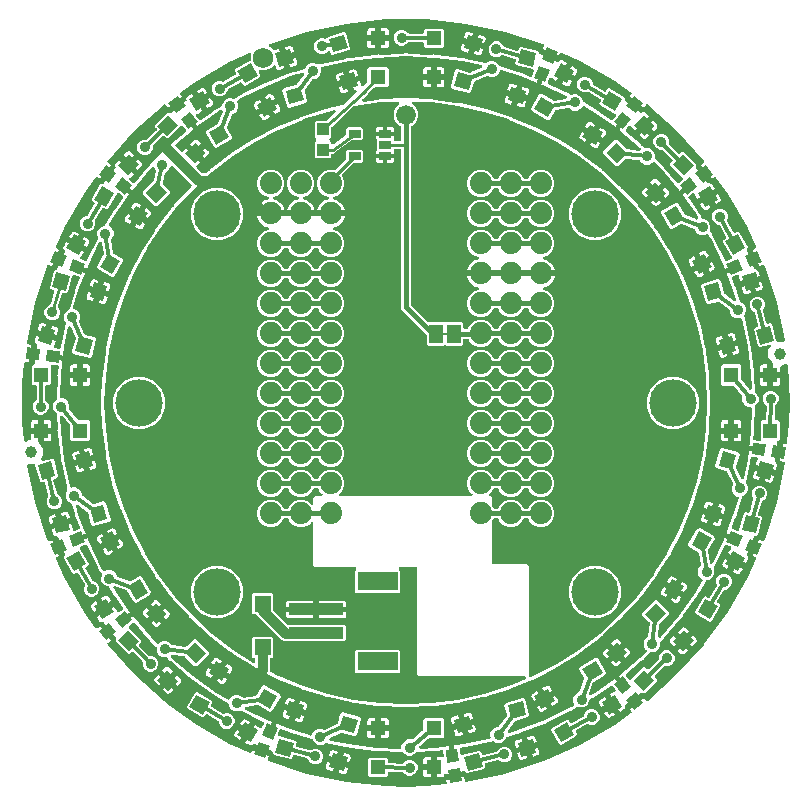
<source format=gbr>
G04 EAGLE Gerber RS-274X export*
G75*
%MOMM*%
%FSLAX34Y34*%
%LPD*%
%INTop Copper*%
%IPPOS*%
%AMOC8*
5,1,8,0,0,1.08239X$1,22.5*%
G01*
%ADD10R,1.300000X1.200000*%
%ADD11R,1.200000X1.300000*%
%ADD12R,1.100000X1.000000*%
%ADD13C,1.727200*%
%ADD14C,1.000000*%
%ADD15R,1.000000X1.100000*%
%ADD16C,1.879600*%
%ADD17R,4.600000X1.000000*%
%ADD18R,3.400000X1.600000*%
%ADD19C,4.016000*%
%ADD20R,1.400000X1.400000*%
%ADD21C,1.676400*%
%ADD22R,1.168400X1.600200*%
%ADD23R,0.635000X0.203200*%
%ADD24R,0.990000X0.690000*%
%ADD25C,0.906400*%
%ADD26C,0.304800*%
%ADD27C,0.406400*%
%ADD28C,0.812800*%
%ADD29C,0.254000*%

G36*
X11Y-325118D02*
X11Y-325118D01*
X34Y-325119D01*
X16982Y-324675D01*
X17004Y-324672D01*
X17082Y-324669D01*
X33595Y-322933D01*
X33727Y-322902D01*
X33860Y-322876D01*
X33881Y-322866D01*
X33905Y-322860D01*
X34025Y-322797D01*
X34147Y-322739D01*
X34165Y-322724D01*
X34187Y-322713D01*
X34287Y-322622D01*
X34391Y-322535D01*
X34405Y-322516D01*
X34423Y-322500D01*
X34498Y-322387D01*
X34577Y-322277D01*
X34586Y-322255D01*
X34599Y-322235D01*
X34644Y-322107D01*
X34693Y-321981D01*
X34696Y-321958D01*
X34704Y-321935D01*
X34715Y-321800D01*
X34732Y-321666D01*
X34729Y-321632D01*
X34731Y-321618D01*
X34727Y-321597D01*
X34721Y-321505D01*
X34406Y-319118D01*
X40663Y-318294D01*
X40778Y-318264D01*
X40895Y-318241D01*
X40931Y-318224D01*
X40971Y-318213D01*
X41075Y-318155D01*
X41182Y-318104D01*
X41213Y-318078D01*
X41249Y-318059D01*
X41335Y-317977D01*
X41426Y-317900D01*
X41450Y-317868D01*
X41479Y-317840D01*
X41542Y-317739D01*
X41612Y-317642D01*
X41627Y-317605D01*
X41648Y-317570D01*
X41685Y-317457D01*
X41728Y-317346D01*
X41733Y-317306D01*
X41745Y-317268D01*
X41752Y-317159D01*
X41759Y-317188D01*
X41817Y-317292D01*
X41868Y-317399D01*
X41894Y-317430D01*
X41914Y-317466D01*
X41995Y-317552D01*
X42072Y-317643D01*
X42105Y-317667D01*
X42132Y-317696D01*
X42233Y-317760D01*
X42330Y-317829D01*
X42368Y-317844D01*
X42402Y-317865D01*
X42515Y-317902D01*
X42626Y-317945D01*
X42666Y-317950D01*
X42705Y-317962D01*
X42823Y-317969D01*
X42942Y-317984D01*
X43002Y-317980D01*
X43022Y-317981D01*
X43042Y-317977D01*
X43102Y-317973D01*
X49359Y-317149D01*
X49729Y-319959D01*
X49731Y-319969D01*
X49731Y-319978D01*
X49771Y-320122D01*
X49809Y-320267D01*
X49814Y-320275D01*
X49817Y-320285D01*
X49891Y-320414D01*
X49964Y-320545D01*
X49971Y-320552D01*
X49976Y-320560D01*
X50080Y-320667D01*
X50183Y-320776D01*
X50191Y-320781D01*
X50198Y-320788D01*
X50326Y-320865D01*
X50452Y-320945D01*
X50461Y-320948D01*
X50470Y-320953D01*
X50613Y-320996D01*
X50755Y-321042D01*
X50765Y-321042D01*
X50774Y-321045D01*
X50923Y-321051D01*
X51073Y-321060D01*
X51082Y-321058D01*
X51092Y-321059D01*
X51251Y-321035D01*
X84082Y-314057D01*
X84099Y-314051D01*
X84211Y-314022D01*
X116450Y-303547D01*
X116466Y-303540D01*
X116574Y-303500D01*
X147541Y-289712D01*
X147556Y-289703D01*
X147659Y-289652D01*
X177016Y-272703D01*
X177030Y-272692D01*
X177127Y-272630D01*
X190561Y-262870D01*
X190660Y-262777D01*
X190762Y-262688D01*
X190776Y-262669D01*
X190793Y-262652D01*
X190866Y-262538D01*
X190943Y-262426D01*
X190951Y-262404D01*
X190963Y-262384D01*
X191005Y-262255D01*
X191052Y-262128D01*
X191054Y-262104D01*
X191062Y-262082D01*
X191070Y-261946D01*
X191084Y-261811D01*
X191080Y-261788D01*
X191082Y-261764D01*
X191057Y-261631D01*
X191036Y-261497D01*
X191027Y-261475D01*
X191022Y-261452D01*
X190965Y-261329D01*
X190912Y-261204D01*
X190893Y-261177D01*
X190887Y-261164D01*
X190874Y-261147D01*
X190822Y-261071D01*
X189357Y-259161D01*
X194363Y-255319D01*
X194448Y-255236D01*
X194538Y-255157D01*
X194561Y-255124D01*
X194589Y-255096D01*
X194650Y-254994D01*
X194718Y-254895D01*
X194732Y-254857D01*
X194753Y-254823D01*
X194786Y-254709D01*
X194827Y-254597D01*
X194832Y-254557D01*
X194843Y-254518D01*
X194847Y-254399D01*
X194859Y-254280D01*
X194853Y-254240D01*
X194855Y-254200D01*
X194829Y-254084D01*
X194812Y-253966D01*
X194796Y-253929D01*
X194787Y-253889D01*
X194739Y-253792D01*
X194759Y-253813D01*
X194861Y-253874D01*
X194959Y-253942D01*
X194997Y-253956D01*
X195032Y-253977D01*
X195146Y-254010D01*
X195258Y-254051D01*
X195298Y-254055D01*
X195337Y-254067D01*
X195456Y-254071D01*
X195574Y-254083D01*
X195614Y-254077D01*
X195655Y-254079D01*
X195771Y-254053D01*
X195889Y-254036D01*
X195926Y-254020D01*
X195966Y-254011D01*
X196072Y-253958D01*
X196181Y-253911D01*
X196232Y-253878D01*
X196250Y-253868D01*
X196265Y-253855D01*
X196315Y-253821D01*
X201322Y-249980D01*
X203047Y-252228D01*
X203053Y-252235D01*
X203058Y-252243D01*
X203166Y-252348D01*
X203270Y-252454D01*
X203279Y-252459D01*
X203285Y-252466D01*
X203416Y-252541D01*
X203543Y-252617D01*
X203552Y-252620D01*
X203561Y-252625D01*
X203705Y-252665D01*
X203848Y-252708D01*
X203858Y-252708D01*
X203867Y-252711D01*
X204017Y-252714D01*
X204166Y-252720D01*
X204175Y-252717D01*
X204185Y-252718D01*
X204330Y-252684D01*
X204477Y-252652D01*
X204485Y-252648D01*
X204495Y-252645D01*
X204627Y-252577D01*
X204761Y-252509D01*
X204768Y-252503D01*
X204777Y-252498D01*
X204903Y-252399D01*
X229846Y-229940D01*
X229857Y-229927D01*
X229940Y-229846D01*
X252622Y-204655D01*
X252632Y-204640D01*
X252706Y-204551D01*
X272630Y-177127D01*
X272639Y-177112D01*
X272703Y-177016D01*
X289652Y-147659D01*
X289658Y-147644D01*
X289712Y-147541D01*
X296466Y-132371D01*
X296505Y-132241D01*
X296549Y-132113D01*
X296551Y-132090D01*
X296558Y-132067D01*
X296564Y-131932D01*
X296574Y-131796D01*
X296570Y-131773D01*
X296571Y-131749D01*
X296543Y-131617D01*
X296520Y-131483D01*
X296510Y-131461D01*
X296505Y-131438D01*
X296445Y-131317D01*
X296389Y-131193D01*
X296375Y-131174D01*
X296364Y-131153D01*
X296276Y-131051D01*
X296191Y-130945D01*
X296172Y-130930D01*
X296156Y-130912D01*
X296045Y-130835D01*
X295937Y-130753D01*
X295907Y-130739D01*
X295895Y-130731D01*
X295875Y-130723D01*
X295792Y-130682D01*
X293567Y-129761D01*
X295982Y-123931D01*
X296014Y-123816D01*
X296052Y-123703D01*
X296055Y-123663D01*
X296066Y-123624D01*
X296068Y-123505D01*
X296077Y-123386D01*
X296071Y-123346D01*
X296071Y-123306D01*
X296043Y-123190D01*
X296023Y-123073D01*
X296007Y-123036D01*
X295997Y-122997D01*
X295941Y-122891D01*
X295893Y-122783D01*
X295867Y-122751D01*
X295848Y-122716D01*
X295768Y-122628D01*
X295694Y-122535D01*
X295662Y-122510D01*
X295634Y-122480D01*
X295544Y-122421D01*
X295572Y-122428D01*
X295691Y-122430D01*
X295810Y-122440D01*
X295850Y-122433D01*
X295890Y-122434D01*
X296006Y-122406D01*
X296123Y-122385D01*
X296160Y-122369D01*
X296199Y-122359D01*
X296305Y-122304D01*
X296413Y-122255D01*
X296445Y-122230D01*
X296481Y-122211D01*
X296569Y-122131D01*
X296662Y-122056D01*
X296686Y-122024D01*
X296716Y-121997D01*
X296781Y-121897D01*
X296853Y-121802D01*
X296879Y-121748D01*
X296891Y-121731D01*
X296897Y-121712D01*
X296924Y-121658D01*
X299339Y-115827D01*
X301958Y-116912D01*
X301967Y-116915D01*
X301975Y-116919D01*
X302120Y-116957D01*
X302264Y-116996D01*
X302274Y-116996D01*
X302283Y-116999D01*
X302433Y-116999D01*
X302582Y-117001D01*
X302592Y-116999D01*
X302601Y-116999D01*
X302746Y-116962D01*
X302892Y-116927D01*
X302900Y-116923D01*
X302909Y-116920D01*
X303041Y-116848D01*
X303173Y-116778D01*
X303180Y-116772D01*
X303188Y-116767D01*
X303297Y-116666D01*
X303408Y-116564D01*
X303413Y-116556D01*
X303420Y-116550D01*
X303500Y-116425D01*
X303583Y-116299D01*
X303586Y-116290D01*
X303591Y-116281D01*
X303650Y-116132D01*
X314022Y-84211D01*
X314025Y-84194D01*
X314057Y-84082D01*
X321035Y-51251D01*
X321036Y-51242D01*
X321039Y-51232D01*
X321049Y-51084D01*
X321062Y-50934D01*
X321060Y-50925D01*
X321061Y-50915D01*
X321034Y-50769D01*
X321009Y-50621D01*
X321005Y-50612D01*
X321003Y-50602D01*
X320940Y-50466D01*
X320880Y-50330D01*
X320874Y-50323D01*
X320869Y-50314D01*
X320775Y-50198D01*
X320682Y-50081D01*
X320674Y-50075D01*
X320668Y-50067D01*
X320549Y-49980D01*
X320429Y-49888D01*
X320420Y-49885D01*
X320412Y-49879D01*
X320275Y-49823D01*
X320136Y-49765D01*
X320126Y-49763D01*
X320117Y-49760D01*
X319959Y-49729D01*
X317149Y-49359D01*
X317973Y-43102D01*
X317973Y-42983D01*
X317982Y-42865D01*
X317974Y-42825D01*
X317975Y-42784D01*
X317946Y-42669D01*
X317924Y-42552D01*
X317907Y-42515D01*
X317897Y-42476D01*
X317840Y-42371D01*
X317790Y-42263D01*
X317765Y-42232D01*
X317745Y-42196D01*
X317664Y-42109D01*
X317589Y-42017D01*
X317556Y-41993D01*
X317529Y-41963D01*
X317429Y-41899D01*
X317333Y-41828D01*
X317295Y-41813D01*
X317261Y-41791D01*
X317159Y-41757D01*
X317188Y-41757D01*
X317303Y-41728D01*
X317420Y-41707D01*
X317457Y-41690D01*
X317496Y-41680D01*
X317601Y-41623D01*
X317709Y-41573D01*
X317740Y-41548D01*
X317776Y-41528D01*
X317863Y-41447D01*
X317955Y-41372D01*
X317979Y-41340D01*
X318009Y-41312D01*
X318073Y-41212D01*
X318144Y-41116D01*
X318159Y-41078D01*
X318181Y-41044D01*
X318218Y-40931D01*
X318263Y-40821D01*
X318275Y-40762D01*
X318281Y-40743D01*
X318282Y-40722D01*
X318294Y-40663D01*
X319118Y-34406D01*
X321505Y-34721D01*
X321641Y-34721D01*
X321776Y-34727D01*
X321799Y-34722D01*
X321823Y-34722D01*
X321954Y-34689D01*
X322087Y-34661D01*
X322108Y-34651D01*
X322131Y-34645D01*
X322251Y-34580D01*
X322372Y-34520D01*
X322390Y-34505D01*
X322411Y-34493D01*
X322510Y-34401D01*
X322613Y-34313D01*
X322627Y-34293D01*
X322644Y-34277D01*
X322717Y-34163D01*
X322795Y-34052D01*
X322803Y-34029D01*
X322816Y-34009D01*
X322859Y-33881D01*
X322906Y-33754D01*
X322912Y-33721D01*
X322916Y-33708D01*
X322917Y-33686D01*
X322933Y-33595D01*
X324669Y-17082D01*
X324668Y-17060D01*
X324675Y-16982D01*
X325119Y-33D01*
X325117Y-15D01*
X325119Y33D01*
X324675Y16982D01*
X324672Y17004D01*
X324669Y17082D01*
X323143Y31598D01*
X323128Y31662D01*
X323122Y31728D01*
X323092Y31816D01*
X323070Y31907D01*
X323039Y31966D01*
X323018Y32029D01*
X322966Y32106D01*
X322923Y32189D01*
X322879Y32238D01*
X322842Y32294D01*
X322773Y32356D01*
X322710Y32426D01*
X322655Y32462D01*
X322606Y32507D01*
X322523Y32550D01*
X322445Y32602D01*
X322383Y32623D01*
X322324Y32654D01*
X322233Y32676D01*
X322145Y32706D01*
X322079Y32712D01*
X322015Y32727D01*
X321921Y32725D01*
X321828Y32733D01*
X321763Y32722D01*
X321697Y32721D01*
X321607Y32696D01*
X321515Y32680D01*
X321454Y32653D01*
X321390Y32636D01*
X321246Y32564D01*
X319672Y31655D01*
X318410Y31655D01*
X318292Y31640D01*
X318173Y31633D01*
X318135Y31620D01*
X318094Y31615D01*
X317984Y31572D01*
X317871Y31535D01*
X317836Y31513D01*
X317799Y31498D01*
X317703Y31429D01*
X317602Y31365D01*
X317574Y31335D01*
X317541Y31312D01*
X317465Y31220D01*
X317384Y31133D01*
X317364Y31098D01*
X317339Y31067D01*
X317288Y30959D01*
X317230Y30855D01*
X317220Y30815D01*
X317203Y30779D01*
X317181Y30662D01*
X317151Y30547D01*
X317147Y30487D01*
X317143Y30467D01*
X317145Y30446D01*
X317141Y30386D01*
X317141Y26039D01*
X311139Y26039D01*
X311139Y32754D01*
X311126Y32859D01*
X311122Y32965D01*
X311106Y33017D01*
X311099Y33070D01*
X311060Y33168D01*
X311030Y33270D01*
X311002Y33316D01*
X310982Y33366D01*
X310920Y33451D01*
X310866Y33542D01*
X310827Y33579D01*
X310795Y33623D01*
X310714Y33690D01*
X310639Y33765D01*
X310567Y33812D01*
X310550Y33826D01*
X310536Y33833D01*
X310505Y33854D01*
X309671Y34335D01*
X306991Y38976D01*
X306991Y44336D01*
X308710Y47313D01*
X308764Y47441D01*
X308822Y47567D01*
X308825Y47587D01*
X308833Y47606D01*
X308854Y47744D01*
X308878Y47880D01*
X308877Y47900D01*
X308880Y47920D01*
X308865Y48059D01*
X308855Y48197D01*
X308849Y48216D01*
X308847Y48237D01*
X308798Y48367D01*
X308754Y48499D01*
X308743Y48516D01*
X308736Y48535D01*
X308657Y48649D01*
X308581Y48766D01*
X308566Y48779D01*
X308554Y48796D01*
X308450Y48887D01*
X308347Y48981D01*
X308329Y48991D01*
X308314Y49004D01*
X308189Y49066D01*
X308067Y49132D01*
X308047Y49136D01*
X308029Y49146D01*
X307893Y49175D01*
X307758Y49208D01*
X307738Y49208D01*
X307718Y49212D01*
X307579Y49206D01*
X307440Y49205D01*
X307413Y49199D01*
X307400Y49199D01*
X307381Y49193D01*
X307282Y49173D01*
X299765Y47159D01*
X298307Y48001D01*
X294506Y62185D01*
X295348Y63643D01*
X297465Y64210D01*
X297565Y64251D01*
X297668Y64283D01*
X297712Y64311D01*
X297760Y64330D01*
X297846Y64394D01*
X297938Y64451D01*
X297974Y64489D01*
X298015Y64520D01*
X298083Y64603D01*
X298157Y64681D01*
X298183Y64727D01*
X298215Y64767D01*
X298260Y64865D01*
X298313Y64959D01*
X298326Y65009D01*
X298348Y65056D01*
X298367Y65162D01*
X298395Y65266D01*
X298395Y65318D01*
X298404Y65369D01*
X298397Y65476D01*
X298398Y65584D01*
X298383Y65664D01*
X298381Y65686D01*
X298376Y65702D01*
X298369Y65743D01*
X295717Y76403D01*
X295704Y76435D01*
X295699Y76469D01*
X295647Y76583D01*
X295602Y76700D01*
X295582Y76727D01*
X295568Y76759D01*
X295490Y76856D01*
X295417Y76958D01*
X295391Y76980D01*
X295369Y77007D01*
X295270Y77082D01*
X295174Y77163D01*
X295143Y77178D01*
X295115Y77198D01*
X294971Y77269D01*
X293959Y77688D01*
X292113Y79535D01*
X291113Y81948D01*
X291113Y84559D01*
X292113Y86972D01*
X293959Y88819D01*
X296372Y89818D01*
X298984Y89818D01*
X301396Y88819D01*
X303243Y86972D01*
X304243Y84559D01*
X304243Y81948D01*
X303243Y79535D01*
X302970Y79262D01*
X302912Y79187D01*
X302847Y79119D01*
X302815Y79062D01*
X302775Y79010D01*
X302737Y78924D01*
X302691Y78841D01*
X302674Y78778D01*
X302648Y78718D01*
X302634Y78625D01*
X302609Y78534D01*
X302609Y78469D01*
X302599Y78404D01*
X302607Y78310D01*
X302607Y78216D01*
X302627Y78106D01*
X302628Y78088D01*
X302632Y78079D01*
X302635Y78058D01*
X305230Y67628D01*
X305277Y67507D01*
X305318Y67383D01*
X305334Y67359D01*
X305345Y67332D01*
X305421Y67225D01*
X305491Y67116D01*
X305513Y67097D01*
X305530Y67073D01*
X305629Y66989D01*
X305725Y66901D01*
X305751Y66887D01*
X305773Y66868D01*
X305890Y66812D01*
X306005Y66750D01*
X306034Y66743D01*
X306060Y66731D01*
X306188Y66705D01*
X306314Y66674D01*
X306343Y66674D01*
X306372Y66669D01*
X306502Y66676D01*
X306632Y66677D01*
X306673Y66685D01*
X306689Y66686D01*
X306710Y66693D01*
X306790Y66709D01*
X308566Y67185D01*
X310025Y66343D01*
X313708Y52597D01*
X313750Y52493D01*
X313785Y52387D01*
X313810Y52347D01*
X313828Y52303D01*
X313895Y52213D01*
X313955Y52118D01*
X313989Y52086D01*
X314017Y52048D01*
X314105Y51977D01*
X314186Y51900D01*
X314228Y51877D01*
X314264Y51847D01*
X314366Y51801D01*
X314465Y51746D01*
X314511Y51735D01*
X314553Y51715D01*
X314664Y51695D01*
X314773Y51667D01*
X314845Y51662D01*
X314866Y51659D01*
X314885Y51660D01*
X314934Y51657D01*
X319382Y51657D01*
X319474Y51668D01*
X319566Y51670D01*
X319631Y51688D01*
X319697Y51697D01*
X319783Y51731D01*
X319873Y51756D01*
X319931Y51789D01*
X319993Y51814D01*
X320068Y51868D01*
X320148Y51914D01*
X320196Y51961D01*
X320250Y52000D01*
X320309Y52072D01*
X320375Y52137D01*
X320410Y52194D01*
X320453Y52245D01*
X320492Y52329D01*
X320541Y52409D01*
X320560Y52473D01*
X320588Y52533D01*
X320606Y52624D01*
X320633Y52713D01*
X320636Y52780D01*
X320648Y52845D01*
X320642Y52938D01*
X320646Y53031D01*
X320630Y53146D01*
X320628Y53163D01*
X320626Y53171D01*
X320623Y53190D01*
X314057Y84082D01*
X314051Y84099D01*
X314022Y84211D01*
X303650Y116132D01*
X303646Y116141D01*
X303644Y116150D01*
X303579Y116284D01*
X303515Y116420D01*
X303509Y116427D01*
X303505Y116436D01*
X303408Y116549D01*
X303312Y116665D01*
X303305Y116670D01*
X303298Y116678D01*
X303176Y116763D01*
X303055Y116852D01*
X303046Y116855D01*
X303038Y116861D01*
X302899Y116914D01*
X302759Y116969D01*
X302750Y116970D01*
X302741Y116973D01*
X302592Y116990D01*
X302444Y117009D01*
X302434Y117008D01*
X302425Y117009D01*
X302276Y116988D01*
X302128Y116969D01*
X302120Y116966D01*
X302110Y116964D01*
X301958Y116912D01*
X299339Y115827D01*
X296924Y121658D01*
X296865Y121761D01*
X296812Y121868D01*
X296786Y121899D01*
X296766Y121934D01*
X296683Y122020D01*
X296606Y122110D01*
X296573Y122133D01*
X296545Y122162D01*
X296443Y122225D01*
X296346Y122293D01*
X296308Y122307D01*
X296274Y122329D01*
X296160Y122364D01*
X296049Y122406D01*
X296008Y122410D01*
X295970Y122422D01*
X295851Y122428D01*
X295733Y122441D01*
X295693Y122435D01*
X295652Y122437D01*
X295546Y122415D01*
X295572Y122430D01*
X295657Y122513D01*
X295748Y122590D01*
X295771Y122623D01*
X295800Y122651D01*
X295862Y122753D01*
X295931Y122850D01*
X295945Y122888D01*
X295966Y122922D01*
X296001Y123036D01*
X296043Y123147D01*
X296048Y123188D01*
X296060Y123226D01*
X296065Y123345D01*
X296079Y123463D01*
X296073Y123504D01*
X296075Y123544D01*
X296051Y123660D01*
X296034Y123778D01*
X296015Y123835D01*
X296011Y123855D01*
X296002Y123874D01*
X295982Y123931D01*
X293567Y129761D01*
X295792Y130682D01*
X295910Y130750D01*
X296030Y130812D01*
X296048Y130828D01*
X296068Y130840D01*
X296166Y130935D01*
X296267Y131025D01*
X296280Y131045D01*
X296297Y131061D01*
X296368Y131177D01*
X296443Y131290D01*
X296451Y131312D01*
X296463Y131332D01*
X296503Y131462D01*
X296548Y131590D01*
X296550Y131614D01*
X296557Y131636D01*
X296563Y131772D01*
X296575Y131907D01*
X296571Y131930D01*
X296572Y131954D01*
X296544Y132087D01*
X296522Y132220D01*
X296510Y132252D01*
X296508Y132265D01*
X296498Y132285D01*
X296466Y132371D01*
X289712Y147541D01*
X289703Y147556D01*
X289694Y147574D01*
X289692Y147581D01*
X289686Y147590D01*
X289652Y147659D01*
X272703Y177016D01*
X272692Y177030D01*
X272630Y177127D01*
X262870Y190561D01*
X262777Y190660D01*
X262688Y190762D01*
X262669Y190776D01*
X262652Y190793D01*
X262538Y190866D01*
X262426Y190943D01*
X262404Y190951D01*
X262384Y190963D01*
X262255Y191005D01*
X262128Y191052D01*
X262104Y191054D01*
X262082Y191062D01*
X261946Y191070D01*
X261811Y191084D01*
X261788Y191080D01*
X261764Y191082D01*
X261631Y191057D01*
X261497Y191036D01*
X261475Y191027D01*
X261452Y191022D01*
X261329Y190965D01*
X261204Y190912D01*
X261177Y190893D01*
X261164Y190887D01*
X261147Y190874D01*
X261071Y190822D01*
X259161Y189357D01*
X255319Y194363D01*
X255236Y194448D01*
X255157Y194538D01*
X255124Y194561D01*
X255096Y194589D01*
X254994Y194650D01*
X254895Y194718D01*
X254857Y194732D01*
X254823Y194753D01*
X254709Y194786D01*
X254597Y194827D01*
X254557Y194832D01*
X254518Y194843D01*
X254399Y194847D01*
X254280Y194859D01*
X254240Y194853D01*
X254200Y194855D01*
X254084Y194829D01*
X253966Y194812D01*
X253929Y194796D01*
X253889Y194787D01*
X253792Y194739D01*
X253813Y194759D01*
X253874Y194861D01*
X253942Y194959D01*
X253956Y194997D01*
X253977Y195032D01*
X254010Y195146D01*
X254051Y195258D01*
X254055Y195298D01*
X254067Y195337D01*
X254071Y195456D01*
X254083Y195574D01*
X254077Y195614D01*
X254079Y195655D01*
X254053Y195771D01*
X254036Y195889D01*
X254020Y195926D01*
X254011Y195966D01*
X253958Y196072D01*
X253911Y196181D01*
X253878Y196232D01*
X253868Y196250D01*
X253855Y196265D01*
X253821Y196315D01*
X249980Y201322D01*
X252228Y203047D01*
X252235Y203053D01*
X252243Y203058D01*
X252348Y203166D01*
X252454Y203270D01*
X252459Y203279D01*
X252466Y203285D01*
X252541Y203416D01*
X252617Y203543D01*
X252620Y203552D01*
X252625Y203561D01*
X252665Y203705D01*
X252708Y203848D01*
X252708Y203858D01*
X252711Y203867D01*
X252714Y204017D01*
X252720Y204166D01*
X252717Y204175D01*
X252718Y204185D01*
X252684Y204330D01*
X252652Y204477D01*
X252648Y204485D01*
X252645Y204495D01*
X252577Y204627D01*
X252509Y204761D01*
X252503Y204768D01*
X252498Y204777D01*
X252399Y204903D01*
X229940Y229846D01*
X229927Y229857D01*
X229846Y229940D01*
X204903Y252399D01*
X204895Y252404D01*
X204889Y252411D01*
X204765Y252495D01*
X204642Y252580D01*
X204633Y252583D01*
X204625Y252589D01*
X204484Y252639D01*
X204344Y252691D01*
X204334Y252692D01*
X204325Y252695D01*
X204176Y252709D01*
X204027Y252724D01*
X204018Y252723D01*
X204008Y252724D01*
X203860Y252700D01*
X203713Y252678D01*
X203704Y252674D01*
X203694Y252673D01*
X203556Y252612D01*
X203420Y252555D01*
X203412Y252549D01*
X203403Y252545D01*
X203284Y252452D01*
X203166Y252363D01*
X203160Y252355D01*
X203153Y252349D01*
X203047Y252228D01*
X201322Y249980D01*
X196315Y253821D01*
X196212Y253882D01*
X196114Y253948D01*
X196076Y253961D01*
X196041Y253982D01*
X195926Y254015D01*
X195814Y254054D01*
X195774Y254058D01*
X195735Y254069D01*
X195616Y254072D01*
X195497Y254083D01*
X195457Y254076D01*
X195417Y254077D01*
X195301Y254051D01*
X195183Y254032D01*
X195146Y254016D01*
X195107Y254007D01*
X195001Y253952D01*
X194892Y253904D01*
X194860Y253879D01*
X194824Y253861D01*
X194743Y253789D01*
X194758Y253814D01*
X194791Y253929D01*
X194830Y254041D01*
X194834Y254081D01*
X194845Y254120D01*
X194848Y254239D01*
X194859Y254358D01*
X194852Y254398D01*
X194854Y254438D01*
X194827Y254554D01*
X194808Y254671D01*
X194792Y254709D01*
X194783Y254748D01*
X194728Y254854D01*
X194680Y254963D01*
X194655Y254995D01*
X194637Y255031D01*
X194558Y255119D01*
X194484Y255213D01*
X194439Y255253D01*
X194426Y255268D01*
X194409Y255280D01*
X194363Y255319D01*
X189357Y259161D01*
X190822Y261071D01*
X190891Y261188D01*
X190963Y261302D01*
X190971Y261325D01*
X190983Y261345D01*
X191020Y261475D01*
X191062Y261604D01*
X191063Y261628D01*
X191070Y261651D01*
X191073Y261786D01*
X191082Y261922D01*
X191078Y261945D01*
X191078Y261969D01*
X191048Y262101D01*
X191023Y262234D01*
X191013Y262256D01*
X191007Y262279D01*
X190945Y262399D01*
X190888Y262522D01*
X190872Y262541D01*
X190862Y262562D01*
X190771Y262663D01*
X190685Y262767D01*
X190659Y262789D01*
X190650Y262799D01*
X190632Y262811D01*
X190561Y262870D01*
X189599Y263570D01*
X189598Y263570D01*
X177127Y272630D01*
X177112Y272639D01*
X177016Y272703D01*
X147659Y289652D01*
X147644Y289658D01*
X147541Y289712D01*
X132371Y296466D01*
X132242Y296505D01*
X132113Y296549D01*
X132090Y296551D01*
X132067Y296558D01*
X131932Y296564D01*
X131796Y296574D01*
X131773Y296570D01*
X131749Y296571D01*
X131617Y296543D01*
X131483Y296520D01*
X131461Y296510D01*
X131438Y296505D01*
X131317Y296445D01*
X131193Y296389D01*
X131174Y296375D01*
X131153Y296364D01*
X131051Y296276D01*
X130945Y296191D01*
X130930Y296172D01*
X130912Y296156D01*
X130835Y296045D01*
X130753Y295937D01*
X130739Y295907D01*
X130731Y295895D01*
X130723Y295875D01*
X130682Y295792D01*
X129761Y293567D01*
X123931Y295982D01*
X123816Y296014D01*
X123703Y296052D01*
X123663Y296055D01*
X123624Y296066D01*
X123505Y296068D01*
X123386Y296077D01*
X123346Y296071D01*
X123306Y296071D01*
X123190Y296043D01*
X123073Y296023D01*
X123036Y296007D01*
X122997Y295997D01*
X122891Y295941D01*
X122783Y295893D01*
X122751Y295867D01*
X122716Y295848D01*
X122628Y295768D01*
X122535Y295694D01*
X122510Y295662D01*
X122480Y295634D01*
X122421Y295544D01*
X122428Y295572D01*
X122430Y295691D01*
X122440Y295810D01*
X122433Y295850D01*
X122434Y295890D01*
X122406Y296006D01*
X122385Y296123D01*
X122369Y296160D01*
X122359Y296199D01*
X122304Y296305D01*
X122255Y296413D01*
X122230Y296445D01*
X122211Y296481D01*
X122131Y296569D01*
X122056Y296662D01*
X122024Y296686D01*
X121997Y296716D01*
X121897Y296781D01*
X121802Y296853D01*
X121748Y296879D01*
X121731Y296891D01*
X121712Y296897D01*
X121658Y296924D01*
X115827Y299339D01*
X116912Y301958D01*
X116915Y301967D01*
X116919Y301975D01*
X116957Y302120D01*
X116996Y302264D01*
X116996Y302274D01*
X116999Y302283D01*
X116999Y302433D01*
X117001Y302582D01*
X116999Y302592D01*
X116999Y302601D01*
X116962Y302746D01*
X116927Y302892D01*
X116923Y302900D01*
X116920Y302909D01*
X116848Y303041D01*
X116778Y303173D01*
X116772Y303180D01*
X116767Y303188D01*
X116665Y303297D01*
X116564Y303408D01*
X116556Y303413D01*
X116550Y303420D01*
X116425Y303500D01*
X116299Y303583D01*
X116290Y303586D01*
X116281Y303591D01*
X116132Y303650D01*
X84211Y314022D01*
X84194Y314025D01*
X84082Y314057D01*
X50925Y321104D01*
X50908Y321106D01*
X50794Y321125D01*
X17082Y324669D01*
X17060Y324668D01*
X16982Y324675D01*
X33Y325119D01*
X23Y325118D01*
X0Y325119D01*
X-11Y325118D01*
X-34Y325119D01*
X-16982Y324675D01*
X-17004Y324672D01*
X-17082Y324669D01*
X-50794Y321125D01*
X-50811Y321121D01*
X-50925Y321104D01*
X-84082Y314057D01*
X-84099Y314051D01*
X-84211Y314022D01*
X-115395Y303890D01*
X-115423Y303877D01*
X-115452Y303870D01*
X-115566Y303810D01*
X-115683Y303754D01*
X-115706Y303735D01*
X-115733Y303721D01*
X-115829Y303634D01*
X-115928Y303552D01*
X-115946Y303528D01*
X-115968Y303507D01*
X-116039Y303399D01*
X-116115Y303294D01*
X-116126Y303267D01*
X-116143Y303242D01*
X-116185Y303119D01*
X-116232Y302999D01*
X-116236Y302969D01*
X-116246Y302941D01*
X-116256Y302812D01*
X-116272Y302683D01*
X-116269Y302654D01*
X-116271Y302624D01*
X-116249Y302496D01*
X-116233Y302368D01*
X-116222Y302340D01*
X-116217Y302311D01*
X-116164Y302192D01*
X-116116Y302072D01*
X-116098Y302048D01*
X-116086Y302021D01*
X-116005Y301919D01*
X-115929Y301815D01*
X-115906Y301796D01*
X-115888Y301772D01*
X-115784Y301694D01*
X-115684Y301612D01*
X-115657Y301599D01*
X-115633Y301581D01*
X-115489Y301510D01*
X-114607Y301144D01*
X-112344Y298881D01*
X-112260Y298817D01*
X-112182Y298745D01*
X-112135Y298720D01*
X-112092Y298687D01*
X-111995Y298645D01*
X-111902Y298595D01*
X-111850Y298582D01*
X-111801Y298560D01*
X-111696Y298544D01*
X-111593Y298518D01*
X-111540Y298519D01*
X-111486Y298510D01*
X-111381Y298520D01*
X-111275Y298521D01*
X-111192Y298538D01*
X-111170Y298540D01*
X-111155Y298545D01*
X-111118Y298553D01*
X-107233Y299594D01*
X-105352Y292571D01*
X-105307Y292461D01*
X-105269Y292348D01*
X-105247Y292314D01*
X-105232Y292276D01*
X-105161Y292181D01*
X-105096Y292081D01*
X-105066Y292054D01*
X-105042Y292021D01*
X-104949Y291946D01*
X-104862Y291865D01*
X-104826Y291846D01*
X-104795Y291821D01*
X-104687Y291771D01*
X-104582Y291715D01*
X-104542Y291705D01*
X-104506Y291688D01*
X-104389Y291667D01*
X-104273Y291639D01*
X-104233Y291639D01*
X-104193Y291632D01*
X-104074Y291641D01*
X-103955Y291642D01*
X-103896Y291653D01*
X-103876Y291655D01*
X-103856Y291661D01*
X-103797Y291673D01*
X-102570Y292002D01*
X-102569Y292001D01*
X-103797Y291672D01*
X-103907Y291627D01*
X-104020Y291589D01*
X-104054Y291567D01*
X-104091Y291552D01*
X-104187Y291481D01*
X-104287Y291416D01*
X-104314Y291386D01*
X-104347Y291362D01*
X-104422Y291270D01*
X-104502Y291182D01*
X-104521Y291146D01*
X-104547Y291115D01*
X-104596Y291006D01*
X-104653Y290902D01*
X-104662Y290863D01*
X-104679Y290826D01*
X-104700Y290709D01*
X-104729Y290593D01*
X-104729Y290553D01*
X-104736Y290513D01*
X-104727Y290394D01*
X-104726Y290275D01*
X-104714Y290216D01*
X-104713Y290196D01*
X-104706Y290176D01*
X-104694Y290117D01*
X-102812Y283094D01*
X-106961Y281983D01*
X-107630Y281983D01*
X-108277Y282156D01*
X-108856Y282490D01*
X-109329Y282963D01*
X-109663Y283543D01*
X-110036Y284934D01*
X-110086Y285056D01*
X-110131Y285181D01*
X-110146Y285203D01*
X-110156Y285228D01*
X-110235Y285334D01*
X-110310Y285444D01*
X-110330Y285462D01*
X-110346Y285483D01*
X-110449Y285567D01*
X-110548Y285654D01*
X-110572Y285667D01*
X-110593Y285684D01*
X-110713Y285739D01*
X-110831Y285799D01*
X-110857Y285805D01*
X-110882Y285816D01*
X-111012Y285840D01*
X-111141Y285869D01*
X-111168Y285868D01*
X-111195Y285872D01*
X-111327Y285863D01*
X-111459Y285859D01*
X-111485Y285851D01*
X-111512Y285849D01*
X-111638Y285807D01*
X-111765Y285770D01*
X-111788Y285757D01*
X-111814Y285748D01*
X-111925Y285676D01*
X-112039Y285609D01*
X-112067Y285584D01*
X-112081Y285575D01*
X-112095Y285559D01*
X-112160Y285503D01*
X-114607Y283055D01*
X-118528Y281431D01*
X-122772Y281431D01*
X-122898Y281483D01*
X-122959Y281500D01*
X-123016Y281526D01*
X-123111Y281542D01*
X-123204Y281567D01*
X-123268Y281568D01*
X-123330Y281579D01*
X-123426Y281571D01*
X-123522Y281572D01*
X-123584Y281558D01*
X-123647Y281552D01*
X-123738Y281521D01*
X-123832Y281498D01*
X-123887Y281469D01*
X-123947Y281448D01*
X-124028Y281395D01*
X-124113Y281350D01*
X-124159Y281307D01*
X-124212Y281272D01*
X-124277Y281200D01*
X-124348Y281136D01*
X-124383Y281083D01*
X-124425Y281036D01*
X-124470Y280950D01*
X-124523Y280870D01*
X-124543Y280810D01*
X-124573Y280754D01*
X-124595Y280660D01*
X-124626Y280569D01*
X-124631Y280506D01*
X-124646Y280445D01*
X-124644Y280348D01*
X-124651Y280252D01*
X-124641Y280190D01*
X-124639Y280127D01*
X-124614Y280034D01*
X-124597Y279939D01*
X-124571Y279881D01*
X-124554Y279820D01*
X-124483Y279676D01*
X-123138Y277347D01*
X-123574Y275720D01*
X-136290Y268378D01*
X-137917Y268814D01*
X-139012Y270711D01*
X-139077Y270797D01*
X-139135Y270888D01*
X-139173Y270923D01*
X-139204Y270964D01*
X-139289Y271031D01*
X-139368Y271105D01*
X-139413Y271130D01*
X-139454Y271162D01*
X-139552Y271206D01*
X-139647Y271257D01*
X-139697Y271270D01*
X-139744Y271291D01*
X-139851Y271309D01*
X-139955Y271336D01*
X-140007Y271336D01*
X-140058Y271345D01*
X-140165Y271336D01*
X-140273Y271335D01*
X-140323Y271322D01*
X-140375Y271318D01*
X-140476Y271283D01*
X-140581Y271256D01*
X-140654Y271221D01*
X-140675Y271214D01*
X-140689Y271205D01*
X-140726Y271187D01*
X-150241Y265918D01*
X-150335Y265849D01*
X-150434Y265787D01*
X-150463Y265756D01*
X-150497Y265730D01*
X-150571Y265640D01*
X-150652Y265555D01*
X-150672Y265518D01*
X-150699Y265485D01*
X-150749Y265379D01*
X-150805Y265276D01*
X-150816Y265235D01*
X-150834Y265197D01*
X-150855Y265082D01*
X-150885Y264969D01*
X-150889Y264905D01*
X-150893Y264884D01*
X-150891Y264864D01*
X-150895Y264808D01*
X-150895Y264680D01*
X-151894Y262268D01*
X-153741Y260421D01*
X-156154Y259422D01*
X-158766Y259422D01*
X-161178Y260421D01*
X-163025Y262268D01*
X-164024Y264680D01*
X-164024Y267292D01*
X-163025Y269705D01*
X-161178Y271552D01*
X-158766Y272551D01*
X-156154Y272551D01*
X-154884Y272025D01*
X-154873Y272022D01*
X-154863Y272017D01*
X-154720Y271980D01*
X-154578Y271941D01*
X-154566Y271941D01*
X-154555Y271938D01*
X-154407Y271938D01*
X-154260Y271936D01*
X-154249Y271939D01*
X-154237Y271939D01*
X-154095Y271976D01*
X-153950Y272010D01*
X-153940Y272016D01*
X-153929Y272018D01*
X-153784Y272087D01*
X-144323Y277326D01*
X-144218Y277403D01*
X-144109Y277475D01*
X-144090Y277497D01*
X-144067Y277514D01*
X-143984Y277615D01*
X-143897Y277711D01*
X-143883Y277737D01*
X-143865Y277760D01*
X-143809Y277878D01*
X-143749Y277993D01*
X-143742Y278021D01*
X-143730Y278048D01*
X-143706Y278176D01*
X-143676Y278303D01*
X-143677Y278332D01*
X-143671Y278360D01*
X-143680Y278490D01*
X-143682Y278621D01*
X-143690Y278649D01*
X-143692Y278678D01*
X-143733Y278801D01*
X-143767Y278927D01*
X-143786Y278964D01*
X-143791Y278980D01*
X-143803Y278998D01*
X-143839Y279071D01*
X-144759Y280665D01*
X-144323Y282291D01*
X-131953Y289433D01*
X-131869Y289497D01*
X-131780Y289553D01*
X-131743Y289593D01*
X-131700Y289625D01*
X-131634Y289708D01*
X-131562Y289785D01*
X-131536Y289832D01*
X-131502Y289874D01*
X-131459Y289971D01*
X-131408Y290063D01*
X-131395Y290115D01*
X-131373Y290165D01*
X-131355Y290269D01*
X-131329Y290371D01*
X-131324Y290457D01*
X-131320Y290478D01*
X-131321Y290494D01*
X-131319Y290532D01*
X-131319Y294222D01*
X-131159Y294609D01*
X-131118Y294759D01*
X-131076Y294909D01*
X-131076Y294912D01*
X-131075Y294916D01*
X-131072Y295070D01*
X-131069Y295227D01*
X-131070Y295230D01*
X-131070Y295234D01*
X-131106Y295384D01*
X-131141Y295536D01*
X-131143Y295539D01*
X-131144Y295543D01*
X-131216Y295679D01*
X-131288Y295818D01*
X-131291Y295821D01*
X-131292Y295824D01*
X-131397Y295939D01*
X-131501Y296055D01*
X-131504Y296057D01*
X-131506Y296059D01*
X-131636Y296145D01*
X-131766Y296231D01*
X-131769Y296232D01*
X-131772Y296234D01*
X-131919Y296284D01*
X-132066Y296336D01*
X-132070Y296336D01*
X-132073Y296337D01*
X-132229Y296350D01*
X-132383Y296363D01*
X-132386Y296362D01*
X-132390Y296362D01*
X-132546Y296335D01*
X-132697Y296310D01*
X-132701Y296308D01*
X-132703Y296308D01*
X-132709Y296305D01*
X-132847Y296254D01*
X-147541Y289712D01*
X-147556Y289703D01*
X-147659Y289652D01*
X-177016Y272703D01*
X-177030Y272692D01*
X-177127Y272630D01*
X-190561Y262870D01*
X-190660Y262777D01*
X-190762Y262688D01*
X-190776Y262669D01*
X-190793Y262652D01*
X-190866Y262538D01*
X-190943Y262426D01*
X-190951Y262404D01*
X-190963Y262384D01*
X-191005Y262255D01*
X-191052Y262128D01*
X-191054Y262104D01*
X-191062Y262082D01*
X-191070Y261946D01*
X-191084Y261811D01*
X-191080Y261788D01*
X-191082Y261764D01*
X-191057Y261631D01*
X-191036Y261497D01*
X-191027Y261475D01*
X-191022Y261452D01*
X-190965Y261329D01*
X-190912Y261204D01*
X-190893Y261177D01*
X-190887Y261164D01*
X-190874Y261147D01*
X-190822Y261071D01*
X-189357Y259161D01*
X-194363Y255319D01*
X-194448Y255236D01*
X-194538Y255157D01*
X-194561Y255124D01*
X-194589Y255096D01*
X-194650Y254994D01*
X-194718Y254895D01*
X-194732Y254857D01*
X-194753Y254823D01*
X-194786Y254709D01*
X-194827Y254597D01*
X-194832Y254557D01*
X-194843Y254518D01*
X-194847Y254399D01*
X-194859Y254280D01*
X-194853Y254240D01*
X-194855Y254200D01*
X-194829Y254083D01*
X-194812Y253966D01*
X-194796Y253929D01*
X-194787Y253889D01*
X-194739Y253792D01*
X-194759Y253813D01*
X-194861Y253874D01*
X-194959Y253942D01*
X-194997Y253956D01*
X-195032Y253977D01*
X-195146Y254010D01*
X-195258Y254051D01*
X-195298Y254055D01*
X-195337Y254067D01*
X-195456Y254071D01*
X-195574Y254083D01*
X-195614Y254077D01*
X-195655Y254079D01*
X-195771Y254053D01*
X-195889Y254036D01*
X-195926Y254020D01*
X-195966Y254011D01*
X-196072Y253958D01*
X-196181Y253911D01*
X-196232Y253878D01*
X-196250Y253868D01*
X-196265Y253855D01*
X-196315Y253821D01*
X-201322Y249980D01*
X-203047Y252228D01*
X-203053Y252235D01*
X-203058Y252243D01*
X-203166Y252348D01*
X-203270Y252454D01*
X-203279Y252459D01*
X-203285Y252466D01*
X-203416Y252541D01*
X-203543Y252617D01*
X-203552Y252620D01*
X-203561Y252625D01*
X-203705Y252665D01*
X-203848Y252708D01*
X-203858Y252708D01*
X-203867Y252711D01*
X-204017Y252714D01*
X-204166Y252720D01*
X-204175Y252717D01*
X-204185Y252718D01*
X-204330Y252684D01*
X-204477Y252652D01*
X-204485Y252648D01*
X-204495Y252645D01*
X-204627Y252577D01*
X-204761Y252509D01*
X-204768Y252503D01*
X-204777Y252498D01*
X-204903Y252399D01*
X-229846Y229940D01*
X-229857Y229927D01*
X-229940Y229846D01*
X-252399Y204903D01*
X-252404Y204895D01*
X-252411Y204889D01*
X-252495Y204765D01*
X-252580Y204642D01*
X-252583Y204633D01*
X-252589Y204625D01*
X-252639Y204484D01*
X-252691Y204344D01*
X-252692Y204334D01*
X-252695Y204325D01*
X-252709Y204176D01*
X-252724Y204027D01*
X-252723Y204018D01*
X-252724Y204008D01*
X-252700Y203860D01*
X-252678Y203713D01*
X-252674Y203704D01*
X-252673Y203694D01*
X-252612Y203557D01*
X-252555Y203420D01*
X-252549Y203412D01*
X-252545Y203403D01*
X-252453Y203285D01*
X-252363Y203166D01*
X-252355Y203160D01*
X-252349Y203153D01*
X-252228Y203047D01*
X-249980Y201322D01*
X-253821Y196315D01*
X-253882Y196212D01*
X-253948Y196114D01*
X-253961Y196076D01*
X-253982Y196041D01*
X-254015Y195926D01*
X-254054Y195814D01*
X-254058Y195774D01*
X-254069Y195735D01*
X-254072Y195616D01*
X-254083Y195497D01*
X-254076Y195457D01*
X-254077Y195417D01*
X-254051Y195301D01*
X-254032Y195183D01*
X-254016Y195146D01*
X-254007Y195107D01*
X-253952Y195001D01*
X-253904Y194892D01*
X-253879Y194860D01*
X-253861Y194824D01*
X-253789Y194743D01*
X-253814Y194758D01*
X-253929Y194791D01*
X-254041Y194830D01*
X-254081Y194834D01*
X-254120Y194845D01*
X-254239Y194848D01*
X-254358Y194859D01*
X-254397Y194853D01*
X-254438Y194854D01*
X-254554Y194827D01*
X-254671Y194808D01*
X-254709Y194792D01*
X-254748Y194783D01*
X-254854Y194728D01*
X-254963Y194680D01*
X-254995Y194655D01*
X-255031Y194637D01*
X-255119Y194558D01*
X-255213Y194484D01*
X-255253Y194439D01*
X-255268Y194426D01*
X-255280Y194409D01*
X-255319Y194363D01*
X-259161Y189357D01*
X-261071Y190822D01*
X-261187Y190890D01*
X-261302Y190963D01*
X-261325Y190971D01*
X-261345Y190983D01*
X-261475Y191020D01*
X-261604Y191062D01*
X-261628Y191063D01*
X-261651Y191070D01*
X-261786Y191073D01*
X-261922Y191082D01*
X-261945Y191078D01*
X-261969Y191078D01*
X-262101Y191048D01*
X-262234Y191023D01*
X-262256Y191013D01*
X-262279Y191007D01*
X-262399Y190945D01*
X-262522Y190888D01*
X-262541Y190872D01*
X-262562Y190862D01*
X-262663Y190771D01*
X-262767Y190685D01*
X-262789Y190659D01*
X-262799Y190650D01*
X-262811Y190632D01*
X-262870Y190561D01*
X-272630Y177127D01*
X-272639Y177112D01*
X-272703Y177016D01*
X-289652Y147659D01*
X-289658Y147644D01*
X-289712Y147541D01*
X-296466Y132371D01*
X-296505Y132241D01*
X-296549Y132113D01*
X-296551Y132090D01*
X-296558Y132067D01*
X-296564Y131932D01*
X-296574Y131796D01*
X-296570Y131773D01*
X-296571Y131749D01*
X-296543Y131617D01*
X-296520Y131483D01*
X-296510Y131461D01*
X-296505Y131438D01*
X-296445Y131317D01*
X-296389Y131193D01*
X-296375Y131174D01*
X-296364Y131153D01*
X-296276Y131051D01*
X-296191Y130945D01*
X-296172Y130930D01*
X-296156Y130912D01*
X-296045Y130835D01*
X-295937Y130753D01*
X-295907Y130739D01*
X-295895Y130731D01*
X-295875Y130723D01*
X-295792Y130682D01*
X-293567Y129761D01*
X-295982Y123931D01*
X-296014Y123816D01*
X-296052Y123703D01*
X-296055Y123663D01*
X-296066Y123624D01*
X-296068Y123505D01*
X-296077Y123386D01*
X-296071Y123346D01*
X-296071Y123306D01*
X-296043Y123190D01*
X-296023Y123073D01*
X-296007Y123036D01*
X-295997Y122997D01*
X-295941Y122891D01*
X-295893Y122783D01*
X-295867Y122751D01*
X-295848Y122716D01*
X-295768Y122628D01*
X-295694Y122535D01*
X-295662Y122510D01*
X-295634Y122480D01*
X-295544Y122421D01*
X-295572Y122428D01*
X-295691Y122430D01*
X-295810Y122440D01*
X-295850Y122433D01*
X-295890Y122434D01*
X-296006Y122406D01*
X-296123Y122385D01*
X-296160Y122369D01*
X-296199Y122359D01*
X-296305Y122304D01*
X-296413Y122255D01*
X-296445Y122230D01*
X-296481Y122211D01*
X-296569Y122131D01*
X-296662Y122056D01*
X-296686Y122024D01*
X-296716Y121997D01*
X-296781Y121897D01*
X-296853Y121802D01*
X-296879Y121748D01*
X-296891Y121731D01*
X-296897Y121712D01*
X-296924Y121658D01*
X-299339Y115827D01*
X-301958Y116912D01*
X-301967Y116915D01*
X-301975Y116919D01*
X-302120Y116957D01*
X-302264Y116996D01*
X-302274Y116996D01*
X-302283Y116999D01*
X-302433Y116999D01*
X-302582Y117001D01*
X-302592Y116999D01*
X-302601Y116999D01*
X-302746Y116962D01*
X-302892Y116927D01*
X-302900Y116923D01*
X-302909Y116920D01*
X-303041Y116848D01*
X-303173Y116778D01*
X-303180Y116772D01*
X-303188Y116767D01*
X-303297Y116665D01*
X-303408Y116564D01*
X-303413Y116556D01*
X-303420Y116550D01*
X-303500Y116425D01*
X-303583Y116299D01*
X-303586Y116290D01*
X-303591Y116281D01*
X-303650Y116132D01*
X-314022Y84211D01*
X-314025Y84194D01*
X-314057Y84082D01*
X-321035Y51251D01*
X-321036Y51242D01*
X-321039Y51232D01*
X-321049Y51084D01*
X-321062Y50934D01*
X-321060Y50925D01*
X-321061Y50915D01*
X-321034Y50769D01*
X-321009Y50621D01*
X-321005Y50612D01*
X-321003Y50602D01*
X-320940Y50466D01*
X-320880Y50330D01*
X-320874Y50323D01*
X-320869Y50314D01*
X-320775Y50198D01*
X-320682Y50081D01*
X-320674Y50075D01*
X-320668Y50067D01*
X-320549Y49980D01*
X-320429Y49888D01*
X-320420Y49885D01*
X-320412Y49879D01*
X-320275Y49823D01*
X-320136Y49765D01*
X-320126Y49763D01*
X-320117Y49760D01*
X-319959Y49729D01*
X-317149Y49359D01*
X-317973Y43102D01*
X-317973Y43068D01*
X-317978Y43044D01*
X-317974Y42980D01*
X-317982Y42865D01*
X-317974Y42825D01*
X-317975Y42784D01*
X-317946Y42669D01*
X-317924Y42552D01*
X-317907Y42515D01*
X-317897Y42476D01*
X-317840Y42371D01*
X-317790Y42263D01*
X-317765Y42232D01*
X-317745Y42196D01*
X-317664Y42109D01*
X-317589Y42017D01*
X-317556Y41993D01*
X-317529Y41963D01*
X-317429Y41899D01*
X-317333Y41828D01*
X-317295Y41813D01*
X-317261Y41791D01*
X-317159Y41757D01*
X-317188Y41757D01*
X-317303Y41728D01*
X-317420Y41707D01*
X-317457Y41690D01*
X-317496Y41680D01*
X-317601Y41623D01*
X-317709Y41573D01*
X-317740Y41548D01*
X-317776Y41528D01*
X-317863Y41447D01*
X-317955Y41372D01*
X-317979Y41340D01*
X-318009Y41312D01*
X-318073Y41212D01*
X-318144Y41116D01*
X-318159Y41078D01*
X-318181Y41044D01*
X-318218Y40931D01*
X-318263Y40821D01*
X-318275Y40762D01*
X-318281Y40743D01*
X-318282Y40722D01*
X-318294Y40663D01*
X-319118Y34406D01*
X-321505Y34721D01*
X-321641Y34721D01*
X-321776Y34727D01*
X-321799Y34722D01*
X-321823Y34722D01*
X-321954Y34689D01*
X-322087Y34661D01*
X-322108Y34651D01*
X-322131Y34645D01*
X-322251Y34580D01*
X-322372Y34520D01*
X-322390Y34505D01*
X-322411Y34493D01*
X-322510Y34401D01*
X-322613Y34313D01*
X-322627Y34293D01*
X-322644Y34277D01*
X-322717Y34163D01*
X-322795Y34052D01*
X-322803Y34029D01*
X-322816Y34009D01*
X-322859Y33881D01*
X-322906Y33754D01*
X-322912Y33721D01*
X-322916Y33708D01*
X-322917Y33686D01*
X-322933Y33595D01*
X-324669Y17082D01*
X-324668Y17060D01*
X-324675Y16982D01*
X-325119Y33D01*
X-325117Y15D01*
X-325119Y-33D01*
X-324675Y-16982D01*
X-324672Y-17004D01*
X-324669Y-17082D01*
X-323118Y-31837D01*
X-323103Y-31902D01*
X-323097Y-31968D01*
X-323066Y-32056D01*
X-323045Y-32147D01*
X-323014Y-32205D01*
X-322993Y-32268D01*
X-322941Y-32346D01*
X-322898Y-32429D01*
X-322853Y-32478D01*
X-322817Y-32533D01*
X-322748Y-32596D01*
X-322685Y-32665D01*
X-322630Y-32702D01*
X-322581Y-32746D01*
X-322498Y-32789D01*
X-322420Y-32841D01*
X-322357Y-32863D01*
X-322299Y-32894D01*
X-322208Y-32915D01*
X-322120Y-32946D01*
X-322054Y-32951D01*
X-321989Y-32967D01*
X-321896Y-32965D01*
X-321803Y-32973D01*
X-321738Y-32962D01*
X-321671Y-32960D01*
X-321581Y-32935D01*
X-321489Y-32920D01*
X-321429Y-32893D01*
X-321365Y-32875D01*
X-321221Y-32804D01*
X-319672Y-31909D01*
X-318373Y-31909D01*
X-318248Y-31893D01*
X-318123Y-31884D01*
X-318091Y-31874D01*
X-318057Y-31869D01*
X-317940Y-31823D01*
X-317821Y-31783D01*
X-317793Y-31765D01*
X-317762Y-31752D01*
X-317660Y-31678D01*
X-317554Y-31610D01*
X-317532Y-31585D01*
X-317504Y-31566D01*
X-317424Y-31469D01*
X-317339Y-31376D01*
X-317323Y-31347D01*
X-317302Y-31321D01*
X-317248Y-31207D01*
X-317188Y-31096D01*
X-317180Y-31063D01*
X-317166Y-31033D01*
X-317142Y-30910D01*
X-317112Y-30787D01*
X-317113Y-30754D01*
X-317106Y-30721D01*
X-317114Y-30595D01*
X-317115Y-30469D01*
X-317125Y-30421D01*
X-317126Y-30403D01*
X-317133Y-30383D01*
X-317141Y-30342D01*
X-317141Y-26039D01*
X-311139Y-26039D01*
X-311139Y-33008D01*
X-311126Y-33113D01*
X-311122Y-33219D01*
X-311106Y-33271D01*
X-311099Y-33324D01*
X-311060Y-33422D01*
X-311030Y-33524D01*
X-311002Y-33570D01*
X-310982Y-33620D01*
X-310920Y-33705D01*
X-310866Y-33796D01*
X-310827Y-33833D01*
X-310795Y-33877D01*
X-310714Y-33944D01*
X-310639Y-34019D01*
X-310567Y-34066D01*
X-310550Y-34080D01*
X-310536Y-34087D01*
X-310505Y-34108D01*
X-309671Y-34589D01*
X-306991Y-39230D01*
X-306991Y-44590D01*
X-308536Y-47266D01*
X-308590Y-47395D01*
X-308648Y-47521D01*
X-308652Y-47540D01*
X-308660Y-47559D01*
X-308680Y-47697D01*
X-308705Y-47834D01*
X-308703Y-47854D01*
X-308706Y-47874D01*
X-308692Y-48012D01*
X-308682Y-48151D01*
X-308675Y-48170D01*
X-308673Y-48190D01*
X-308625Y-48321D01*
X-308580Y-48452D01*
X-308569Y-48469D01*
X-308562Y-48488D01*
X-308483Y-48602D01*
X-308407Y-48719D01*
X-308392Y-48733D01*
X-308381Y-48749D01*
X-308276Y-48840D01*
X-308174Y-48935D01*
X-308156Y-48944D01*
X-308140Y-48957D01*
X-308016Y-49019D01*
X-307893Y-49085D01*
X-307874Y-49090D01*
X-307856Y-49099D01*
X-307719Y-49128D01*
X-307585Y-49161D01*
X-307564Y-49161D01*
X-307545Y-49165D01*
X-307405Y-49160D01*
X-307267Y-49158D01*
X-307239Y-49153D01*
X-307227Y-49152D01*
X-307207Y-49146D01*
X-307109Y-49127D01*
X-299765Y-47159D01*
X-298307Y-48001D01*
X-294506Y-62185D01*
X-295348Y-63643D01*
X-297465Y-64210D01*
X-297565Y-64251D01*
X-297668Y-64283D01*
X-297712Y-64311D01*
X-297760Y-64330D01*
X-297846Y-64394D01*
X-297938Y-64451D01*
X-297974Y-64489D01*
X-298015Y-64520D01*
X-298083Y-64603D01*
X-298157Y-64681D01*
X-298183Y-64727D01*
X-298215Y-64767D01*
X-298260Y-64865D01*
X-298313Y-64959D01*
X-298326Y-65009D01*
X-298348Y-65056D01*
X-298367Y-65162D01*
X-298395Y-65266D01*
X-298395Y-65318D01*
X-298404Y-65369D01*
X-298397Y-65476D01*
X-298398Y-65584D01*
X-298383Y-65664D01*
X-298381Y-65686D01*
X-298376Y-65702D01*
X-298369Y-65743D01*
X-295717Y-76403D01*
X-295704Y-76435D01*
X-295699Y-76469D01*
X-295647Y-76583D01*
X-295602Y-76700D01*
X-295582Y-76727D01*
X-295568Y-76759D01*
X-295490Y-76856D01*
X-295417Y-76958D01*
X-295391Y-76980D01*
X-295369Y-77007D01*
X-295270Y-77082D01*
X-295174Y-77163D01*
X-295143Y-77178D01*
X-295115Y-77198D01*
X-294971Y-77269D01*
X-293959Y-77688D01*
X-292113Y-79535D01*
X-291113Y-81948D01*
X-291113Y-84559D01*
X-292113Y-86972D01*
X-293959Y-88819D01*
X-296372Y-89818D01*
X-298984Y-89818D01*
X-301396Y-88819D01*
X-303243Y-86972D01*
X-304243Y-84559D01*
X-304243Y-81948D01*
X-303243Y-79535D01*
X-302970Y-79262D01*
X-302912Y-79187D01*
X-302847Y-79119D01*
X-302815Y-79062D01*
X-302775Y-79010D01*
X-302737Y-78924D01*
X-302691Y-78841D01*
X-302674Y-78778D01*
X-302648Y-78718D01*
X-302634Y-78625D01*
X-302609Y-78534D01*
X-302609Y-78469D01*
X-302599Y-78404D01*
X-302607Y-78310D01*
X-302607Y-78216D01*
X-302627Y-78106D01*
X-302628Y-78088D01*
X-302632Y-78079D01*
X-302635Y-78058D01*
X-305230Y-67628D01*
X-305277Y-67507D01*
X-305318Y-67383D01*
X-305334Y-67359D01*
X-305345Y-67332D01*
X-305421Y-67225D01*
X-305491Y-67116D01*
X-305513Y-67097D01*
X-305530Y-67073D01*
X-305629Y-66989D01*
X-305725Y-66901D01*
X-305751Y-66887D01*
X-305773Y-66868D01*
X-305890Y-66812D01*
X-306005Y-66750D01*
X-306034Y-66743D01*
X-306060Y-66731D01*
X-306188Y-66705D01*
X-306314Y-66674D01*
X-306343Y-66674D01*
X-306372Y-66669D01*
X-306502Y-66676D01*
X-306632Y-66677D01*
X-306673Y-66685D01*
X-306689Y-66686D01*
X-306710Y-66693D01*
X-306790Y-66709D01*
X-308566Y-67185D01*
X-310025Y-66343D01*
X-313639Y-52851D01*
X-313682Y-52747D01*
X-313717Y-52641D01*
X-313742Y-52601D01*
X-313760Y-52557D01*
X-313827Y-52467D01*
X-313887Y-52372D01*
X-313921Y-52340D01*
X-313949Y-52302D01*
X-314036Y-52231D01*
X-314118Y-52154D01*
X-314160Y-52131D01*
X-314196Y-52101D01*
X-314298Y-52055D01*
X-314397Y-52000D01*
X-314443Y-51989D01*
X-314485Y-51969D01*
X-314596Y-51949D01*
X-314705Y-51921D01*
X-314777Y-51916D01*
X-314798Y-51913D01*
X-314817Y-51914D01*
X-314865Y-51911D01*
X-319328Y-51911D01*
X-319420Y-51922D01*
X-319512Y-51924D01*
X-319577Y-51942D01*
X-319643Y-51951D01*
X-319729Y-51985D01*
X-319819Y-52010D01*
X-319877Y-52043D01*
X-319939Y-52068D01*
X-320014Y-52122D01*
X-320094Y-52168D01*
X-320142Y-52215D01*
X-320196Y-52254D01*
X-320255Y-52326D01*
X-320321Y-52391D01*
X-320356Y-52448D01*
X-320399Y-52499D01*
X-320438Y-52583D01*
X-320487Y-52663D01*
X-320506Y-52727D01*
X-320534Y-52787D01*
X-320552Y-52878D01*
X-320579Y-52967D01*
X-320582Y-53034D01*
X-320594Y-53099D01*
X-320588Y-53192D01*
X-320592Y-53285D01*
X-320576Y-53400D01*
X-320574Y-53417D01*
X-320572Y-53425D01*
X-320569Y-53444D01*
X-314057Y-84082D01*
X-314051Y-84099D01*
X-314022Y-84211D01*
X-303650Y-116132D01*
X-303646Y-116141D01*
X-303644Y-116150D01*
X-303614Y-116212D01*
X-303607Y-116232D01*
X-303593Y-116255D01*
X-303579Y-116284D01*
X-303515Y-116420D01*
X-303509Y-116427D01*
X-303505Y-116436D01*
X-303407Y-116550D01*
X-303312Y-116665D01*
X-303305Y-116670D01*
X-303298Y-116678D01*
X-303176Y-116763D01*
X-303055Y-116852D01*
X-303046Y-116855D01*
X-303038Y-116861D01*
X-302899Y-116914D01*
X-302759Y-116969D01*
X-302750Y-116970D01*
X-302741Y-116973D01*
X-302592Y-116990D01*
X-302444Y-117009D01*
X-302434Y-117008D01*
X-302425Y-117009D01*
X-302276Y-116988D01*
X-302128Y-116969D01*
X-302120Y-116966D01*
X-302110Y-116964D01*
X-301958Y-116912D01*
X-299339Y-115827D01*
X-296924Y-121658D01*
X-296865Y-121761D01*
X-296812Y-121868D01*
X-296786Y-121899D01*
X-296766Y-121934D01*
X-296683Y-122020D01*
X-296606Y-122110D01*
X-296573Y-122133D01*
X-296545Y-122162D01*
X-296443Y-122225D01*
X-296346Y-122293D01*
X-296308Y-122307D01*
X-296274Y-122329D01*
X-296160Y-122364D01*
X-296049Y-122406D01*
X-296008Y-122410D01*
X-295970Y-122422D01*
X-295851Y-122428D01*
X-295733Y-122441D01*
X-295693Y-122435D01*
X-295652Y-122437D01*
X-295546Y-122415D01*
X-295572Y-122430D01*
X-295657Y-122513D01*
X-295748Y-122590D01*
X-295771Y-122623D01*
X-295800Y-122651D01*
X-295862Y-122752D01*
X-295931Y-122850D01*
X-295945Y-122888D01*
X-295966Y-122922D01*
X-296001Y-123036D01*
X-296043Y-123147D01*
X-296048Y-123188D01*
X-296060Y-123226D01*
X-296065Y-123345D01*
X-296079Y-123463D01*
X-296073Y-123504D01*
X-296075Y-123544D01*
X-296051Y-123660D01*
X-296034Y-123778D01*
X-296015Y-123835D01*
X-296011Y-123855D01*
X-296002Y-123874D01*
X-295982Y-123931D01*
X-293567Y-129761D01*
X-295792Y-130682D01*
X-295910Y-130750D01*
X-296030Y-130812D01*
X-296048Y-130828D01*
X-296068Y-130840D01*
X-296166Y-130935D01*
X-296267Y-131025D01*
X-296280Y-131045D01*
X-296297Y-131061D01*
X-296368Y-131177D01*
X-296443Y-131290D01*
X-296451Y-131312D01*
X-296463Y-131332D01*
X-296503Y-131462D01*
X-296548Y-131590D01*
X-296550Y-131614D01*
X-296557Y-131636D01*
X-296563Y-131772D01*
X-296575Y-131907D01*
X-296571Y-131930D01*
X-296572Y-131954D01*
X-296544Y-132087D01*
X-296522Y-132220D01*
X-296510Y-132252D01*
X-296508Y-132265D01*
X-296498Y-132285D01*
X-296466Y-132371D01*
X-289712Y-147541D01*
X-289703Y-147556D01*
X-289652Y-147659D01*
X-272703Y-177016D01*
X-272692Y-177030D01*
X-272630Y-177127D01*
X-262870Y-190561D01*
X-262777Y-190660D01*
X-262688Y-190762D01*
X-262669Y-190776D01*
X-262652Y-190793D01*
X-262538Y-190866D01*
X-262426Y-190943D01*
X-262404Y-190951D01*
X-262384Y-190963D01*
X-262255Y-191005D01*
X-262128Y-191052D01*
X-262104Y-191054D01*
X-262082Y-191062D01*
X-261946Y-191070D01*
X-261811Y-191084D01*
X-261788Y-191080D01*
X-261764Y-191082D01*
X-261631Y-191057D01*
X-261497Y-191036D01*
X-261475Y-191027D01*
X-261452Y-191022D01*
X-261329Y-190965D01*
X-261204Y-190912D01*
X-261177Y-190893D01*
X-261164Y-190887D01*
X-261147Y-190874D01*
X-261071Y-190822D01*
X-259161Y-189357D01*
X-255319Y-194363D01*
X-255236Y-194448D01*
X-255157Y-194538D01*
X-255124Y-194561D01*
X-255096Y-194589D01*
X-254993Y-194650D01*
X-254895Y-194718D01*
X-254857Y-194732D01*
X-254823Y-194753D01*
X-254708Y-194787D01*
X-254597Y-194827D01*
X-254557Y-194832D01*
X-254518Y-194843D01*
X-254399Y-194847D01*
X-254280Y-194859D01*
X-254240Y-194853D01*
X-254200Y-194855D01*
X-254084Y-194829D01*
X-253966Y-194812D01*
X-253929Y-194796D01*
X-253889Y-194787D01*
X-253792Y-194739D01*
X-253813Y-194759D01*
X-253874Y-194861D01*
X-253942Y-194959D01*
X-253956Y-194997D01*
X-253977Y-195032D01*
X-254010Y-195146D01*
X-254051Y-195258D01*
X-254055Y-195298D01*
X-254067Y-195337D01*
X-254071Y-195456D01*
X-254083Y-195574D01*
X-254077Y-195614D01*
X-254079Y-195655D01*
X-254053Y-195771D01*
X-254036Y-195889D01*
X-254020Y-195926D01*
X-254011Y-195966D01*
X-253958Y-196072D01*
X-253911Y-196181D01*
X-253878Y-196232D01*
X-253868Y-196250D01*
X-253855Y-196265D01*
X-253821Y-196315D01*
X-249980Y-201322D01*
X-252228Y-203047D01*
X-252235Y-203053D01*
X-252243Y-203058D01*
X-252348Y-203165D01*
X-252454Y-203270D01*
X-252459Y-203279D01*
X-252466Y-203285D01*
X-252541Y-203415D01*
X-252617Y-203543D01*
X-252620Y-203552D01*
X-252625Y-203561D01*
X-252665Y-203705D01*
X-252708Y-203848D01*
X-252708Y-203858D01*
X-252711Y-203867D01*
X-252714Y-204017D01*
X-252720Y-204166D01*
X-252718Y-204175D01*
X-252718Y-204185D01*
X-252684Y-204330D01*
X-252652Y-204477D01*
X-252648Y-204485D01*
X-252645Y-204495D01*
X-252576Y-204627D01*
X-252509Y-204761D01*
X-252503Y-204768D01*
X-252498Y-204777D01*
X-252399Y-204903D01*
X-229940Y-229846D01*
X-229927Y-229857D01*
X-229846Y-229940D01*
X-204655Y-252622D01*
X-204640Y-252632D01*
X-204551Y-252706D01*
X-199554Y-256337D01*
X-185578Y-266491D01*
X-177127Y-272630D01*
X-177112Y-272639D01*
X-177016Y-272703D01*
X-147659Y-289652D01*
X-147644Y-289658D01*
X-147541Y-289712D01*
X-132371Y-296466D01*
X-132242Y-296505D01*
X-132113Y-296549D01*
X-132090Y-296551D01*
X-132067Y-296558D01*
X-131932Y-296564D01*
X-131796Y-296574D01*
X-131773Y-296570D01*
X-131749Y-296571D01*
X-131617Y-296543D01*
X-131483Y-296520D01*
X-131461Y-296510D01*
X-131438Y-296505D01*
X-131317Y-296445D01*
X-131193Y-296389D01*
X-131174Y-296375D01*
X-131153Y-296364D01*
X-131051Y-296276D01*
X-130945Y-296191D01*
X-130930Y-296172D01*
X-130912Y-296156D01*
X-130835Y-296045D01*
X-130753Y-295937D01*
X-130739Y-295907D01*
X-130731Y-295895D01*
X-130723Y-295875D01*
X-130682Y-295792D01*
X-129761Y-293567D01*
X-123931Y-295982D01*
X-123816Y-296014D01*
X-123703Y-296052D01*
X-123663Y-296055D01*
X-123624Y-296066D01*
X-123505Y-296068D01*
X-123386Y-296077D01*
X-123346Y-296071D01*
X-123306Y-296071D01*
X-123190Y-296043D01*
X-123073Y-296023D01*
X-123036Y-296007D01*
X-122997Y-295997D01*
X-122891Y-295941D01*
X-122783Y-295893D01*
X-122751Y-295867D01*
X-122716Y-295848D01*
X-122628Y-295768D01*
X-122535Y-295694D01*
X-122510Y-295662D01*
X-122480Y-295634D01*
X-122421Y-295544D01*
X-122428Y-295572D01*
X-122430Y-295691D01*
X-122440Y-295810D01*
X-122433Y-295850D01*
X-122434Y-295890D01*
X-122406Y-296006D01*
X-122385Y-296123D01*
X-122369Y-296160D01*
X-122359Y-296199D01*
X-122304Y-296305D01*
X-122255Y-296413D01*
X-122230Y-296445D01*
X-122211Y-296481D01*
X-122131Y-296569D01*
X-122056Y-296662D01*
X-122024Y-296686D01*
X-121997Y-296716D01*
X-121897Y-296781D01*
X-121802Y-296853D01*
X-121748Y-296879D01*
X-121731Y-296891D01*
X-121712Y-296897D01*
X-121658Y-296924D01*
X-115827Y-299339D01*
X-116912Y-301958D01*
X-116915Y-301967D01*
X-116919Y-301975D01*
X-116957Y-302120D01*
X-116996Y-302264D01*
X-116996Y-302274D01*
X-116999Y-302283D01*
X-116999Y-302433D01*
X-117001Y-302582D01*
X-116999Y-302592D01*
X-116999Y-302601D01*
X-116962Y-302746D01*
X-116927Y-302892D01*
X-116923Y-302900D01*
X-116920Y-302909D01*
X-116848Y-303041D01*
X-116778Y-303173D01*
X-116772Y-303180D01*
X-116767Y-303188D01*
X-116665Y-303297D01*
X-116564Y-303408D01*
X-116556Y-303413D01*
X-116550Y-303420D01*
X-116425Y-303500D01*
X-116299Y-303583D01*
X-116290Y-303586D01*
X-116281Y-303591D01*
X-116132Y-303650D01*
X-84211Y-314022D01*
X-84194Y-314025D01*
X-84082Y-314057D01*
X-50925Y-321104D01*
X-50908Y-321106D01*
X-50794Y-321125D01*
X-17082Y-324669D01*
X-17060Y-324668D01*
X-16982Y-324675D01*
X-33Y-325119D01*
X-23Y-325118D01*
X0Y-325119D01*
X11Y-325118D01*
G37*
%LPC*%
G36*
X26039Y-317141D02*
X26039Y-317141D01*
X26039Y-309870D01*
X26024Y-309752D01*
X26017Y-309633D01*
X26004Y-309595D01*
X25999Y-309555D01*
X25955Y-309444D01*
X25919Y-309331D01*
X25897Y-309296D01*
X25882Y-309259D01*
X25812Y-309163D01*
X25749Y-309062D01*
X25719Y-309034D01*
X25695Y-309002D01*
X25604Y-308926D01*
X25517Y-308844D01*
X25482Y-308825D01*
X25450Y-308799D01*
X25343Y-308748D01*
X25239Y-308691D01*
X25199Y-308680D01*
X25163Y-308663D01*
X25046Y-308641D01*
X24931Y-308611D01*
X24870Y-308607D01*
X24850Y-308603D01*
X24830Y-308605D01*
X24770Y-308601D01*
X23499Y-308601D01*
X23499Y-308599D01*
X24770Y-308599D01*
X24888Y-308584D01*
X25007Y-308577D01*
X25045Y-308564D01*
X25085Y-308559D01*
X25196Y-308515D01*
X25309Y-308479D01*
X25344Y-308457D01*
X25381Y-308442D01*
X25477Y-308372D01*
X25578Y-308309D01*
X25606Y-308279D01*
X25638Y-308255D01*
X25714Y-308164D01*
X25796Y-308077D01*
X25815Y-308042D01*
X25841Y-308010D01*
X25892Y-307903D01*
X25949Y-307799D01*
X25960Y-307759D01*
X25977Y-307723D01*
X25999Y-307606D01*
X26029Y-307491D01*
X26033Y-307430D01*
X26037Y-307410D01*
X26035Y-307390D01*
X26039Y-307330D01*
X26039Y-300059D01*
X30334Y-300059D01*
X30651Y-300144D01*
X30700Y-300151D01*
X30747Y-300166D01*
X30857Y-300172D01*
X30966Y-300187D01*
X31015Y-300182D01*
X31065Y-300184D01*
X31173Y-300163D01*
X31282Y-300151D01*
X31328Y-300133D01*
X31377Y-300123D01*
X31476Y-300076D01*
X31579Y-300037D01*
X31619Y-300008D01*
X31664Y-299987D01*
X31748Y-299916D01*
X31838Y-299853D01*
X31870Y-299815D01*
X31908Y-299783D01*
X31973Y-299694D01*
X32043Y-299610D01*
X32065Y-299565D01*
X32094Y-299525D01*
X32134Y-299422D01*
X32182Y-299324D01*
X32192Y-299275D01*
X32210Y-299229D01*
X32223Y-299120D01*
X32245Y-299012D01*
X32243Y-298962D01*
X32249Y-298913D01*
X32238Y-298752D01*
X31765Y-295159D01*
X31736Y-295048D01*
X31714Y-294936D01*
X31695Y-294895D01*
X31684Y-294852D01*
X31628Y-294752D01*
X31580Y-294648D01*
X31551Y-294613D01*
X31529Y-294574D01*
X31450Y-294491D01*
X31378Y-294402D01*
X31341Y-294376D01*
X31310Y-294343D01*
X31214Y-294282D01*
X31121Y-294214D01*
X31079Y-294198D01*
X31041Y-294174D01*
X30932Y-294139D01*
X30825Y-294097D01*
X30781Y-294091D01*
X30738Y-294077D01*
X30624Y-294071D01*
X30510Y-294056D01*
X30442Y-294060D01*
X30421Y-294059D01*
X30402Y-294062D01*
X30349Y-294066D01*
X26432Y-294554D01*
X26387Y-294565D01*
X26340Y-294569D01*
X26233Y-294605D01*
X26124Y-294632D01*
X26083Y-294655D01*
X26039Y-294670D01*
X25944Y-294731D01*
X25924Y-294742D01*
X24480Y-294801D01*
X24459Y-294805D01*
X24376Y-294810D01*
X22955Y-294987D01*
X22924Y-294978D01*
X22882Y-294957D01*
X22772Y-294934D01*
X22663Y-294902D01*
X22617Y-294900D01*
X22571Y-294891D01*
X22410Y-294887D01*
X9609Y-295417D01*
X9537Y-295429D01*
X9464Y-295431D01*
X9381Y-295455D01*
X9295Y-295469D01*
X9229Y-295499D01*
X9159Y-295519D01*
X9084Y-295563D01*
X9005Y-295599D01*
X8948Y-295644D01*
X8885Y-295681D01*
X8764Y-295787D01*
X6904Y-297648D01*
X4491Y-298647D01*
X1879Y-298647D01*
X-533Y-297648D01*
X-2119Y-296062D01*
X-2177Y-296017D01*
X-2228Y-295965D01*
X-2302Y-295920D01*
X-2370Y-295867D01*
X-2437Y-295838D01*
X-2499Y-295800D01*
X-2582Y-295775D01*
X-2662Y-295741D01*
X-2734Y-295729D01*
X-2804Y-295708D01*
X-2964Y-295691D01*
X-22410Y-294887D01*
X-22457Y-294891D01*
X-22503Y-294887D01*
X-22614Y-294904D01*
X-22727Y-294914D01*
X-22771Y-294929D01*
X-22817Y-294937D01*
X-22921Y-294981D01*
X-22942Y-294989D01*
X-24376Y-294810D01*
X-24398Y-294810D01*
X-24480Y-294802D01*
X-25911Y-294742D01*
X-25941Y-294728D01*
X-25978Y-294701D01*
X-26083Y-294659D01*
X-26185Y-294610D01*
X-26231Y-294601D01*
X-26274Y-294584D01*
X-26432Y-294554D01*
X-46685Y-292029D01*
X-46732Y-292029D01*
X-46778Y-292021D01*
X-46890Y-292030D01*
X-47003Y-292030D01*
X-47049Y-292042D01*
X-47095Y-292045D01*
X-47202Y-292081D01*
X-47224Y-292087D01*
X-48638Y-291790D01*
X-48660Y-291788D01*
X-48741Y-291773D01*
X-50163Y-291596D01*
X-50190Y-291579D01*
X-50226Y-291549D01*
X-50327Y-291499D01*
X-50424Y-291442D01*
X-50469Y-291429D01*
X-50511Y-291408D01*
X-50666Y-291365D01*
X-67336Y-287870D01*
X-67407Y-287864D01*
X-67476Y-287848D01*
X-67564Y-287851D01*
X-67653Y-287844D01*
X-67723Y-287856D01*
X-67794Y-287858D01*
X-67879Y-287883D01*
X-67966Y-287898D01*
X-68031Y-287927D01*
X-68099Y-287946D01*
X-68176Y-287992D01*
X-68257Y-288028D01*
X-68312Y-288072D01*
X-68373Y-288108D01*
X-68494Y-288214D01*
X-68801Y-288521D01*
X-71214Y-289521D01*
X-73825Y-289521D01*
X-76238Y-288521D01*
X-78085Y-286675D01*
X-78581Y-285476D01*
X-78584Y-285472D01*
X-78585Y-285467D01*
X-78663Y-285333D01*
X-78739Y-285200D01*
X-78742Y-285196D01*
X-78745Y-285192D01*
X-78852Y-285083D01*
X-78960Y-284972D01*
X-78965Y-284969D01*
X-78968Y-284965D01*
X-79099Y-284887D01*
X-79231Y-284805D01*
X-79236Y-284804D01*
X-79241Y-284801D01*
X-79392Y-284746D01*
X-94115Y-280362D01*
X-94161Y-280355D01*
X-94205Y-280339D01*
X-94317Y-280329D01*
X-94429Y-280310D01*
X-94475Y-280315D01*
X-94522Y-280310D01*
X-94633Y-280328D01*
X-94656Y-280330D01*
X-96002Y-279805D01*
X-96023Y-279800D01*
X-96101Y-279771D01*
X-97474Y-279362D01*
X-97498Y-279342D01*
X-97528Y-279306D01*
X-97620Y-279240D01*
X-97706Y-279167D01*
X-97748Y-279147D01*
X-97786Y-279120D01*
X-97932Y-279052D01*
X-105419Y-276131D01*
X-105521Y-276105D01*
X-105622Y-276070D01*
X-105675Y-276066D01*
X-105727Y-276053D01*
X-105833Y-276053D01*
X-105939Y-276045D01*
X-105992Y-276054D01*
X-106045Y-276054D01*
X-106148Y-276081D01*
X-106252Y-276099D01*
X-106301Y-276121D01*
X-106353Y-276135D01*
X-106445Y-276186D01*
X-106542Y-276230D01*
X-106584Y-276263D01*
X-106631Y-276289D01*
X-106708Y-276362D01*
X-106791Y-276429D01*
X-106823Y-276471D01*
X-106862Y-276508D01*
X-106918Y-276598D01*
X-106982Y-276683D01*
X-107019Y-276759D01*
X-107031Y-276777D01*
X-107036Y-276792D01*
X-107053Y-276827D01*
X-108608Y-280582D01*
X-108619Y-280623D01*
X-108638Y-280662D01*
X-108661Y-280776D01*
X-108692Y-280889D01*
X-108693Y-280932D01*
X-108701Y-280974D01*
X-108695Y-281090D01*
X-108697Y-281207D01*
X-108687Y-281248D01*
X-108685Y-281291D01*
X-108650Y-281402D01*
X-108623Y-281516D01*
X-108603Y-281554D01*
X-108590Y-281595D01*
X-108528Y-281694D01*
X-108474Y-281797D01*
X-108445Y-281829D01*
X-108423Y-281865D01*
X-108339Y-281946D01*
X-108260Y-282032D01*
X-108224Y-282056D01*
X-108193Y-282086D01*
X-108092Y-282143D01*
X-107994Y-282207D01*
X-107954Y-282221D01*
X-107916Y-282242D01*
X-107764Y-282294D01*
X-93400Y-286142D01*
X-92558Y-287601D01*
X-93125Y-289718D01*
X-93139Y-289824D01*
X-93163Y-289929D01*
X-93161Y-289981D01*
X-93168Y-290033D01*
X-93156Y-290140D01*
X-93152Y-290247D01*
X-93137Y-290297D01*
X-93131Y-290349D01*
X-93093Y-290449D01*
X-93063Y-290552D01*
X-93036Y-290597D01*
X-93017Y-290645D01*
X-92955Y-290733D01*
X-92900Y-290826D01*
X-92863Y-290862D01*
X-92833Y-290905D01*
X-92751Y-290974D01*
X-92675Y-291050D01*
X-92630Y-291077D01*
X-92591Y-291110D01*
X-92494Y-291157D01*
X-92401Y-291212D01*
X-92324Y-291239D01*
X-92304Y-291249D01*
X-92288Y-291252D01*
X-92249Y-291266D01*
X-81795Y-294270D01*
X-81679Y-294288D01*
X-81565Y-294313D01*
X-81522Y-294312D01*
X-81480Y-294318D01*
X-81364Y-294307D01*
X-81247Y-294303D01*
X-81206Y-294292D01*
X-81164Y-294288D01*
X-81054Y-294248D01*
X-80941Y-294215D01*
X-80905Y-294194D01*
X-80865Y-294179D01*
X-80768Y-294113D01*
X-80667Y-294053D01*
X-80620Y-294011D01*
X-80602Y-294000D01*
X-80589Y-293985D01*
X-80547Y-293947D01*
X-80457Y-293857D01*
X-78044Y-292858D01*
X-75433Y-292858D01*
X-73020Y-293857D01*
X-71173Y-295704D01*
X-70174Y-298117D01*
X-70174Y-300729D01*
X-71173Y-303141D01*
X-73020Y-304988D01*
X-75433Y-305988D01*
X-78044Y-305988D01*
X-80457Y-304988D01*
X-82304Y-303141D01*
X-82830Y-301871D01*
X-82835Y-301862D01*
X-82839Y-301851D01*
X-82914Y-301724D01*
X-82987Y-301595D01*
X-82995Y-301587D01*
X-83001Y-301577D01*
X-83106Y-301473D01*
X-83209Y-301367D01*
X-83218Y-301361D01*
X-83226Y-301353D01*
X-83354Y-301277D01*
X-83480Y-301200D01*
X-83491Y-301197D01*
X-83500Y-301191D01*
X-83652Y-301137D01*
X-94047Y-298151D01*
X-94175Y-298131D01*
X-94303Y-298105D01*
X-94332Y-298106D01*
X-94361Y-298102D01*
X-94490Y-298114D01*
X-94621Y-298121D01*
X-94649Y-298130D01*
X-94678Y-298133D01*
X-94800Y-298177D01*
X-94924Y-298216D01*
X-94949Y-298231D01*
X-94976Y-298241D01*
X-95084Y-298315D01*
X-95195Y-298383D01*
X-95215Y-298404D01*
X-95239Y-298421D01*
X-95325Y-298519D01*
X-95415Y-298613D01*
X-95430Y-298638D01*
X-95449Y-298660D01*
X-95508Y-298776D01*
X-95572Y-298890D01*
X-95585Y-298929D01*
X-95592Y-298943D01*
X-95597Y-298965D01*
X-95623Y-299042D01*
X-96099Y-300819D01*
X-97558Y-301661D01*
X-111741Y-297860D01*
X-112585Y-296398D01*
X-112582Y-296390D01*
X-112572Y-296267D01*
X-112556Y-296145D01*
X-112560Y-296109D01*
X-112557Y-296073D01*
X-112578Y-295951D01*
X-112592Y-295829D01*
X-112605Y-295795D01*
X-112611Y-295760D01*
X-112662Y-295647D01*
X-112706Y-295532D01*
X-112727Y-295503D01*
X-112742Y-295470D01*
X-112819Y-295373D01*
X-112890Y-295273D01*
X-112918Y-295250D01*
X-112940Y-295221D01*
X-113039Y-295147D01*
X-113133Y-295068D01*
X-113166Y-295052D01*
X-113195Y-295030D01*
X-113339Y-294959D01*
X-119745Y-292306D01*
X-119859Y-292274D01*
X-119972Y-292236D01*
X-120013Y-292232D01*
X-120052Y-292222D01*
X-120170Y-292220D01*
X-120289Y-292210D01*
X-120329Y-292217D01*
X-120369Y-292217D01*
X-120485Y-292245D01*
X-120603Y-292265D01*
X-120639Y-292281D01*
X-120679Y-292291D01*
X-120784Y-292347D01*
X-120893Y-292395D01*
X-120924Y-292421D01*
X-120960Y-292440D01*
X-121048Y-292520D01*
X-121141Y-292594D01*
X-121165Y-292626D01*
X-121195Y-292654D01*
X-121255Y-292744D01*
X-121247Y-292716D01*
X-121245Y-292597D01*
X-121236Y-292478D01*
X-121243Y-292438D01*
X-121242Y-292398D01*
X-121270Y-292282D01*
X-121290Y-292165D01*
X-121307Y-292128D01*
X-121316Y-292089D01*
X-121372Y-291983D01*
X-121421Y-291875D01*
X-121446Y-291843D01*
X-121465Y-291807D01*
X-121545Y-291719D01*
X-121619Y-291626D01*
X-121652Y-291602D01*
X-121679Y-291572D01*
X-121778Y-291507D01*
X-121873Y-291435D01*
X-121927Y-291409D01*
X-121944Y-291397D01*
X-121964Y-291391D01*
X-122018Y-291364D01*
X-128037Y-288871D01*
X-128066Y-288863D01*
X-128092Y-288850D01*
X-128219Y-288821D01*
X-128344Y-288787D01*
X-128373Y-288787D01*
X-128402Y-288780D01*
X-128532Y-288784D01*
X-128662Y-288782D01*
X-128691Y-288789D01*
X-128720Y-288790D01*
X-128845Y-288826D01*
X-128971Y-288856D01*
X-128997Y-288870D01*
X-129026Y-288878D01*
X-129137Y-288944D01*
X-129252Y-289005D01*
X-129274Y-289025D01*
X-129300Y-289040D01*
X-129420Y-289146D01*
X-129759Y-289485D01*
X-130338Y-289819D01*
X-130985Y-289992D01*
X-131654Y-289992D01*
X-132300Y-289819D01*
X-136020Y-287672D01*
X-132384Y-281375D01*
X-132338Y-281266D01*
X-132285Y-281159D01*
X-132277Y-281119D01*
X-132261Y-281082D01*
X-132244Y-280964D01*
X-132219Y-280848D01*
X-132221Y-280807D01*
X-132215Y-280767D01*
X-132227Y-280649D01*
X-132232Y-280530D01*
X-132244Y-280491D01*
X-132248Y-280451D01*
X-132289Y-280340D01*
X-132324Y-280225D01*
X-132344Y-280191D01*
X-132359Y-280153D01*
X-132426Y-280055D01*
X-132488Y-279953D01*
X-132517Y-279925D01*
X-132540Y-279892D01*
X-132630Y-279814D01*
X-132715Y-279730D01*
X-132765Y-279697D01*
X-132781Y-279684D01*
X-132799Y-279675D01*
X-132849Y-279641D01*
X-133950Y-279006D01*
X-133949Y-279004D01*
X-132848Y-279640D01*
X-132739Y-279686D01*
X-132632Y-279739D01*
X-132592Y-279747D01*
X-132555Y-279763D01*
X-132437Y-279781D01*
X-132321Y-279805D01*
X-132280Y-279804D01*
X-132240Y-279810D01*
X-132122Y-279797D01*
X-132003Y-279792D01*
X-131964Y-279781D01*
X-131924Y-279776D01*
X-131813Y-279735D01*
X-131699Y-279701D01*
X-131664Y-279680D01*
X-131626Y-279666D01*
X-131528Y-279598D01*
X-131426Y-279536D01*
X-131398Y-279507D01*
X-131365Y-279484D01*
X-131287Y-279394D01*
X-131204Y-279309D01*
X-131170Y-279259D01*
X-131157Y-279244D01*
X-131148Y-279225D01*
X-131114Y-279175D01*
X-127479Y-272879D01*
X-123759Y-275026D01*
X-123527Y-275259D01*
X-123488Y-275289D01*
X-123454Y-275326D01*
X-123410Y-275355D01*
X-123388Y-275375D01*
X-123347Y-275398D01*
X-123276Y-275454D01*
X-123230Y-275473D01*
X-123189Y-275501D01*
X-123116Y-275526D01*
X-123110Y-275529D01*
X-123096Y-275532D01*
X-123084Y-275536D01*
X-122984Y-275580D01*
X-122935Y-275588D01*
X-122888Y-275604D01*
X-122778Y-275613D01*
X-122670Y-275630D01*
X-122620Y-275625D01*
X-122571Y-275629D01*
X-122462Y-275610D01*
X-122353Y-275600D01*
X-122306Y-275583D01*
X-122257Y-275575D01*
X-122157Y-275530D01*
X-122054Y-275492D01*
X-122013Y-275464D01*
X-121967Y-275444D01*
X-121882Y-275376D01*
X-121791Y-275314D01*
X-121758Y-275277D01*
X-121719Y-275246D01*
X-121653Y-275158D01*
X-121580Y-275075D01*
X-121563Y-275042D01*
X-121553Y-275030D01*
X-121547Y-275017D01*
X-121528Y-274991D01*
X-121457Y-274847D01*
X-120110Y-271596D01*
X-120089Y-271519D01*
X-120059Y-271446D01*
X-120048Y-271367D01*
X-120027Y-271290D01*
X-120025Y-271210D01*
X-120014Y-271131D01*
X-120023Y-271051D01*
X-120021Y-270972D01*
X-120040Y-270894D01*
X-120049Y-270815D01*
X-120077Y-270740D01*
X-120096Y-270662D01*
X-120133Y-270592D01*
X-120161Y-270517D01*
X-120207Y-270452D01*
X-120244Y-270381D01*
X-120298Y-270322D01*
X-120344Y-270257D01*
X-120405Y-270205D01*
X-120458Y-270146D01*
X-120525Y-270102D01*
X-120586Y-270050D01*
X-120722Y-269972D01*
X-120724Y-269971D01*
X-120725Y-269971D01*
X-120726Y-269970D01*
X-138977Y-261048D01*
X-139022Y-261033D01*
X-139062Y-261010D01*
X-139172Y-260981D01*
X-139278Y-260945D01*
X-139325Y-260941D01*
X-139370Y-260929D01*
X-139483Y-260929D01*
X-139505Y-260927D01*
X-139792Y-260756D01*
X-139821Y-260744D01*
X-139847Y-260726D01*
X-139966Y-260680D01*
X-140083Y-260629D01*
X-140115Y-260624D01*
X-140144Y-260613D01*
X-140271Y-260599D01*
X-140397Y-260578D01*
X-140429Y-260581D01*
X-140460Y-260578D01*
X-140587Y-260596D01*
X-140714Y-260607D01*
X-140744Y-260618D01*
X-140775Y-260622D01*
X-140927Y-260674D01*
X-141976Y-261108D01*
X-144587Y-261108D01*
X-147000Y-260109D01*
X-148847Y-258262D01*
X-149846Y-255849D01*
X-149846Y-255487D01*
X-149858Y-255391D01*
X-149861Y-255293D01*
X-149878Y-255233D01*
X-149886Y-255171D01*
X-149922Y-255081D01*
X-149948Y-254988D01*
X-149980Y-254934D01*
X-150003Y-254875D01*
X-150060Y-254797D01*
X-150109Y-254713D01*
X-150153Y-254669D01*
X-150190Y-254618D01*
X-150265Y-254556D01*
X-150333Y-254487D01*
X-150420Y-254428D01*
X-150435Y-254415D01*
X-150445Y-254411D01*
X-150466Y-254396D01*
X-160060Y-248679D01*
X-160103Y-248661D01*
X-160141Y-248635D01*
X-160248Y-248597D01*
X-160351Y-248552D01*
X-160397Y-248545D01*
X-160441Y-248529D01*
X-160554Y-248519D01*
X-160576Y-248516D01*
X-161752Y-247676D01*
X-161771Y-247666D01*
X-161840Y-247619D01*
X-163070Y-246886D01*
X-163089Y-246859D01*
X-163109Y-246817D01*
X-163182Y-246731D01*
X-163248Y-246639D01*
X-163284Y-246609D01*
X-163314Y-246574D01*
X-163439Y-246472D01*
X-180049Y-234612D01*
X-180090Y-234590D01*
X-180127Y-234561D01*
X-180229Y-234515D01*
X-180329Y-234462D01*
X-180374Y-234450D01*
X-180417Y-234431D01*
X-180528Y-234412D01*
X-180550Y-234407D01*
X-181653Y-233473D01*
X-181671Y-233461D01*
X-181735Y-233408D01*
X-182901Y-232576D01*
X-182918Y-232548D01*
X-182934Y-232505D01*
X-182999Y-232413D01*
X-183058Y-232316D01*
X-183091Y-232283D01*
X-183118Y-232245D01*
X-183234Y-232133D01*
X-198808Y-218943D01*
X-198847Y-218917D01*
X-198881Y-218885D01*
X-198980Y-218831D01*
X-199075Y-218769D01*
X-199119Y-218754D01*
X-199160Y-218732D01*
X-199269Y-218704D01*
X-199290Y-218696D01*
X-200312Y-217674D01*
X-200330Y-217661D01*
X-200389Y-217603D01*
X-201482Y-216678D01*
X-201497Y-216649D01*
X-201510Y-216604D01*
X-201567Y-216507D01*
X-201617Y-216406D01*
X-201647Y-216370D01*
X-201671Y-216330D01*
X-201778Y-216209D01*
X-202265Y-215722D01*
X-202343Y-215661D01*
X-202415Y-215593D01*
X-202468Y-215564D01*
X-202516Y-215527D01*
X-202607Y-215488D01*
X-202694Y-215440D01*
X-202752Y-215425D01*
X-202808Y-215401D01*
X-202906Y-215385D01*
X-203002Y-215360D01*
X-203102Y-215354D01*
X-203122Y-215351D01*
X-203134Y-215352D01*
X-203162Y-215350D01*
X-205585Y-215350D01*
X-207998Y-214351D01*
X-209845Y-212504D01*
X-210844Y-210091D01*
X-210844Y-207668D01*
X-210857Y-207570D01*
X-210860Y-207471D01*
X-210876Y-207413D01*
X-210884Y-207353D01*
X-210921Y-207261D01*
X-210948Y-207166D01*
X-210979Y-207113D01*
X-211001Y-207057D01*
X-211059Y-206977D01*
X-211110Y-206892D01*
X-211176Y-206816D01*
X-211188Y-206800D01*
X-211197Y-206792D01*
X-211216Y-206771D01*
X-216209Y-201778D01*
X-216246Y-201749D01*
X-216277Y-201714D01*
X-216371Y-201652D01*
X-216460Y-201583D01*
X-216503Y-201564D01*
X-216542Y-201538D01*
X-216649Y-201501D01*
X-216670Y-201492D01*
X-217603Y-200389D01*
X-217620Y-200375D01*
X-217674Y-200312D01*
X-218687Y-199300D01*
X-218699Y-199269D01*
X-218708Y-199224D01*
X-218757Y-199122D01*
X-218799Y-199017D01*
X-218826Y-198979D01*
X-218847Y-198937D01*
X-218943Y-198808D01*
X-229425Y-186432D01*
X-229490Y-186372D01*
X-229549Y-186305D01*
X-229607Y-186265D01*
X-229659Y-186217D01*
X-229738Y-186175D01*
X-229810Y-186125D01*
X-229877Y-186100D01*
X-229940Y-186067D01*
X-230026Y-186046D01*
X-230109Y-186015D01*
X-230180Y-186008D01*
X-230249Y-185991D01*
X-230337Y-185992D01*
X-230425Y-185983D01*
X-230496Y-185994D01*
X-230567Y-185995D01*
X-230652Y-186018D01*
X-230740Y-186031D01*
X-230805Y-186059D01*
X-230874Y-186077D01*
X-230951Y-186121D01*
X-231033Y-186155D01*
X-231139Y-186227D01*
X-231151Y-186233D01*
X-231155Y-186238D01*
X-231166Y-186245D01*
X-234349Y-188687D01*
X-234379Y-188717D01*
X-234415Y-188741D01*
X-234492Y-188829D01*
X-234575Y-188911D01*
X-234597Y-188948D01*
X-234625Y-188980D01*
X-234678Y-189084D01*
X-234738Y-189184D01*
X-234750Y-189225D01*
X-234770Y-189263D01*
X-234795Y-189377D01*
X-234828Y-189488D01*
X-234830Y-189531D01*
X-234839Y-189573D01*
X-234836Y-189690D01*
X-234840Y-189806D01*
X-234831Y-189848D01*
X-234830Y-189891D01*
X-234797Y-190003D01*
X-234773Y-190117D01*
X-234753Y-190155D01*
X-234741Y-190197D01*
X-234682Y-190297D01*
X-234630Y-190401D01*
X-234602Y-190434D01*
X-234580Y-190471D01*
X-234473Y-190591D01*
X-223958Y-201107D01*
X-223958Y-202791D01*
X-225507Y-204340D01*
X-225573Y-204425D01*
X-225646Y-204505D01*
X-225670Y-204551D01*
X-225702Y-204591D01*
X-225745Y-204690D01*
X-225796Y-204785D01*
X-225808Y-204836D01*
X-225828Y-204883D01*
X-225845Y-204990D01*
X-225871Y-205094D01*
X-225870Y-205146D01*
X-225878Y-205197D01*
X-225868Y-205305D01*
X-225867Y-205412D01*
X-225853Y-205462D01*
X-225848Y-205514D01*
X-225812Y-205615D01*
X-225784Y-205719D01*
X-225758Y-205765D01*
X-225741Y-205813D01*
X-225680Y-205902D01*
X-225627Y-205996D01*
X-225574Y-206058D01*
X-225562Y-206076D01*
X-225550Y-206087D01*
X-225523Y-206119D01*
X-217935Y-213984D01*
X-217849Y-214053D01*
X-217769Y-214129D01*
X-217725Y-214153D01*
X-217687Y-214183D01*
X-217587Y-214229D01*
X-217490Y-214282D01*
X-217442Y-214295D01*
X-217398Y-214315D01*
X-217289Y-214334D01*
X-217182Y-214362D01*
X-217106Y-214367D01*
X-217084Y-214371D01*
X-217067Y-214369D01*
X-217021Y-214372D01*
X-214863Y-214372D01*
X-212451Y-215371D01*
X-210604Y-217218D01*
X-209605Y-219631D01*
X-209605Y-222243D01*
X-210604Y-224655D01*
X-212451Y-226502D01*
X-214863Y-227502D01*
X-217475Y-227502D01*
X-219888Y-226502D01*
X-221735Y-224655D01*
X-222734Y-222243D01*
X-222734Y-219768D01*
X-222745Y-219680D01*
X-222746Y-219593D01*
X-222755Y-219561D01*
X-222756Y-219535D01*
X-222768Y-219499D01*
X-222774Y-219452D01*
X-222806Y-219370D01*
X-222829Y-219286D01*
X-222848Y-219253D01*
X-222854Y-219232D01*
X-222872Y-219205D01*
X-222891Y-219156D01*
X-222942Y-219085D01*
X-222986Y-219009D01*
X-223070Y-218909D01*
X-223078Y-218899D01*
X-223082Y-218895D01*
X-223090Y-218886D01*
X-230522Y-211182D01*
X-230624Y-211101D01*
X-230722Y-211014D01*
X-230747Y-211001D01*
X-230770Y-210983D01*
X-230889Y-210929D01*
X-231005Y-210870D01*
X-231033Y-210864D01*
X-231060Y-210852D01*
X-231188Y-210829D01*
X-231315Y-210800D01*
X-231344Y-210801D01*
X-231373Y-210796D01*
X-231503Y-210806D01*
X-231633Y-210810D01*
X-231661Y-210818D01*
X-231690Y-210820D01*
X-231813Y-210862D01*
X-231938Y-210898D01*
X-231964Y-210913D01*
X-231991Y-210922D01*
X-232100Y-210994D01*
X-232212Y-211060D01*
X-232243Y-211087D01*
X-232257Y-211096D01*
X-232272Y-211112D01*
X-232333Y-211166D01*
X-233634Y-212467D01*
X-235318Y-212467D01*
X-245701Y-202084D01*
X-245701Y-200396D01*
X-245695Y-200391D01*
X-245625Y-200289D01*
X-245549Y-200192D01*
X-245535Y-200159D01*
X-245514Y-200129D01*
X-245472Y-200013D01*
X-245423Y-199900D01*
X-245417Y-199864D01*
X-245405Y-199830D01*
X-245393Y-199708D01*
X-245373Y-199586D01*
X-245377Y-199550D01*
X-245373Y-199514D01*
X-245391Y-199392D01*
X-245403Y-199270D01*
X-245415Y-199235D01*
X-245421Y-199199D01*
X-245469Y-199086D01*
X-245511Y-198970D01*
X-245531Y-198940D01*
X-245545Y-198907D01*
X-245635Y-198773D01*
X-249856Y-193272D01*
X-249940Y-193188D01*
X-250018Y-193098D01*
X-250051Y-193075D01*
X-250080Y-193046D01*
X-250181Y-192985D01*
X-250280Y-192917D01*
X-250318Y-192903D01*
X-250352Y-192883D01*
X-250466Y-192849D01*
X-250578Y-192808D01*
X-250618Y-192804D01*
X-250657Y-192792D01*
X-250776Y-192788D01*
X-250895Y-192776D01*
X-250935Y-192782D01*
X-250975Y-192781D01*
X-251092Y-192806D01*
X-251209Y-192824D01*
X-251246Y-192840D01*
X-251286Y-192848D01*
X-251383Y-192897D01*
X-251362Y-192876D01*
X-251301Y-192774D01*
X-251233Y-192676D01*
X-251219Y-192638D01*
X-251198Y-192603D01*
X-251165Y-192489D01*
X-251124Y-192377D01*
X-251120Y-192337D01*
X-251108Y-192298D01*
X-251104Y-192179D01*
X-251092Y-192061D01*
X-251098Y-192021D01*
X-251096Y-191981D01*
X-251122Y-191864D01*
X-251139Y-191747D01*
X-251155Y-191709D01*
X-251164Y-191670D01*
X-251217Y-191564D01*
X-251264Y-191454D01*
X-251298Y-191404D01*
X-251307Y-191386D01*
X-251320Y-191370D01*
X-251354Y-191320D01*
X-255320Y-186151D01*
X-255341Y-186130D01*
X-255357Y-186105D01*
X-255452Y-186018D01*
X-255544Y-185925D01*
X-255569Y-185910D01*
X-255591Y-185890D01*
X-255705Y-185828D01*
X-255817Y-185762D01*
X-255845Y-185753D01*
X-255871Y-185739D01*
X-255997Y-185708D01*
X-256122Y-185671D01*
X-256151Y-185670D01*
X-256180Y-185663D01*
X-256309Y-185664D01*
X-256439Y-185659D01*
X-256468Y-185666D01*
X-256498Y-185666D01*
X-256656Y-185698D01*
X-257117Y-185821D01*
X-257786Y-185821D01*
X-258433Y-185648D01*
X-259012Y-185314D01*
X-259485Y-184841D01*
X-261632Y-181121D01*
X-255336Y-177486D01*
X-255241Y-177414D01*
X-255142Y-177348D01*
X-255115Y-177318D01*
X-255083Y-177293D01*
X-255009Y-177200D01*
X-254929Y-177112D01*
X-254910Y-177076D01*
X-254885Y-177044D01*
X-254837Y-176935D01*
X-254781Y-176830D01*
X-254772Y-176791D01*
X-254756Y-176754D01*
X-254736Y-176636D01*
X-254708Y-176520D01*
X-254709Y-176480D01*
X-254702Y-176440D01*
X-254712Y-176321D01*
X-254715Y-176202D01*
X-254726Y-176164D01*
X-254729Y-176123D01*
X-254768Y-176011D01*
X-254800Y-175896D01*
X-254827Y-175842D01*
X-254833Y-175823D01*
X-254845Y-175806D01*
X-254871Y-175752D01*
X-255507Y-174651D01*
X-255505Y-174650D01*
X-254870Y-175751D01*
X-254798Y-175846D01*
X-254732Y-175945D01*
X-254702Y-175972D01*
X-254678Y-176004D01*
X-254584Y-176078D01*
X-254496Y-176158D01*
X-254460Y-176177D01*
X-254428Y-176202D01*
X-254320Y-176250D01*
X-254214Y-176306D01*
X-254175Y-176315D01*
X-254138Y-176331D01*
X-254020Y-176351D01*
X-253905Y-176378D01*
X-253864Y-176378D01*
X-253824Y-176384D01*
X-253706Y-176375D01*
X-253587Y-176372D01*
X-253548Y-176361D01*
X-253507Y-176358D01*
X-253395Y-176319D01*
X-253280Y-176287D01*
X-253226Y-176260D01*
X-253207Y-176254D01*
X-253190Y-176242D01*
X-253136Y-176216D01*
X-246840Y-172580D01*
X-244692Y-176300D01*
X-244607Y-176617D01*
X-244588Y-176663D01*
X-244578Y-176712D01*
X-244528Y-176810D01*
X-244487Y-176912D01*
X-244457Y-176952D01*
X-244435Y-176996D01*
X-244363Y-177079D01*
X-244297Y-177167D01*
X-244259Y-177198D01*
X-244226Y-177236D01*
X-244136Y-177298D01*
X-244050Y-177367D01*
X-244005Y-177388D01*
X-243964Y-177416D01*
X-243861Y-177454D01*
X-243761Y-177500D01*
X-243712Y-177509D01*
X-243665Y-177526D01*
X-243556Y-177537D01*
X-243448Y-177556D01*
X-243398Y-177553D01*
X-243349Y-177558D01*
X-243240Y-177541D01*
X-243131Y-177533D01*
X-243084Y-177517D01*
X-243035Y-177510D01*
X-242933Y-177467D01*
X-242829Y-177432D01*
X-242788Y-177405D01*
X-242742Y-177386D01*
X-242608Y-177296D01*
X-239685Y-175053D01*
X-239647Y-175015D01*
X-239632Y-175004D01*
X-239615Y-174983D01*
X-239541Y-174923D01*
X-239504Y-174873D01*
X-239459Y-174829D01*
X-239409Y-174746D01*
X-239351Y-174668D01*
X-239328Y-174610D01*
X-239296Y-174556D01*
X-239268Y-174463D01*
X-239232Y-174373D01*
X-239223Y-174311D01*
X-239206Y-174251D01*
X-239202Y-174154D01*
X-239189Y-174058D01*
X-239196Y-173996D01*
X-239194Y-173934D01*
X-239214Y-173838D01*
X-239226Y-173742D01*
X-239248Y-173684D01*
X-239261Y-173623D01*
X-239305Y-173536D01*
X-239340Y-173445D01*
X-239395Y-173356D01*
X-239404Y-173339D01*
X-239412Y-173330D01*
X-239425Y-173308D01*
X-246472Y-163439D01*
X-246504Y-163404D01*
X-246529Y-163365D01*
X-246611Y-163288D01*
X-246688Y-163205D01*
X-246727Y-163180D01*
X-246761Y-163148D01*
X-246860Y-163094D01*
X-246879Y-163081D01*
X-247619Y-161840D01*
X-247632Y-161823D01*
X-247676Y-161752D01*
X-248508Y-160587D01*
X-248515Y-160555D01*
X-248517Y-160508D01*
X-248548Y-160400D01*
X-248572Y-160290D01*
X-248593Y-160248D01*
X-248606Y-160203D01*
X-248679Y-160060D01*
X-251107Y-155985D01*
X-251167Y-155909D01*
X-251219Y-155827D01*
X-251265Y-155784D01*
X-251303Y-155734D01*
X-251380Y-155675D01*
X-251451Y-155609D01*
X-251505Y-155579D01*
X-251555Y-155540D01*
X-251644Y-155502D01*
X-251729Y-155455D01*
X-251790Y-155440D01*
X-251847Y-155415D01*
X-251943Y-155400D01*
X-252037Y-155376D01*
X-252142Y-155369D01*
X-252162Y-155366D01*
X-252173Y-155367D01*
X-252198Y-155366D01*
X-252664Y-155366D01*
X-255077Y-154366D01*
X-256924Y-152519D01*
X-257923Y-150107D01*
X-257923Y-147495D01*
X-257446Y-146344D01*
X-257438Y-146314D01*
X-257424Y-146286D01*
X-257396Y-146161D01*
X-257363Y-146037D01*
X-257362Y-146006D01*
X-257355Y-145975D01*
X-257360Y-145848D01*
X-257357Y-145719D01*
X-257365Y-145689D01*
X-257366Y-145657D01*
X-257402Y-145535D01*
X-257432Y-145410D01*
X-257446Y-145382D01*
X-257455Y-145352D01*
X-257529Y-145209D01*
X-259127Y-142527D01*
X-259155Y-142490D01*
X-259177Y-142449D01*
X-259253Y-142365D01*
X-259322Y-142276D01*
X-259359Y-142248D01*
X-259391Y-142213D01*
X-259485Y-142151D01*
X-259503Y-142137D01*
X-260138Y-140839D01*
X-260150Y-140821D01*
X-260188Y-140747D01*
X-260921Y-139517D01*
X-260925Y-139484D01*
X-260922Y-139438D01*
X-260945Y-139327D01*
X-260960Y-139215D01*
X-260977Y-139172D01*
X-260986Y-139126D01*
X-261048Y-138977D01*
X-269970Y-120726D01*
X-270014Y-120659D01*
X-270049Y-120587D01*
X-270101Y-120526D01*
X-270145Y-120460D01*
X-270204Y-120406D01*
X-270256Y-120345D01*
X-270321Y-120299D01*
X-270380Y-120245D01*
X-270450Y-120208D01*
X-270516Y-120162D01*
X-270590Y-120134D01*
X-270661Y-120096D01*
X-270738Y-120077D01*
X-270813Y-120049D01*
X-270892Y-120040D01*
X-270970Y-120022D01*
X-271050Y-120023D01*
X-271129Y-120014D01*
X-271208Y-120025D01*
X-271288Y-120026D01*
X-271365Y-120047D01*
X-271444Y-120058D01*
X-271593Y-120109D01*
X-271595Y-120110D01*
X-271596Y-120110D01*
X-275201Y-121603D01*
X-275238Y-121625D01*
X-275279Y-121639D01*
X-275376Y-121703D01*
X-275477Y-121761D01*
X-275508Y-121791D01*
X-275544Y-121815D01*
X-275622Y-121901D01*
X-275705Y-121982D01*
X-275728Y-122019D01*
X-275757Y-122051D01*
X-275811Y-122154D01*
X-275872Y-122253D01*
X-275884Y-122294D01*
X-275904Y-122332D01*
X-275931Y-122446D01*
X-275965Y-122557D01*
X-275967Y-122600D01*
X-275977Y-122642D01*
X-275975Y-122759D01*
X-275980Y-122875D01*
X-275972Y-122917D01*
X-275971Y-122960D01*
X-275940Y-123072D01*
X-275916Y-123186D01*
X-275897Y-123225D01*
X-275886Y-123266D01*
X-275814Y-123411D01*
X-268378Y-136290D01*
X-268814Y-137917D01*
X-270711Y-139012D01*
X-270797Y-139077D01*
X-270888Y-139135D01*
X-270923Y-139173D01*
X-270964Y-139204D01*
X-271031Y-139289D01*
X-271105Y-139368D01*
X-271130Y-139413D01*
X-271162Y-139454D01*
X-271206Y-139552D01*
X-271257Y-139647D01*
X-271270Y-139697D01*
X-271291Y-139744D01*
X-271309Y-139851D01*
X-271336Y-139955D01*
X-271336Y-140007D01*
X-271344Y-140058D01*
X-271336Y-140165D01*
X-271335Y-140273D01*
X-271322Y-140323D01*
X-271318Y-140375D01*
X-271283Y-140477D01*
X-271256Y-140581D01*
X-271221Y-140654D01*
X-271214Y-140675D01*
X-271204Y-140689D01*
X-271187Y-140726D01*
X-265918Y-150241D01*
X-265849Y-150335D01*
X-265787Y-150434D01*
X-265756Y-150463D01*
X-265730Y-150497D01*
X-265640Y-150571D01*
X-265555Y-150652D01*
X-265518Y-150672D01*
X-265485Y-150699D01*
X-265379Y-150749D01*
X-265276Y-150805D01*
X-265235Y-150816D01*
X-265197Y-150834D01*
X-265082Y-150855D01*
X-264969Y-150885D01*
X-264905Y-150889D01*
X-264884Y-150893D01*
X-264864Y-150891D01*
X-264808Y-150895D01*
X-264680Y-150895D01*
X-262268Y-151894D01*
X-260421Y-153741D01*
X-259422Y-156154D01*
X-259422Y-158766D01*
X-260421Y-161178D01*
X-262268Y-163025D01*
X-264680Y-164024D01*
X-267292Y-164024D01*
X-269705Y-163025D01*
X-271552Y-161178D01*
X-272551Y-158766D01*
X-272551Y-156154D01*
X-272025Y-154884D01*
X-272022Y-154873D01*
X-272017Y-154863D01*
X-271981Y-154721D01*
X-271941Y-154578D01*
X-271941Y-154566D01*
X-271938Y-154555D01*
X-271938Y-154407D01*
X-271936Y-154260D01*
X-271939Y-154249D01*
X-271939Y-154237D01*
X-271976Y-154095D01*
X-272010Y-153950D01*
X-272016Y-153940D01*
X-272018Y-153929D01*
X-272087Y-153784D01*
X-277326Y-144323D01*
X-277403Y-144218D01*
X-277475Y-144109D01*
X-277497Y-144090D01*
X-277514Y-144067D01*
X-277615Y-143984D01*
X-277711Y-143897D01*
X-277737Y-143883D01*
X-277760Y-143865D01*
X-277878Y-143809D01*
X-277993Y-143749D01*
X-278021Y-143742D01*
X-278048Y-143730D01*
X-278176Y-143706D01*
X-278303Y-143676D01*
X-278332Y-143677D01*
X-278360Y-143671D01*
X-278490Y-143680D01*
X-278621Y-143682D01*
X-278649Y-143690D01*
X-278678Y-143692D01*
X-278801Y-143733D01*
X-278927Y-143767D01*
X-278964Y-143786D01*
X-278980Y-143791D01*
X-278998Y-143803D01*
X-279071Y-143839D01*
X-280665Y-144759D01*
X-282291Y-144323D01*
X-289633Y-131606D01*
X-289196Y-129976D01*
X-289187Y-129972D01*
X-289093Y-129892D01*
X-288995Y-129817D01*
X-288973Y-129789D01*
X-288945Y-129765D01*
X-288874Y-129665D01*
X-288798Y-129568D01*
X-288783Y-129535D01*
X-288762Y-129505D01*
X-288718Y-129390D01*
X-288668Y-129277D01*
X-288662Y-129242D01*
X-288649Y-129208D01*
X-288636Y-129085D01*
X-288615Y-128964D01*
X-288618Y-128928D01*
X-288614Y-128892D01*
X-288631Y-128770D01*
X-288641Y-128647D01*
X-288653Y-128613D01*
X-288658Y-128577D01*
X-288710Y-128424D01*
X-291364Y-122018D01*
X-291423Y-121914D01*
X-291475Y-121807D01*
X-291502Y-121777D01*
X-291522Y-121742D01*
X-291605Y-121656D01*
X-291682Y-121565D01*
X-291715Y-121542D01*
X-291743Y-121513D01*
X-291845Y-121451D01*
X-291942Y-121382D01*
X-291980Y-121368D01*
X-292014Y-121347D01*
X-292128Y-121312D01*
X-292239Y-121270D01*
X-292279Y-121265D01*
X-292318Y-121253D01*
X-292437Y-121248D01*
X-292555Y-121234D01*
X-292595Y-121240D01*
X-292636Y-121238D01*
X-292742Y-121260D01*
X-292716Y-121246D01*
X-292631Y-121163D01*
X-292540Y-121085D01*
X-292517Y-121052D01*
X-292488Y-121024D01*
X-292426Y-120923D01*
X-292357Y-120825D01*
X-292343Y-120788D01*
X-292322Y-120753D01*
X-292287Y-120640D01*
X-292244Y-120528D01*
X-292240Y-120488D01*
X-292228Y-120449D01*
X-292222Y-120331D01*
X-292209Y-120212D01*
X-292215Y-120172D01*
X-292213Y-120132D01*
X-292237Y-120015D01*
X-292254Y-119897D01*
X-292273Y-119840D01*
X-292277Y-119820D01*
X-292286Y-119802D01*
X-292306Y-119745D01*
X-294799Y-113726D01*
X-294813Y-113700D01*
X-294823Y-113672D01*
X-294892Y-113562D01*
X-294956Y-113450D01*
X-294977Y-113429D01*
X-294993Y-113404D01*
X-295088Y-113314D01*
X-295178Y-113221D01*
X-295203Y-113206D01*
X-295224Y-113186D01*
X-295338Y-113123D01*
X-295449Y-113055D01*
X-295477Y-113046D01*
X-295503Y-113032D01*
X-295629Y-113000D01*
X-295753Y-112961D01*
X-295782Y-112960D01*
X-295811Y-112953D01*
X-295971Y-112942D01*
X-296449Y-112942D01*
X-297095Y-112769D01*
X-297674Y-112435D01*
X-298148Y-111962D01*
X-298482Y-111382D01*
X-299594Y-107233D01*
X-292571Y-105352D01*
X-292461Y-105307D01*
X-292348Y-105269D01*
X-292314Y-105247D01*
X-292276Y-105232D01*
X-292181Y-105161D01*
X-292081Y-105096D01*
X-292054Y-105066D01*
X-292021Y-105042D01*
X-291946Y-104949D01*
X-291865Y-104862D01*
X-291846Y-104826D01*
X-291821Y-104795D01*
X-291771Y-104687D01*
X-291715Y-104582D01*
X-291705Y-104542D01*
X-291688Y-104506D01*
X-291667Y-104389D01*
X-291639Y-104273D01*
X-291639Y-104233D01*
X-291632Y-104193D01*
X-291641Y-104074D01*
X-291642Y-103955D01*
X-291653Y-103896D01*
X-291655Y-103876D01*
X-291661Y-103856D01*
X-291673Y-103797D01*
X-292002Y-102570D01*
X-292001Y-102569D01*
X-291672Y-103797D01*
X-291627Y-103907D01*
X-291589Y-104020D01*
X-291567Y-104054D01*
X-291552Y-104091D01*
X-291481Y-104187D01*
X-291416Y-104287D01*
X-291386Y-104314D01*
X-291362Y-104347D01*
X-291270Y-104422D01*
X-291182Y-104502D01*
X-291146Y-104521D01*
X-291115Y-104547D01*
X-291007Y-104596D01*
X-290902Y-104653D01*
X-290863Y-104662D01*
X-290826Y-104679D01*
X-290709Y-104700D01*
X-290593Y-104729D01*
X-290553Y-104729D01*
X-290513Y-104736D01*
X-290394Y-104727D01*
X-290275Y-104726D01*
X-290216Y-104714D01*
X-290196Y-104713D01*
X-290176Y-104706D01*
X-290117Y-104694D01*
X-283094Y-102812D01*
X-281983Y-106961D01*
X-281983Y-107289D01*
X-281976Y-107338D01*
X-281979Y-107388D01*
X-281957Y-107495D01*
X-281943Y-107604D01*
X-281925Y-107650D01*
X-281914Y-107699D01*
X-281866Y-107798D01*
X-281826Y-107900D01*
X-281797Y-107940D01*
X-281775Y-107985D01*
X-281703Y-108068D01*
X-281639Y-108157D01*
X-281601Y-108189D01*
X-281568Y-108227D01*
X-281479Y-108290D01*
X-281394Y-108360D01*
X-281349Y-108381D01*
X-281308Y-108410D01*
X-281205Y-108449D01*
X-281106Y-108496D01*
X-281058Y-108505D01*
X-281011Y-108523D01*
X-280902Y-108535D01*
X-280794Y-108555D01*
X-280744Y-108552D01*
X-280695Y-108558D01*
X-280586Y-108542D01*
X-280476Y-108536D01*
X-280429Y-108520D01*
X-280380Y-108513D01*
X-280228Y-108461D01*
X-276827Y-107053D01*
X-276735Y-107000D01*
X-276639Y-106956D01*
X-276597Y-106922D01*
X-276551Y-106895D01*
X-276475Y-106821D01*
X-276393Y-106754D01*
X-276361Y-106711D01*
X-276323Y-106674D01*
X-276267Y-106584D01*
X-276204Y-106498D01*
X-276184Y-106448D01*
X-276156Y-106403D01*
X-276125Y-106301D01*
X-276085Y-106203D01*
X-276078Y-106150D01*
X-276063Y-106099D01*
X-276058Y-105993D01*
X-276044Y-105888D01*
X-276050Y-105835D01*
X-276048Y-105781D01*
X-276069Y-105677D01*
X-276082Y-105572D01*
X-276107Y-105491D01*
X-276112Y-105470D01*
X-276119Y-105456D01*
X-276131Y-105419D01*
X-279052Y-97932D01*
X-279074Y-97891D01*
X-279089Y-97847D01*
X-279150Y-97752D01*
X-279204Y-97653D01*
X-279235Y-97618D01*
X-279261Y-97579D01*
X-279343Y-97502D01*
X-279359Y-97486D01*
X-279771Y-96101D01*
X-279780Y-96081D01*
X-279805Y-96002D01*
X-280326Y-94668D01*
X-280324Y-94635D01*
X-280315Y-94590D01*
X-280319Y-94477D01*
X-280315Y-94364D01*
X-280325Y-94318D01*
X-280326Y-94272D01*
X-280362Y-94115D01*
X-282888Y-85632D01*
X-282890Y-85627D01*
X-282891Y-85622D01*
X-282954Y-85482D01*
X-283016Y-85341D01*
X-283019Y-85337D01*
X-283021Y-85332D01*
X-283117Y-85212D01*
X-283213Y-85091D01*
X-283217Y-85088D01*
X-283220Y-85083D01*
X-283343Y-84991D01*
X-283465Y-84897D01*
X-283470Y-84895D01*
X-283474Y-84892D01*
X-283619Y-84821D01*
X-285024Y-84239D01*
X-286870Y-82393D01*
X-287870Y-79980D01*
X-287870Y-77368D01*
X-286870Y-74955D01*
X-286862Y-74947D01*
X-286818Y-74891D01*
X-286767Y-74841D01*
X-286721Y-74765D01*
X-286667Y-74695D01*
X-286638Y-74630D01*
X-286601Y-74570D01*
X-286575Y-74485D01*
X-286540Y-74403D01*
X-286529Y-74333D01*
X-286508Y-74266D01*
X-286504Y-74177D01*
X-286490Y-74089D01*
X-286497Y-74019D01*
X-286494Y-73948D01*
X-286517Y-73789D01*
X-286751Y-72670D01*
X-286759Y-72649D01*
X-286777Y-72568D01*
X-287186Y-71195D01*
X-287182Y-71163D01*
X-287168Y-71118D01*
X-287163Y-71006D01*
X-287150Y-70894D01*
X-287156Y-70847D01*
X-287154Y-70801D01*
X-287177Y-70641D01*
X-291365Y-50666D01*
X-291380Y-50622D01*
X-291387Y-50576D01*
X-291432Y-50472D01*
X-291469Y-50366D01*
X-291494Y-50327D01*
X-291513Y-50283D01*
X-291582Y-50194D01*
X-291594Y-50175D01*
X-291773Y-48741D01*
X-291778Y-48720D01*
X-291790Y-48638D01*
X-292084Y-47236D01*
X-292078Y-47205D01*
X-292060Y-47161D01*
X-292046Y-47050D01*
X-292023Y-46939D01*
X-292026Y-46892D01*
X-292020Y-46846D01*
X-292029Y-46685D01*
X-294554Y-26432D01*
X-294565Y-26387D01*
X-294569Y-26341D01*
X-294604Y-26234D01*
X-294632Y-26124D01*
X-294655Y-26083D01*
X-294670Y-26039D01*
X-294731Y-25944D01*
X-294742Y-25924D01*
X-294802Y-24480D01*
X-294805Y-24459D01*
X-294810Y-24376D01*
X-294987Y-22955D01*
X-294978Y-22924D01*
X-294957Y-22882D01*
X-294934Y-22772D01*
X-294902Y-22663D01*
X-294900Y-22617D01*
X-294891Y-22571D01*
X-294887Y-22410D01*
X-295417Y-9609D01*
X-295429Y-9537D01*
X-295431Y-9464D01*
X-295455Y-9381D01*
X-295469Y-9296D01*
X-295499Y-9229D01*
X-295519Y-9159D01*
X-295563Y-9084D01*
X-295599Y-9005D01*
X-295644Y-8948D01*
X-295681Y-8885D01*
X-295787Y-8764D01*
X-297648Y-6904D01*
X-298647Y-4491D01*
X-298647Y-1879D01*
X-297648Y533D01*
X-296062Y2119D01*
X-296017Y2177D01*
X-295965Y2228D01*
X-295920Y2302D01*
X-295867Y2370D01*
X-295838Y2437D01*
X-295800Y2499D01*
X-295775Y2582D01*
X-295741Y2662D01*
X-295729Y2734D01*
X-295708Y2804D01*
X-295691Y2964D01*
X-294887Y22410D01*
X-294891Y22457D01*
X-294887Y22503D01*
X-294904Y22614D01*
X-294914Y22727D01*
X-294929Y22771D01*
X-294937Y22817D01*
X-294981Y22921D01*
X-294989Y22942D01*
X-294810Y24376D01*
X-294810Y24398D01*
X-294802Y24480D01*
X-294742Y25911D01*
X-294728Y25941D01*
X-294701Y25979D01*
X-294659Y26083D01*
X-294610Y26185D01*
X-294601Y26231D01*
X-294584Y26274D01*
X-294554Y26432D01*
X-294066Y30349D01*
X-294066Y30464D01*
X-294058Y30578D01*
X-294066Y30622D01*
X-294066Y30667D01*
X-294095Y30778D01*
X-294116Y30891D01*
X-294134Y30932D01*
X-294146Y30975D01*
X-294201Y31076D01*
X-294249Y31180D01*
X-294278Y31214D01*
X-294299Y31254D01*
X-294378Y31337D01*
X-294450Y31426D01*
X-294486Y31453D01*
X-294517Y31485D01*
X-294614Y31547D01*
X-294707Y31615D01*
X-294748Y31631D01*
X-294786Y31655D01*
X-294895Y31691D01*
X-295001Y31734D01*
X-295068Y31747D01*
X-295089Y31753D01*
X-295107Y31754D01*
X-295159Y31765D01*
X-299132Y32288D01*
X-299175Y32288D01*
X-299218Y32296D01*
X-299334Y32289D01*
X-299450Y32289D01*
X-299492Y32279D01*
X-299535Y32276D01*
X-299646Y32240D01*
X-299759Y32212D01*
X-299797Y32191D01*
X-299837Y32178D01*
X-299936Y32116D01*
X-300038Y32060D01*
X-300070Y32031D01*
X-300106Y32008D01*
X-300186Y31923D01*
X-300271Y31844D01*
X-300295Y31808D01*
X-300324Y31776D01*
X-300380Y31674D01*
X-300443Y31576D01*
X-300457Y31536D01*
X-300478Y31498D01*
X-300507Y31385D01*
X-300543Y31274D01*
X-300546Y31232D01*
X-300557Y31190D01*
X-300567Y31029D01*
X-300567Y16158D01*
X-301758Y14967D01*
X-303949Y14967D01*
X-304056Y14954D01*
X-304164Y14949D01*
X-304213Y14934D01*
X-304265Y14927D01*
X-304365Y14888D01*
X-304468Y14856D01*
X-304512Y14829D01*
X-304560Y14810D01*
X-304648Y14747D01*
X-304740Y14691D01*
X-304776Y14654D01*
X-304818Y14624D01*
X-304887Y14540D01*
X-304962Y14463D01*
X-304988Y14419D01*
X-305021Y14379D01*
X-305067Y14281D01*
X-305120Y14188D01*
X-305134Y14138D01*
X-305156Y14091D01*
X-305176Y13985D01*
X-305205Y13881D01*
X-305212Y13800D01*
X-305216Y13779D01*
X-305215Y13762D01*
X-305218Y13721D01*
X-305414Y2794D01*
X-305403Y2685D01*
X-305399Y2574D01*
X-305386Y2527D01*
X-305380Y2478D01*
X-305342Y2374D01*
X-305311Y2269D01*
X-305286Y2226D01*
X-305269Y2180D01*
X-305205Y2089D01*
X-305149Y1995D01*
X-305099Y1937D01*
X-305086Y1919D01*
X-305073Y1908D01*
X-305043Y1874D01*
X-303517Y348D01*
X-302518Y-2065D01*
X-302518Y-4676D01*
X-303517Y-7089D01*
X-305364Y-8936D01*
X-307777Y-9935D01*
X-310388Y-9935D01*
X-312801Y-8936D01*
X-314648Y-7089D01*
X-315647Y-4676D01*
X-315647Y-2065D01*
X-314648Y348D01*
X-312897Y2098D01*
X-312844Y2168D01*
X-312782Y2230D01*
X-312747Y2293D01*
X-312702Y2350D01*
X-312668Y2430D01*
X-312624Y2506D01*
X-312605Y2575D01*
X-312576Y2642D01*
X-312562Y2728D01*
X-312539Y2813D01*
X-312528Y2942D01*
X-312526Y2956D01*
X-312527Y2961D01*
X-312526Y2973D01*
X-312334Y13675D01*
X-312348Y13805D01*
X-312356Y13935D01*
X-312365Y13963D01*
X-312368Y13991D01*
X-312414Y14114D01*
X-312454Y14237D01*
X-312469Y14262D01*
X-312480Y14289D01*
X-312554Y14396D01*
X-312624Y14506D01*
X-312645Y14526D01*
X-312662Y14550D01*
X-312761Y14635D01*
X-312856Y14724D01*
X-312881Y14738D01*
X-312903Y14757D01*
X-313020Y14815D01*
X-313134Y14878D01*
X-313162Y14885D01*
X-313188Y14898D01*
X-313316Y14925D01*
X-313442Y14957D01*
X-313483Y14960D01*
X-313500Y14963D01*
X-313521Y14962D01*
X-313603Y14967D01*
X-315442Y14967D01*
X-316633Y16158D01*
X-316633Y30842D01*
X-315439Y32035D01*
X-315429Y32035D01*
X-315308Y32057D01*
X-315186Y32073D01*
X-315152Y32086D01*
X-315117Y32092D01*
X-315005Y32144D01*
X-314890Y32190D01*
X-314861Y32211D01*
X-314828Y32226D01*
X-314733Y32304D01*
X-314633Y32376D01*
X-314610Y32404D01*
X-314582Y32427D01*
X-314509Y32526D01*
X-314430Y32621D01*
X-314415Y32654D01*
X-314393Y32683D01*
X-314347Y32798D01*
X-314295Y32909D01*
X-314288Y32945D01*
X-314274Y32978D01*
X-314243Y33136D01*
X-313338Y40011D01*
X-313338Y40130D01*
X-313329Y40248D01*
X-313337Y40288D01*
X-313337Y40329D01*
X-313365Y40444D01*
X-313387Y40561D01*
X-313404Y40598D01*
X-313414Y40637D01*
X-313471Y40742D01*
X-313521Y40850D01*
X-313546Y40881D01*
X-313566Y40917D01*
X-313647Y41004D01*
X-313722Y41096D01*
X-313755Y41120D01*
X-313782Y41150D01*
X-313882Y41214D01*
X-313978Y41285D01*
X-314016Y41300D01*
X-314050Y41322D01*
X-314152Y41356D01*
X-314123Y41355D01*
X-314008Y41384D01*
X-313891Y41406D01*
X-313854Y41423D01*
X-313815Y41433D01*
X-313710Y41490D01*
X-313602Y41540D01*
X-313571Y41565D01*
X-313535Y41585D01*
X-313448Y41666D01*
X-313356Y41741D01*
X-313332Y41773D01*
X-313302Y41801D01*
X-313238Y41901D01*
X-313167Y41997D01*
X-313152Y42034D01*
X-313130Y42068D01*
X-313093Y42182D01*
X-313048Y42292D01*
X-313036Y42351D01*
X-313030Y42370D01*
X-313029Y42391D01*
X-313017Y42450D01*
X-312167Y48910D01*
X-312166Y48939D01*
X-312160Y48968D01*
X-312166Y49098D01*
X-312165Y49228D01*
X-312172Y49256D01*
X-312173Y49286D01*
X-312211Y49410D01*
X-312242Y49536D01*
X-312256Y49562D01*
X-312265Y49590D01*
X-312332Y49702D01*
X-312394Y49816D01*
X-312414Y49837D01*
X-312429Y49863D01*
X-312522Y49953D01*
X-312610Y50049D01*
X-312635Y50065D01*
X-312656Y50085D01*
X-312790Y50175D01*
X-313204Y50413D01*
X-313677Y50886D01*
X-314011Y51465D01*
X-314184Y52112D01*
X-314184Y52781D01*
X-313073Y56930D01*
X-306050Y55048D01*
X-305932Y55032D01*
X-305815Y55008D01*
X-305775Y55010D01*
X-305735Y55005D01*
X-305616Y55018D01*
X-305498Y55024D01*
X-305459Y55037D01*
X-305419Y55041D01*
X-305308Y55084D01*
X-305194Y55119D01*
X-305160Y55141D01*
X-305122Y55155D01*
X-305025Y55224D01*
X-304924Y55287D01*
X-304895Y55316D01*
X-304863Y55339D01*
X-304786Y55430D01*
X-304703Y55516D01*
X-304683Y55551D01*
X-304657Y55582D01*
X-304605Y55689D01*
X-304547Y55793D01*
X-304527Y55850D01*
X-304519Y55868D01*
X-304515Y55888D01*
X-304495Y55945D01*
X-304166Y57173D01*
X-304165Y57172D01*
X-304494Y55945D01*
X-304510Y55827D01*
X-304533Y55710D01*
X-304531Y55670D01*
X-304537Y55630D01*
X-304523Y55511D01*
X-304517Y55393D01*
X-304505Y55354D01*
X-304500Y55314D01*
X-304458Y55203D01*
X-304422Y55089D01*
X-304401Y55055D01*
X-304386Y55017D01*
X-304318Y54920D01*
X-304255Y54819D01*
X-304226Y54791D01*
X-304202Y54758D01*
X-304111Y54681D01*
X-304026Y54598D01*
X-303990Y54578D01*
X-303959Y54552D01*
X-303852Y54500D01*
X-303749Y54442D01*
X-303692Y54423D01*
X-303673Y54414D01*
X-303653Y54410D01*
X-303596Y54390D01*
X-296573Y52509D01*
X-297685Y48360D01*
X-297849Y48076D01*
X-297868Y48030D01*
X-297895Y47988D01*
X-297930Y47884D01*
X-297972Y47782D01*
X-297980Y47733D01*
X-297995Y47686D01*
X-298003Y47577D01*
X-298019Y47468D01*
X-298014Y47418D01*
X-298017Y47369D01*
X-297997Y47261D01*
X-297986Y47152D01*
X-297968Y47105D01*
X-297959Y47056D01*
X-297913Y46956D01*
X-297875Y46853D01*
X-297847Y46813D01*
X-297826Y46768D01*
X-297756Y46682D01*
X-297693Y46592D01*
X-297656Y46560D01*
X-297624Y46521D01*
X-297536Y46456D01*
X-297453Y46384D01*
X-297408Y46362D01*
X-297368Y46333D01*
X-297267Y46292D01*
X-297168Y46243D01*
X-297119Y46232D01*
X-297073Y46214D01*
X-296915Y46183D01*
X-293557Y45740D01*
X-293466Y45740D01*
X-293375Y45730D01*
X-293307Y45739D01*
X-293239Y45739D01*
X-293150Y45761D01*
X-293060Y45774D01*
X-292997Y45800D01*
X-292930Y45816D01*
X-292850Y45860D01*
X-292765Y45895D01*
X-292711Y45935D01*
X-292651Y45968D01*
X-292584Y46030D01*
X-292511Y46085D01*
X-292468Y46138D01*
X-292418Y46184D01*
X-292368Y46261D01*
X-292311Y46332D01*
X-292283Y46395D01*
X-292246Y46452D01*
X-292217Y46538D01*
X-292179Y46622D01*
X-292167Y46689D01*
X-292146Y46754D01*
X-292140Y46845D01*
X-292124Y46935D01*
X-292129Y47003D01*
X-292127Y47034D01*
X-291790Y48638D01*
X-291788Y48660D01*
X-291773Y48741D01*
X-291596Y50163D01*
X-291579Y50190D01*
X-291549Y50226D01*
X-291499Y50327D01*
X-291442Y50424D01*
X-291429Y50469D01*
X-291408Y50511D01*
X-291365Y50666D01*
X-287870Y67336D01*
X-287864Y67407D01*
X-287848Y67476D01*
X-287851Y67564D01*
X-287844Y67653D01*
X-287856Y67723D01*
X-287858Y67794D01*
X-287883Y67879D01*
X-287898Y67966D01*
X-287927Y68031D01*
X-287946Y68099D01*
X-287992Y68176D01*
X-288028Y68257D01*
X-288072Y68312D01*
X-288108Y68373D01*
X-288214Y68494D01*
X-288521Y68801D01*
X-289521Y71214D01*
X-289521Y73825D01*
X-288521Y76238D01*
X-286675Y78085D01*
X-285476Y78581D01*
X-285472Y78584D01*
X-285467Y78585D01*
X-285333Y78663D01*
X-285200Y78739D01*
X-285196Y78742D01*
X-285192Y78745D01*
X-285092Y78843D01*
X-285088Y78846D01*
X-285084Y78852D01*
X-285083Y78852D01*
X-284972Y78960D01*
X-284969Y78965D01*
X-284965Y78968D01*
X-284907Y79065D01*
X-284885Y79091D01*
X-284866Y79133D01*
X-284805Y79231D01*
X-284804Y79236D01*
X-284801Y79241D01*
X-284752Y79374D01*
X-284750Y79379D01*
X-284749Y79382D01*
X-284746Y79392D01*
X-280362Y94115D01*
X-280355Y94161D01*
X-280339Y94205D01*
X-280329Y94317D01*
X-280310Y94429D01*
X-280315Y94475D01*
X-280310Y94522D01*
X-280328Y94633D01*
X-280330Y94656D01*
X-279805Y96002D01*
X-279800Y96023D01*
X-279771Y96101D01*
X-279362Y97474D01*
X-279342Y97498D01*
X-279306Y97528D01*
X-279240Y97620D01*
X-279167Y97706D01*
X-279147Y97748D01*
X-279120Y97786D01*
X-279052Y97932D01*
X-276131Y105419D01*
X-276105Y105522D01*
X-276070Y105622D01*
X-276066Y105675D01*
X-276053Y105727D01*
X-276053Y105833D01*
X-276045Y105939D01*
X-276054Y105992D01*
X-276054Y106045D01*
X-276081Y106148D01*
X-276099Y106252D01*
X-276121Y106301D01*
X-276135Y106353D01*
X-276187Y106446D01*
X-276230Y106542D01*
X-276264Y106584D01*
X-276290Y106631D01*
X-276362Y106708D01*
X-276429Y106791D01*
X-276471Y106823D01*
X-276508Y106862D01*
X-276598Y106918D01*
X-276683Y106982D01*
X-276759Y107019D01*
X-276778Y107031D01*
X-276792Y107036D01*
X-276827Y107053D01*
X-280582Y108608D01*
X-280623Y108619D01*
X-280662Y108638D01*
X-280776Y108661D01*
X-280889Y108692D01*
X-280932Y108693D01*
X-280974Y108701D01*
X-281090Y108695D01*
X-281207Y108697D01*
X-281248Y108687D01*
X-281291Y108685D01*
X-281402Y108650D01*
X-281516Y108623D01*
X-281554Y108603D01*
X-281595Y108590D01*
X-281694Y108529D01*
X-281797Y108474D01*
X-281829Y108445D01*
X-281865Y108423D01*
X-281946Y108339D01*
X-282032Y108260D01*
X-282056Y108224D01*
X-282086Y108193D01*
X-282143Y108092D01*
X-282207Y107994D01*
X-282221Y107954D01*
X-282242Y107916D01*
X-282294Y107764D01*
X-286142Y93400D01*
X-287601Y92558D01*
X-289963Y93190D01*
X-290070Y93205D01*
X-290175Y93228D01*
X-290227Y93227D01*
X-290278Y93234D01*
X-290385Y93221D01*
X-290493Y93218D01*
X-290542Y93203D01*
X-290594Y93197D01*
X-290695Y93159D01*
X-290798Y93128D01*
X-290842Y93102D01*
X-290891Y93083D01*
X-290979Y93021D01*
X-291071Y92966D01*
X-291108Y92929D01*
X-291150Y92899D01*
X-291220Y92817D01*
X-291296Y92741D01*
X-291322Y92696D01*
X-291356Y92656D01*
X-291402Y92559D01*
X-291457Y92467D01*
X-291485Y92390D01*
X-291494Y92370D01*
X-291497Y92354D01*
X-291511Y92315D01*
X-294475Y82000D01*
X-294493Y81884D01*
X-294518Y81770D01*
X-294517Y81728D01*
X-294524Y81686D01*
X-294512Y81570D01*
X-294509Y81452D01*
X-294497Y81411D01*
X-294493Y81369D01*
X-294453Y81259D01*
X-294420Y81147D01*
X-294399Y81110D01*
X-294384Y81070D01*
X-294318Y80974D01*
X-294259Y80873D01*
X-294217Y80825D01*
X-294205Y80808D01*
X-294190Y80795D01*
X-294152Y80752D01*
X-293857Y80457D01*
X-292858Y78044D01*
X-292858Y75433D01*
X-293857Y73020D01*
X-295704Y71173D01*
X-298117Y70174D01*
X-300729Y70174D01*
X-303141Y71173D01*
X-304988Y73020D01*
X-305988Y75433D01*
X-305988Y78044D01*
X-304988Y80457D01*
X-303141Y82304D01*
X-301571Y82954D01*
X-301562Y82960D01*
X-301551Y82963D01*
X-301424Y83038D01*
X-301295Y83112D01*
X-301287Y83120D01*
X-301277Y83125D01*
X-301173Y83230D01*
X-301067Y83333D01*
X-301061Y83343D01*
X-301053Y83351D01*
X-300977Y83479D01*
X-300900Y83604D01*
X-300897Y83615D01*
X-300891Y83625D01*
X-300837Y83776D01*
X-297905Y93981D01*
X-297885Y94110D01*
X-297859Y94238D01*
X-297861Y94267D01*
X-297857Y94295D01*
X-297869Y94425D01*
X-297876Y94555D01*
X-297885Y94583D01*
X-297887Y94612D01*
X-297932Y94734D01*
X-297971Y94859D01*
X-297986Y94883D01*
X-297996Y94911D01*
X-298070Y95019D01*
X-298138Y95129D01*
X-298159Y95149D01*
X-298175Y95173D01*
X-298274Y95260D01*
X-298367Y95350D01*
X-298393Y95364D01*
X-298414Y95383D01*
X-298531Y95442D01*
X-298644Y95506D01*
X-298683Y95519D01*
X-298698Y95527D01*
X-298719Y95531D01*
X-298797Y95557D01*
X-300819Y96099D01*
X-301661Y97558D01*
X-297860Y111741D01*
X-296398Y112585D01*
X-296390Y112582D01*
X-296267Y112572D01*
X-296145Y112556D01*
X-296109Y112560D01*
X-296073Y112557D01*
X-295951Y112578D01*
X-295829Y112592D01*
X-295795Y112605D01*
X-295760Y112611D01*
X-295647Y112662D01*
X-295532Y112706D01*
X-295503Y112727D01*
X-295470Y112742D01*
X-295373Y112819D01*
X-295273Y112890D01*
X-295250Y112918D01*
X-295221Y112940D01*
X-295147Y113039D01*
X-295068Y113133D01*
X-295052Y113166D01*
X-295030Y113195D01*
X-294959Y113339D01*
X-292306Y119745D01*
X-292274Y119859D01*
X-292236Y119972D01*
X-292232Y120013D01*
X-292222Y120052D01*
X-292220Y120170D01*
X-292210Y120289D01*
X-292217Y120329D01*
X-292217Y120369D01*
X-292245Y120485D01*
X-292265Y120603D01*
X-292281Y120639D01*
X-292291Y120679D01*
X-292347Y120784D01*
X-292395Y120893D01*
X-292421Y120924D01*
X-292440Y120960D01*
X-292520Y121048D01*
X-292594Y121141D01*
X-292626Y121165D01*
X-292654Y121195D01*
X-292744Y121255D01*
X-292716Y121247D01*
X-292597Y121245D01*
X-292478Y121236D01*
X-292438Y121243D01*
X-292398Y121242D01*
X-292282Y121270D01*
X-292165Y121290D01*
X-292128Y121307D01*
X-292089Y121316D01*
X-291983Y121372D01*
X-291875Y121421D01*
X-291843Y121446D01*
X-291807Y121465D01*
X-291719Y121545D01*
X-291626Y121619D01*
X-291602Y121652D01*
X-291572Y121679D01*
X-291507Y121778D01*
X-291435Y121873D01*
X-291409Y121927D01*
X-291397Y121944D01*
X-291391Y121964D01*
X-291364Y122018D01*
X-288871Y128037D01*
X-288863Y128066D01*
X-288850Y128092D01*
X-288821Y128219D01*
X-288787Y128344D01*
X-288787Y128373D01*
X-288780Y128402D01*
X-288784Y128532D01*
X-288782Y128662D01*
X-288789Y128691D01*
X-288790Y128720D01*
X-288826Y128845D01*
X-288856Y128971D01*
X-288870Y128997D01*
X-288878Y129026D01*
X-288944Y129137D01*
X-289005Y129252D01*
X-289025Y129274D01*
X-289040Y129300D01*
X-289146Y129420D01*
X-289485Y129759D01*
X-289819Y130338D01*
X-289992Y130985D01*
X-289992Y131654D01*
X-289819Y132300D01*
X-287672Y136020D01*
X-281375Y132384D01*
X-281265Y132338D01*
X-281159Y132285D01*
X-281119Y132277D01*
X-281082Y132261D01*
X-280964Y132244D01*
X-280848Y132219D01*
X-280807Y132221D01*
X-280767Y132215D01*
X-280649Y132227D01*
X-280530Y132232D01*
X-280491Y132244D01*
X-280451Y132248D01*
X-280339Y132289D01*
X-280226Y132324D01*
X-280191Y132344D01*
X-280153Y132359D01*
X-280055Y132427D01*
X-279953Y132488D01*
X-279925Y132517D01*
X-279892Y132540D01*
X-279814Y132630D01*
X-279731Y132715D01*
X-279697Y132765D01*
X-279684Y132781D01*
X-279675Y132799D01*
X-279641Y132849D01*
X-279006Y133950D01*
X-279004Y133949D01*
X-279640Y132848D01*
X-279686Y132739D01*
X-279739Y132632D01*
X-279747Y132592D01*
X-279763Y132555D01*
X-279781Y132437D01*
X-279805Y132321D01*
X-279804Y132280D01*
X-279810Y132240D01*
X-279797Y132122D01*
X-279792Y132003D01*
X-279781Y131964D01*
X-279776Y131924D01*
X-279735Y131813D01*
X-279701Y131699D01*
X-279680Y131664D01*
X-279666Y131626D01*
X-279598Y131528D01*
X-279536Y131426D01*
X-279507Y131398D01*
X-279484Y131365D01*
X-279394Y131287D01*
X-279309Y131204D01*
X-279259Y131170D01*
X-279244Y131157D01*
X-279225Y131148D01*
X-279175Y131114D01*
X-272879Y127479D01*
X-275026Y123759D01*
X-275259Y123527D01*
X-275289Y123488D01*
X-275326Y123454D01*
X-275386Y123362D01*
X-275454Y123276D01*
X-275473Y123230D01*
X-275501Y123189D01*
X-275536Y123084D01*
X-275580Y122984D01*
X-275588Y122935D01*
X-275604Y122888D01*
X-275613Y122778D01*
X-275630Y122670D01*
X-275625Y122620D01*
X-275629Y122571D01*
X-275610Y122462D01*
X-275600Y122353D01*
X-275583Y122306D01*
X-275575Y122257D01*
X-275530Y122157D01*
X-275492Y122054D01*
X-275464Y122013D01*
X-275444Y121967D01*
X-275376Y121882D01*
X-275314Y121791D01*
X-275277Y121758D01*
X-275246Y121719D01*
X-275158Y121653D01*
X-275075Y121580D01*
X-275031Y121558D01*
X-274991Y121528D01*
X-274847Y121457D01*
X-271596Y120110D01*
X-271519Y120089D01*
X-271446Y120059D01*
X-271367Y120048D01*
X-271290Y120027D01*
X-271210Y120025D01*
X-271131Y120014D01*
X-271051Y120023D01*
X-270972Y120021D01*
X-270894Y120040D01*
X-270815Y120049D01*
X-270740Y120077D01*
X-270662Y120096D01*
X-270592Y120133D01*
X-270517Y120161D01*
X-270452Y120207D01*
X-270381Y120244D01*
X-270322Y120298D01*
X-270257Y120344D01*
X-270205Y120405D01*
X-270146Y120458D01*
X-270102Y120525D01*
X-270050Y120586D01*
X-269972Y120722D01*
X-269971Y120724D01*
X-269971Y120725D01*
X-269970Y120726D01*
X-261048Y138977D01*
X-261033Y139022D01*
X-261010Y139062D01*
X-260981Y139172D01*
X-260945Y139278D01*
X-260941Y139325D01*
X-260929Y139370D01*
X-260929Y139483D01*
X-260927Y139505D01*
X-260756Y139792D01*
X-260744Y139821D01*
X-260726Y139847D01*
X-260680Y139966D01*
X-260629Y140083D01*
X-260624Y140115D01*
X-260613Y140144D01*
X-260599Y140271D01*
X-260578Y140397D01*
X-260581Y140429D01*
X-260578Y140460D01*
X-260596Y140587D01*
X-260607Y140714D01*
X-260618Y140744D01*
X-260622Y140775D01*
X-260674Y140928D01*
X-261108Y141976D01*
X-261108Y144587D01*
X-260109Y147000D01*
X-258262Y148847D01*
X-255849Y149846D01*
X-255487Y149846D01*
X-255391Y149858D01*
X-255293Y149861D01*
X-255233Y149878D01*
X-255171Y149886D01*
X-255081Y149922D01*
X-254988Y149948D01*
X-254934Y149980D01*
X-254875Y150003D01*
X-254797Y150060D01*
X-254713Y150109D01*
X-254669Y150153D01*
X-254618Y150190D01*
X-254556Y150265D01*
X-254487Y150333D01*
X-254428Y150420D01*
X-254415Y150435D01*
X-254411Y150445D01*
X-254396Y150466D01*
X-248679Y160060D01*
X-248661Y160103D01*
X-248635Y160141D01*
X-248597Y160248D01*
X-248552Y160351D01*
X-248545Y160397D01*
X-248529Y160441D01*
X-248519Y160554D01*
X-248516Y160576D01*
X-247676Y161752D01*
X-247666Y161771D01*
X-247619Y161840D01*
X-246886Y163070D01*
X-246859Y163089D01*
X-246817Y163109D01*
X-246731Y163182D01*
X-246639Y163248D01*
X-246609Y163284D01*
X-246574Y163314D01*
X-246472Y163439D01*
X-239425Y173308D01*
X-239379Y173394D01*
X-239325Y173475D01*
X-239304Y173534D01*
X-239274Y173588D01*
X-239251Y173683D01*
X-239218Y173775D01*
X-239213Y173837D01*
X-239198Y173897D01*
X-239198Y173994D01*
X-239190Y174091D01*
X-239200Y174153D01*
X-239200Y174215D01*
X-239225Y174309D01*
X-239241Y174405D01*
X-239266Y174462D01*
X-239282Y174522D01*
X-239329Y174607D01*
X-239368Y174697D01*
X-239407Y174746D01*
X-239437Y174800D01*
X-239504Y174870D01*
X-239564Y174947D01*
X-239643Y175016D01*
X-239656Y175030D01*
X-239666Y175036D01*
X-239685Y175053D01*
X-242912Y177529D01*
X-242949Y177551D01*
X-242982Y177579D01*
X-243086Y177631D01*
X-243187Y177689D01*
X-243228Y177701D01*
X-243266Y177720D01*
X-243381Y177745D01*
X-243493Y177777D01*
X-243535Y177778D01*
X-243578Y177787D01*
X-243694Y177782D01*
X-243810Y177785D01*
X-243852Y177775D01*
X-243895Y177774D01*
X-244007Y177740D01*
X-244120Y177714D01*
X-244159Y177694D01*
X-244200Y177682D01*
X-244300Y177622D01*
X-244403Y177568D01*
X-244435Y177540D01*
X-244472Y177518D01*
X-244554Y177435D01*
X-244641Y177357D01*
X-244665Y177321D01*
X-244695Y177291D01*
X-244784Y177157D01*
X-252220Y164277D01*
X-253847Y163841D01*
X-255744Y164937D01*
X-255843Y164978D01*
X-255939Y165028D01*
X-255990Y165040D01*
X-256037Y165060D01*
X-256144Y165076D01*
X-256249Y165100D01*
X-256301Y165099D01*
X-256352Y165106D01*
X-256459Y165095D01*
X-256567Y165093D01*
X-256617Y165079D01*
X-256668Y165073D01*
X-256769Y165036D01*
X-256873Y165006D01*
X-256918Y164980D01*
X-256966Y164962D01*
X-257055Y164901D01*
X-257148Y164847D01*
X-257185Y164811D01*
X-257228Y164781D01*
X-257298Y164700D01*
X-257375Y164624D01*
X-257421Y164557D01*
X-257436Y164540D01*
X-257443Y164526D01*
X-257466Y164492D01*
X-263129Y155078D01*
X-263143Y155047D01*
X-263162Y155019D01*
X-263207Y154902D01*
X-263257Y154787D01*
X-263263Y154753D01*
X-263275Y154721D01*
X-263289Y154597D01*
X-263309Y154473D01*
X-263307Y154439D01*
X-263310Y154405D01*
X-263293Y154281D01*
X-263282Y154157D01*
X-263271Y154124D01*
X-263266Y154090D01*
X-263214Y153938D01*
X-262795Y152926D01*
X-262795Y150314D01*
X-263794Y147902D01*
X-265641Y146055D01*
X-268054Y145055D01*
X-270665Y145055D01*
X-273078Y146055D01*
X-274925Y147902D01*
X-275924Y150314D01*
X-275924Y152926D01*
X-274925Y155339D01*
X-273078Y157186D01*
X-270665Y158185D01*
X-270279Y158185D01*
X-270185Y158197D01*
X-270091Y158199D01*
X-270028Y158217D01*
X-269963Y158225D01*
X-269876Y158260D01*
X-269785Y158285D01*
X-269728Y158318D01*
X-269668Y158342D01*
X-269591Y158397D01*
X-269510Y158445D01*
X-269463Y158490D01*
X-269410Y158529D01*
X-269350Y158601D01*
X-269283Y158668D01*
X-269219Y158760D01*
X-269208Y158774D01*
X-269203Y158782D01*
X-269191Y158800D01*
X-263651Y168010D01*
X-263599Y168129D01*
X-263541Y168246D01*
X-263535Y168274D01*
X-263523Y168301D01*
X-263502Y168429D01*
X-263474Y168557D01*
X-263475Y168586D01*
X-263471Y168615D01*
X-263482Y168744D01*
X-263487Y168875D01*
X-263496Y168902D01*
X-263498Y168931D01*
X-263541Y169054D01*
X-263579Y169179D01*
X-263594Y169204D01*
X-263604Y169231D01*
X-263676Y169339D01*
X-263743Y169451D01*
X-263764Y169472D01*
X-263780Y169496D01*
X-263877Y169583D01*
X-263970Y169674D01*
X-264005Y169697D01*
X-264017Y169708D01*
X-264036Y169718D01*
X-264104Y169763D01*
X-265697Y170683D01*
X-266133Y172310D01*
X-258791Y185026D01*
X-257161Y185463D01*
X-257153Y185458D01*
X-257037Y185417D01*
X-256924Y185369D01*
X-256888Y185364D01*
X-256854Y185352D01*
X-256731Y185340D01*
X-256609Y185322D01*
X-256573Y185326D01*
X-256537Y185323D01*
X-256415Y185343D01*
X-256293Y185356D01*
X-256259Y185368D01*
X-256223Y185374D01*
X-256110Y185423D01*
X-255995Y185466D01*
X-255965Y185487D01*
X-255932Y185502D01*
X-255835Y185577D01*
X-255733Y185648D01*
X-255710Y185675D01*
X-255681Y185697D01*
X-255575Y185819D01*
X-251354Y191320D01*
X-251294Y191423D01*
X-251227Y191522D01*
X-251214Y191560D01*
X-251193Y191595D01*
X-251161Y191709D01*
X-251121Y191822D01*
X-251117Y191862D01*
X-251106Y191901D01*
X-251103Y192020D01*
X-251092Y192138D01*
X-251099Y192178D01*
X-251098Y192219D01*
X-251124Y192334D01*
X-251143Y192452D01*
X-251159Y192489D01*
X-251168Y192529D01*
X-251223Y192634D01*
X-251271Y192743D01*
X-251296Y192775D01*
X-251314Y192811D01*
X-251386Y192892D01*
X-251361Y192877D01*
X-251246Y192845D01*
X-251134Y192805D01*
X-251094Y192801D01*
X-251055Y192790D01*
X-250936Y192787D01*
X-250818Y192776D01*
X-250778Y192783D01*
X-250737Y192782D01*
X-250621Y192808D01*
X-250504Y192827D01*
X-250467Y192844D01*
X-250427Y192853D01*
X-250321Y192907D01*
X-250212Y192955D01*
X-250180Y192980D01*
X-250144Y192998D01*
X-250056Y193077D01*
X-249962Y193151D01*
X-249922Y193196D01*
X-249907Y193210D01*
X-249896Y193227D01*
X-249856Y193272D01*
X-245890Y198441D01*
X-245875Y198467D01*
X-245855Y198489D01*
X-245795Y198604D01*
X-245729Y198716D01*
X-245721Y198744D01*
X-245707Y198770D01*
X-245678Y198897D01*
X-245642Y199021D01*
X-245641Y199051D01*
X-245634Y199080D01*
X-245637Y199210D01*
X-245634Y199339D01*
X-245640Y199368D01*
X-245641Y199398D01*
X-245676Y199523D01*
X-245705Y199649D01*
X-245718Y199676D01*
X-245726Y199704D01*
X-245797Y199848D01*
X-246036Y200261D01*
X-246209Y200907D01*
X-246209Y201576D01*
X-246036Y202223D01*
X-245701Y202802D01*
X-242664Y205839D01*
X-237523Y200698D01*
X-237436Y200631D01*
X-237397Y200593D01*
X-237387Y200588D01*
X-237340Y200546D01*
X-237304Y200528D01*
X-237272Y200503D01*
X-237162Y200456D01*
X-237056Y200402D01*
X-237017Y200393D01*
X-236980Y200377D01*
X-236862Y200358D01*
X-236746Y200332D01*
X-236706Y200333D01*
X-236666Y200327D01*
X-236547Y200338D01*
X-236428Y200342D01*
X-236389Y200353D01*
X-236349Y200357D01*
X-236237Y200397D01*
X-236123Y200430D01*
X-236088Y200451D01*
X-236050Y200464D01*
X-235951Y200531D01*
X-235849Y200592D01*
X-235804Y200632D01*
X-235787Y200643D01*
X-235773Y200658D01*
X-235728Y200698D01*
X-234829Y201597D01*
X-234828Y201595D01*
X-235727Y200697D01*
X-235800Y200603D01*
X-235879Y200514D01*
X-235897Y200478D01*
X-235922Y200446D01*
X-235969Y200336D01*
X-236023Y200230D01*
X-236032Y200191D01*
X-236048Y200154D01*
X-236067Y200036D01*
X-236093Y199920D01*
X-236092Y199880D01*
X-236098Y199840D01*
X-236087Y199721D01*
X-236083Y199602D01*
X-236072Y199563D01*
X-236068Y199523D01*
X-236028Y199411D01*
X-235995Y199297D01*
X-235974Y199262D01*
X-235961Y199224D01*
X-235894Y199125D01*
X-235833Y199023D01*
X-235793Y198977D01*
X-235782Y198961D01*
X-235767Y198947D01*
X-235727Y198902D01*
X-230586Y193761D01*
X-233623Y190724D01*
X-233906Y190560D01*
X-233946Y190530D01*
X-233990Y190507D01*
X-234072Y190434D01*
X-234160Y190368D01*
X-234191Y190329D01*
X-234228Y190296D01*
X-234289Y190204D01*
X-234357Y190118D01*
X-234378Y190073D01*
X-234405Y190032D01*
X-234442Y189928D01*
X-234487Y189828D01*
X-234495Y189779D01*
X-234512Y189732D01*
X-234522Y189623D01*
X-234540Y189514D01*
X-234536Y189465D01*
X-234540Y189415D01*
X-234523Y189307D01*
X-234514Y189197D01*
X-234497Y189151D01*
X-234489Y189101D01*
X-234445Y189001D01*
X-234409Y188897D01*
X-234382Y188856D01*
X-234362Y188810D01*
X-234294Y188724D01*
X-234233Y188632D01*
X-234196Y188599D01*
X-234166Y188560D01*
X-234045Y188454D01*
X-231166Y186245D01*
X-231090Y186200D01*
X-231019Y186147D01*
X-230953Y186120D01*
X-230892Y186085D01*
X-230806Y186060D01*
X-230724Y186027D01*
X-230654Y186017D01*
X-230586Y185997D01*
X-230497Y185995D01*
X-230409Y185983D01*
X-230339Y185991D01*
X-230268Y185989D01*
X-230182Y186009D01*
X-230093Y186019D01*
X-230027Y186044D01*
X-229958Y186060D01*
X-229879Y186101D01*
X-229796Y186132D01*
X-229738Y186173D01*
X-229675Y186206D01*
X-229609Y186265D01*
X-229537Y186316D01*
X-229448Y186408D01*
X-229438Y186417D01*
X-229434Y186422D01*
X-229425Y186432D01*
X-218943Y198808D01*
X-218917Y198847D01*
X-218885Y198881D01*
X-218831Y198980D01*
X-218769Y199075D01*
X-218754Y199119D01*
X-218732Y199160D01*
X-218704Y199269D01*
X-218696Y199290D01*
X-217674Y200312D01*
X-217661Y200330D01*
X-217603Y200389D01*
X-216678Y201482D01*
X-216649Y201497D01*
X-216604Y201510D01*
X-216507Y201567D01*
X-216406Y201617D01*
X-216370Y201647D01*
X-216330Y201671D01*
X-216209Y201778D01*
X-201778Y216209D01*
X-201749Y216246D01*
X-201714Y216277D01*
X-201652Y216371D01*
X-201583Y216460D01*
X-201564Y216503D01*
X-201538Y216542D01*
X-201501Y216649D01*
X-201492Y216670D01*
X-200389Y217603D01*
X-200375Y217619D01*
X-200312Y217674D01*
X-199300Y218687D01*
X-199269Y218699D01*
X-199224Y218708D01*
X-199122Y218757D01*
X-199017Y218799D01*
X-198979Y218826D01*
X-198937Y218847D01*
X-198808Y218943D01*
X-186432Y229425D01*
X-186372Y229490D01*
X-186305Y229549D01*
X-186265Y229607D01*
X-186217Y229659D01*
X-186175Y229738D01*
X-186125Y229810D01*
X-186100Y229877D01*
X-186067Y229940D01*
X-186046Y230026D01*
X-186015Y230109D01*
X-186008Y230180D01*
X-185991Y230249D01*
X-185992Y230337D01*
X-185983Y230425D01*
X-185994Y230496D01*
X-185995Y230567D01*
X-186018Y230652D01*
X-186031Y230740D01*
X-186059Y230805D01*
X-186077Y230874D01*
X-186121Y230951D01*
X-186155Y231033D01*
X-186227Y231139D01*
X-186233Y231151D01*
X-186238Y231155D01*
X-186245Y231166D01*
X-188687Y234349D01*
X-188717Y234379D01*
X-188741Y234415D01*
X-188829Y234492D01*
X-188911Y234575D01*
X-188948Y234597D01*
X-188980Y234625D01*
X-189084Y234678D01*
X-189184Y234738D01*
X-189225Y234750D01*
X-189263Y234770D01*
X-189377Y234795D01*
X-189488Y234828D01*
X-189531Y234830D01*
X-189573Y234839D01*
X-189690Y234836D01*
X-189806Y234840D01*
X-189848Y234831D01*
X-189891Y234830D01*
X-190003Y234797D01*
X-190117Y234773D01*
X-190155Y234753D01*
X-190197Y234741D01*
X-190297Y234682D01*
X-190401Y234630D01*
X-190434Y234602D01*
X-190471Y234580D01*
X-190591Y234473D01*
X-201107Y223958D01*
X-202791Y223958D01*
X-204340Y225507D01*
X-204425Y225573D01*
X-204505Y225646D01*
X-204551Y225670D01*
X-204591Y225702D01*
X-204690Y225745D01*
X-204785Y225796D01*
X-204836Y225808D01*
X-204883Y225828D01*
X-204990Y225845D01*
X-205094Y225871D01*
X-205146Y225870D01*
X-205197Y225878D01*
X-205305Y225868D01*
X-205412Y225867D01*
X-205462Y225853D01*
X-205514Y225848D01*
X-205615Y225812D01*
X-205719Y225784D01*
X-205765Y225758D01*
X-205813Y225741D01*
X-205902Y225680D01*
X-205996Y225627D01*
X-206058Y225574D01*
X-206076Y225562D01*
X-206087Y225550D01*
X-206119Y225523D01*
X-213984Y217935D01*
X-214053Y217849D01*
X-214129Y217769D01*
X-214153Y217725D01*
X-214183Y217687D01*
X-214229Y217587D01*
X-214282Y217490D01*
X-214295Y217442D01*
X-214315Y217398D01*
X-214334Y217289D01*
X-214362Y217182D01*
X-214367Y217106D01*
X-214371Y217084D01*
X-214369Y217067D01*
X-214372Y217021D01*
X-214372Y214863D01*
X-215371Y212451D01*
X-217218Y210604D01*
X-219631Y209605D01*
X-222243Y209605D01*
X-224655Y210604D01*
X-226502Y212451D01*
X-227502Y214863D01*
X-227502Y217475D01*
X-226502Y219888D01*
X-224655Y221735D01*
X-222243Y222734D01*
X-219768Y222734D01*
X-219680Y222745D01*
X-219593Y222746D01*
X-219523Y222765D01*
X-219452Y222774D01*
X-219370Y222806D01*
X-219286Y222829D01*
X-219223Y222864D01*
X-219156Y222891D01*
X-219085Y222942D01*
X-219009Y222986D01*
X-218910Y223070D01*
X-218899Y223078D01*
X-218895Y223082D01*
X-218886Y223090D01*
X-211182Y230522D01*
X-211101Y230624D01*
X-211014Y230721D01*
X-211001Y230747D01*
X-210983Y230770D01*
X-210929Y230888D01*
X-210870Y231005D01*
X-210864Y231033D01*
X-210852Y231060D01*
X-210829Y231188D01*
X-210800Y231315D01*
X-210801Y231344D01*
X-210796Y231373D01*
X-210806Y231503D01*
X-210810Y231633D01*
X-210818Y231661D01*
X-210820Y231690D01*
X-210862Y231813D01*
X-210898Y231938D01*
X-210913Y231963D01*
X-210922Y231991D01*
X-210994Y232100D01*
X-211060Y232212D01*
X-211087Y232243D01*
X-211096Y232257D01*
X-211112Y232272D01*
X-211166Y232333D01*
X-212467Y233634D01*
X-212467Y235318D01*
X-202084Y245701D01*
X-200396Y245701D01*
X-200391Y245695D01*
X-200289Y245625D01*
X-200192Y245549D01*
X-200159Y245535D01*
X-200129Y245514D01*
X-200013Y245472D01*
X-199900Y245423D01*
X-199864Y245417D01*
X-199830Y245405D01*
X-199708Y245393D01*
X-199586Y245373D01*
X-199550Y245377D01*
X-199514Y245373D01*
X-199392Y245391D01*
X-199270Y245403D01*
X-199235Y245415D01*
X-199199Y245421D01*
X-199086Y245469D01*
X-198970Y245511D01*
X-198940Y245531D01*
X-198907Y245545D01*
X-198773Y245635D01*
X-193272Y249856D01*
X-193188Y249940D01*
X-193098Y250018D01*
X-193075Y250051D01*
X-193046Y250080D01*
X-192985Y250181D01*
X-192917Y250280D01*
X-192903Y250318D01*
X-192883Y250352D01*
X-192849Y250466D01*
X-192808Y250578D01*
X-192804Y250618D01*
X-192792Y250657D01*
X-192788Y250776D01*
X-192776Y250895D01*
X-192782Y250935D01*
X-192781Y250975D01*
X-192806Y251092D01*
X-192824Y251209D01*
X-192840Y251246D01*
X-192848Y251286D01*
X-192897Y251383D01*
X-192876Y251362D01*
X-192774Y251301D01*
X-192676Y251233D01*
X-192638Y251219D01*
X-192603Y251199D01*
X-192489Y251165D01*
X-192377Y251124D01*
X-192337Y251120D01*
X-192298Y251108D01*
X-192179Y251104D01*
X-192061Y251092D01*
X-192021Y251098D01*
X-191981Y251096D01*
X-191864Y251122D01*
X-191747Y251140D01*
X-191709Y251155D01*
X-191670Y251164D01*
X-191564Y251217D01*
X-191454Y251264D01*
X-191404Y251298D01*
X-191386Y251307D01*
X-191370Y251320D01*
X-191320Y251354D01*
X-186151Y255320D01*
X-186130Y255341D01*
X-186105Y255357D01*
X-186017Y255453D01*
X-185925Y255544D01*
X-185910Y255569D01*
X-185890Y255591D01*
X-185828Y255705D01*
X-185762Y255817D01*
X-185753Y255845D01*
X-185739Y255871D01*
X-185708Y255997D01*
X-185671Y256122D01*
X-185670Y256151D01*
X-185663Y256180D01*
X-185664Y256310D01*
X-185659Y256439D01*
X-185666Y256468D01*
X-185666Y256498D01*
X-185698Y256656D01*
X-185821Y257117D01*
X-185821Y257786D01*
X-185648Y258433D01*
X-185314Y259012D01*
X-184841Y259485D01*
X-181121Y261632D01*
X-177486Y255336D01*
X-177414Y255241D01*
X-177348Y255142D01*
X-177318Y255115D01*
X-177293Y255083D01*
X-177200Y255009D01*
X-177112Y254929D01*
X-177076Y254910D01*
X-177044Y254885D01*
X-176935Y254837D01*
X-176830Y254781D01*
X-176791Y254772D01*
X-176754Y254756D01*
X-176636Y254736D01*
X-176520Y254708D01*
X-176480Y254709D01*
X-176440Y254702D01*
X-176321Y254712D01*
X-176202Y254715D01*
X-176164Y254726D01*
X-176123Y254729D01*
X-176011Y254768D01*
X-175896Y254800D01*
X-175842Y254827D01*
X-175823Y254833D01*
X-175806Y254845D01*
X-175752Y254871D01*
X-174651Y255507D01*
X-174650Y255505D01*
X-175751Y254870D01*
X-175846Y254798D01*
X-175945Y254732D01*
X-175972Y254702D01*
X-176004Y254678D01*
X-176078Y254584D01*
X-176158Y254496D01*
X-176177Y254460D01*
X-176202Y254428D01*
X-176250Y254320D01*
X-176306Y254214D01*
X-176315Y254175D01*
X-176331Y254138D01*
X-176351Y254020D01*
X-176378Y253905D01*
X-176378Y253864D01*
X-176384Y253824D01*
X-176375Y253706D01*
X-176372Y253587D01*
X-176361Y253548D01*
X-176358Y253507D01*
X-176319Y253395D01*
X-176287Y253280D01*
X-176260Y253226D01*
X-176254Y253207D01*
X-176242Y253190D01*
X-176216Y253136D01*
X-172580Y246840D01*
X-176300Y244692D01*
X-176617Y244607D01*
X-176663Y244588D01*
X-176712Y244578D01*
X-176810Y244528D01*
X-176912Y244487D01*
X-176952Y244457D01*
X-176996Y244435D01*
X-177079Y244363D01*
X-177167Y244297D01*
X-177198Y244259D01*
X-177236Y244226D01*
X-177298Y244135D01*
X-177367Y244050D01*
X-177388Y244005D01*
X-177416Y243964D01*
X-177454Y243861D01*
X-177500Y243761D01*
X-177509Y243712D01*
X-177526Y243665D01*
X-177537Y243556D01*
X-177556Y243448D01*
X-177553Y243398D01*
X-177558Y243349D01*
X-177541Y243240D01*
X-177533Y243131D01*
X-177517Y243084D01*
X-177510Y243035D01*
X-177467Y242934D01*
X-177432Y242829D01*
X-177405Y242788D01*
X-177385Y242742D01*
X-177296Y242608D01*
X-175053Y239685D01*
X-174984Y239616D01*
X-174923Y239541D01*
X-174873Y239504D01*
X-174829Y239459D01*
X-174746Y239409D01*
X-174668Y239351D01*
X-174610Y239328D01*
X-174556Y239296D01*
X-174463Y239268D01*
X-174373Y239232D01*
X-174311Y239223D01*
X-174251Y239206D01*
X-174154Y239202D01*
X-174058Y239189D01*
X-173996Y239196D01*
X-173934Y239194D01*
X-173838Y239214D01*
X-173742Y239226D01*
X-173684Y239248D01*
X-173623Y239261D01*
X-173536Y239305D01*
X-173445Y239340D01*
X-173356Y239395D01*
X-173339Y239404D01*
X-173330Y239412D01*
X-173308Y239425D01*
X-163439Y246472D01*
X-163404Y246504D01*
X-163365Y246529D01*
X-163288Y246611D01*
X-163205Y246688D01*
X-163180Y246727D01*
X-163148Y246761D01*
X-163094Y246860D01*
X-163081Y246879D01*
X-161840Y247619D01*
X-161823Y247632D01*
X-161752Y247676D01*
X-160587Y248508D01*
X-160555Y248515D01*
X-160508Y248517D01*
X-160400Y248548D01*
X-160290Y248572D01*
X-160248Y248593D01*
X-160203Y248606D01*
X-160060Y248679D01*
X-155985Y251107D01*
X-155909Y251167D01*
X-155827Y251219D01*
X-155784Y251265D01*
X-155734Y251303D01*
X-155675Y251380D01*
X-155609Y251451D01*
X-155579Y251505D01*
X-155540Y251555D01*
X-155502Y251644D01*
X-155455Y251729D01*
X-155440Y251790D01*
X-155415Y251847D01*
X-155400Y251943D01*
X-155376Y252037D01*
X-155369Y252142D01*
X-155366Y252162D01*
X-155367Y252173D01*
X-155366Y252198D01*
X-155366Y252664D01*
X-154366Y255077D01*
X-152519Y256924D01*
X-150107Y257923D01*
X-147495Y257923D01*
X-146344Y257446D01*
X-146314Y257438D01*
X-146286Y257424D01*
X-146161Y257396D01*
X-146037Y257363D01*
X-146006Y257362D01*
X-145975Y257355D01*
X-145848Y257360D01*
X-145720Y257357D01*
X-145689Y257365D01*
X-145657Y257366D01*
X-145535Y257402D01*
X-145410Y257432D01*
X-145382Y257446D01*
X-145352Y257455D01*
X-145209Y257529D01*
X-142527Y259127D01*
X-142490Y259155D01*
X-142449Y259177D01*
X-142365Y259253D01*
X-142276Y259322D01*
X-142248Y259359D01*
X-142213Y259391D01*
X-142151Y259485D01*
X-142137Y259503D01*
X-140839Y260138D01*
X-140821Y260150D01*
X-140811Y260155D01*
X-140793Y260162D01*
X-140783Y260169D01*
X-140747Y260188D01*
X-139517Y260921D01*
X-139484Y260925D01*
X-139438Y260922D01*
X-139327Y260945D01*
X-139215Y260960D01*
X-139172Y260977D01*
X-139126Y260986D01*
X-138977Y261048D01*
X-120642Y270011D01*
X-120603Y270037D01*
X-120560Y270055D01*
X-120470Y270124D01*
X-120376Y270186D01*
X-120344Y270220D01*
X-120307Y270249D01*
X-120237Y270337D01*
X-120222Y270354D01*
X-118876Y270879D01*
X-118857Y270890D01*
X-118780Y270922D01*
X-117493Y271551D01*
X-117461Y271552D01*
X-117415Y271546D01*
X-117303Y271559D01*
X-117190Y271565D01*
X-117145Y271578D01*
X-117099Y271584D01*
X-116946Y271633D01*
X-97932Y279052D01*
X-97891Y279074D01*
X-97847Y279089D01*
X-97752Y279150D01*
X-97653Y279204D01*
X-97619Y279235D01*
X-97579Y279261D01*
X-97502Y279343D01*
X-97486Y279359D01*
X-96101Y279771D01*
X-96081Y279780D01*
X-96002Y279805D01*
X-94668Y280326D01*
X-94653Y280325D01*
X-94646Y280323D01*
X-94623Y280322D01*
X-94590Y280315D01*
X-94538Y280316D01*
X-94485Y280313D01*
X-94465Y280313D01*
X-94433Y280317D01*
X-94364Y280315D01*
X-94318Y280325D01*
X-94272Y280326D01*
X-94163Y280351D01*
X-94150Y280353D01*
X-94141Y280356D01*
X-94115Y280362D01*
X-85632Y282888D01*
X-85627Y282890D01*
X-85622Y282891D01*
X-85481Y282954D01*
X-85341Y283016D01*
X-85337Y283019D01*
X-85332Y283021D01*
X-85211Y283118D01*
X-85091Y283213D01*
X-85088Y283217D01*
X-85083Y283220D01*
X-84990Y283344D01*
X-84925Y283428D01*
X-84916Y283440D01*
X-84915Y283443D01*
X-84897Y283465D01*
X-84895Y283470D01*
X-84892Y283474D01*
X-84821Y283619D01*
X-84239Y285024D01*
X-82393Y286870D01*
X-79980Y287870D01*
X-77368Y287870D01*
X-74955Y286870D01*
X-74947Y286862D01*
X-74891Y286818D01*
X-74841Y286767D01*
X-74765Y286721D01*
X-74695Y286667D01*
X-74630Y286638D01*
X-74570Y286601D01*
X-74485Y286575D01*
X-74403Y286540D01*
X-74333Y286529D01*
X-74266Y286508D01*
X-74177Y286504D01*
X-74089Y286490D01*
X-74019Y286497D01*
X-73948Y286494D01*
X-73789Y286517D01*
X-72670Y286751D01*
X-72649Y286758D01*
X-72568Y286777D01*
X-71195Y287186D01*
X-71163Y287182D01*
X-71118Y287168D01*
X-71006Y287163D01*
X-70894Y287150D01*
X-70847Y287156D01*
X-70801Y287154D01*
X-70641Y287177D01*
X-50666Y291365D01*
X-50622Y291380D01*
X-50576Y291387D01*
X-50472Y291432D01*
X-50366Y291469D01*
X-50327Y291494D01*
X-50283Y291513D01*
X-50194Y291582D01*
X-50175Y291594D01*
X-48741Y291773D01*
X-48720Y291778D01*
X-48638Y291790D01*
X-47236Y292084D01*
X-47205Y292078D01*
X-47161Y292060D01*
X-47050Y292046D01*
X-46939Y292023D01*
X-46892Y292026D01*
X-46846Y292020D01*
X-46685Y292029D01*
X-26432Y294554D01*
X-26387Y294565D01*
X-26341Y294569D01*
X-26234Y294604D01*
X-26124Y294632D01*
X-26083Y294655D01*
X-26039Y294670D01*
X-25944Y294731D01*
X-25924Y294742D01*
X-24480Y294802D01*
X-24459Y294805D01*
X-24376Y294810D01*
X-22955Y294987D01*
X-22924Y294978D01*
X-22882Y294957D01*
X-22772Y294934D01*
X-22663Y294902D01*
X-22617Y294900D01*
X-22571Y294891D01*
X-22410Y294887D01*
X-2018Y295731D01*
X-1972Y295738D01*
X-1925Y295738D01*
X-1816Y295765D01*
X-1704Y295783D01*
X-1662Y295802D01*
X-1616Y295813D01*
X-1517Y295867D01*
X-1496Y295876D01*
X-52Y295816D01*
X-31Y295818D01*
X53Y295816D01*
X1483Y295875D01*
X1514Y295864D01*
X1554Y295840D01*
X1661Y295807D01*
X1767Y295766D01*
X1813Y295761D01*
X1858Y295747D01*
X2018Y295731D01*
X22410Y294887D01*
X22457Y294891D01*
X22503Y294887D01*
X22614Y294904D01*
X22727Y294914D01*
X22771Y294929D01*
X22817Y294937D01*
X22921Y294981D01*
X22942Y294989D01*
X24376Y294810D01*
X24398Y294810D01*
X24480Y294802D01*
X25911Y294742D01*
X25941Y294728D01*
X25979Y294701D01*
X26083Y294659D01*
X26185Y294610D01*
X26231Y294601D01*
X26274Y294584D01*
X26432Y294554D01*
X46685Y292029D01*
X46732Y292029D01*
X46778Y292021D01*
X46890Y292030D01*
X47003Y292030D01*
X47049Y292042D01*
X47095Y292045D01*
X47202Y292081D01*
X47224Y292087D01*
X48638Y291790D01*
X48660Y291788D01*
X48741Y291773D01*
X50163Y291596D01*
X50190Y291579D01*
X50226Y291549D01*
X50327Y291499D01*
X50424Y291442D01*
X50469Y291429D01*
X50511Y291408D01*
X50666Y291365D01*
X67336Y287870D01*
X67407Y287864D01*
X67476Y287848D01*
X67564Y287851D01*
X67653Y287844D01*
X67723Y287856D01*
X67794Y287858D01*
X67879Y287883D01*
X67966Y287898D01*
X68031Y287927D01*
X68099Y287946D01*
X68176Y287992D01*
X68257Y288028D01*
X68312Y288072D01*
X68373Y288108D01*
X68494Y288214D01*
X68801Y288521D01*
X71214Y289521D01*
X73825Y289521D01*
X76238Y288521D01*
X78085Y286675D01*
X78581Y285476D01*
X78584Y285472D01*
X78585Y285467D01*
X78663Y285333D01*
X78739Y285200D01*
X78742Y285196D01*
X78745Y285192D01*
X78852Y285083D01*
X78960Y284972D01*
X78965Y284969D01*
X78968Y284965D01*
X79099Y284887D01*
X79231Y284805D01*
X79236Y284804D01*
X79241Y284801D01*
X79392Y284746D01*
X94115Y280362D01*
X94161Y280355D01*
X94205Y280339D01*
X94264Y280334D01*
X94305Y280323D01*
X94380Y280318D01*
X94429Y280310D01*
X94461Y280313D01*
X94465Y280313D01*
X94485Y280313D01*
X94488Y280313D01*
X94522Y280310D01*
X94633Y280328D01*
X94656Y280330D01*
X96002Y279805D01*
X96023Y279800D01*
X96101Y279771D01*
X97474Y279362D01*
X97498Y279342D01*
X97528Y279306D01*
X97620Y279240D01*
X97706Y279167D01*
X97748Y279147D01*
X97786Y279120D01*
X97932Y279052D01*
X105419Y276131D01*
X105521Y276105D01*
X105622Y276070D01*
X105675Y276066D01*
X105727Y276053D01*
X105833Y276053D01*
X105939Y276045D01*
X105992Y276054D01*
X106045Y276054D01*
X106148Y276081D01*
X106252Y276099D01*
X106301Y276121D01*
X106353Y276135D01*
X106445Y276186D01*
X106542Y276230D01*
X106584Y276263D01*
X106631Y276289D01*
X106708Y276362D01*
X106791Y276429D01*
X106823Y276471D01*
X106862Y276508D01*
X106918Y276598D01*
X106982Y276683D01*
X107019Y276759D01*
X107031Y276777D01*
X107036Y276792D01*
X107053Y276827D01*
X108608Y280582D01*
X108619Y280623D01*
X108638Y280662D01*
X108661Y280776D01*
X108692Y280889D01*
X108693Y280932D01*
X108701Y280974D01*
X108695Y281090D01*
X108697Y281207D01*
X108687Y281248D01*
X108685Y281291D01*
X108650Y281402D01*
X108623Y281516D01*
X108603Y281554D01*
X108590Y281595D01*
X108528Y281694D01*
X108474Y281797D01*
X108445Y281829D01*
X108423Y281865D01*
X108339Y281946D01*
X108260Y282032D01*
X108224Y282056D01*
X108193Y282086D01*
X108092Y282143D01*
X107994Y282207D01*
X107954Y282221D01*
X107916Y282242D01*
X107764Y282294D01*
X93400Y286142D01*
X92558Y287601D01*
X93125Y289718D01*
X93139Y289824D01*
X93163Y289929D01*
X93161Y289981D01*
X93168Y290033D01*
X93156Y290140D01*
X93152Y290247D01*
X93137Y290297D01*
X93131Y290349D01*
X93093Y290449D01*
X93063Y290552D01*
X93036Y290597D01*
X93017Y290645D01*
X92955Y290733D01*
X92900Y290826D01*
X92863Y290862D01*
X92833Y290905D01*
X92751Y290974D01*
X92675Y291050D01*
X92630Y291077D01*
X92591Y291110D01*
X92494Y291157D01*
X92401Y291212D01*
X92324Y291239D01*
X92304Y291249D01*
X92288Y291252D01*
X92249Y291266D01*
X81795Y294270D01*
X81679Y294288D01*
X81565Y294313D01*
X81522Y294312D01*
X81480Y294318D01*
X81364Y294307D01*
X81247Y294303D01*
X81206Y294292D01*
X81164Y294288D01*
X81054Y294248D01*
X80941Y294215D01*
X80905Y294194D01*
X80865Y294179D01*
X80768Y294113D01*
X80667Y294053D01*
X80620Y294011D01*
X80602Y294000D01*
X80589Y293985D01*
X80547Y293947D01*
X80457Y293857D01*
X78044Y292858D01*
X75433Y292858D01*
X73020Y293857D01*
X71173Y295704D01*
X70174Y298117D01*
X70174Y300729D01*
X71173Y303141D01*
X73020Y304988D01*
X75433Y305988D01*
X78044Y305988D01*
X80457Y304988D01*
X82304Y303141D01*
X82830Y301871D01*
X82835Y301862D01*
X82839Y301851D01*
X82914Y301724D01*
X82987Y301595D01*
X82995Y301587D01*
X83001Y301577D01*
X83106Y301473D01*
X83209Y301367D01*
X83218Y301361D01*
X83226Y301353D01*
X83354Y301277D01*
X83480Y301200D01*
X83491Y301197D01*
X83500Y301191D01*
X83652Y301137D01*
X94047Y298151D01*
X94175Y298131D01*
X94303Y298105D01*
X94332Y298106D01*
X94361Y298102D01*
X94490Y298114D01*
X94621Y298121D01*
X94649Y298130D01*
X94678Y298133D01*
X94800Y298177D01*
X94924Y298216D01*
X94949Y298231D01*
X94976Y298241D01*
X95084Y298315D01*
X95195Y298383D01*
X95215Y298404D01*
X95239Y298421D01*
X95325Y298519D01*
X95415Y298613D01*
X95430Y298638D01*
X95449Y298660D01*
X95508Y298776D01*
X95572Y298890D01*
X95585Y298929D01*
X95592Y298943D01*
X95597Y298965D01*
X95623Y299042D01*
X96099Y300819D01*
X97558Y301661D01*
X111741Y297860D01*
X112585Y296398D01*
X112582Y296390D01*
X112572Y296267D01*
X112556Y296145D01*
X112560Y296109D01*
X112557Y296073D01*
X112578Y295951D01*
X112592Y295829D01*
X112605Y295795D01*
X112611Y295760D01*
X112662Y295647D01*
X112706Y295532D01*
X112727Y295503D01*
X112742Y295470D01*
X112819Y295373D01*
X112890Y295273D01*
X112918Y295250D01*
X112940Y295221D01*
X113039Y295147D01*
X113133Y295068D01*
X113166Y295052D01*
X113195Y295030D01*
X113339Y294959D01*
X119745Y292306D01*
X119859Y292274D01*
X119972Y292236D01*
X120013Y292232D01*
X120052Y292222D01*
X120170Y292220D01*
X120289Y292210D01*
X120329Y292217D01*
X120369Y292217D01*
X120485Y292245D01*
X120603Y292265D01*
X120639Y292281D01*
X120679Y292291D01*
X120784Y292347D01*
X120893Y292395D01*
X120924Y292421D01*
X120960Y292440D01*
X121048Y292520D01*
X121141Y292594D01*
X121165Y292626D01*
X121195Y292654D01*
X121255Y292744D01*
X121247Y292716D01*
X121245Y292597D01*
X121236Y292478D01*
X121243Y292438D01*
X121242Y292398D01*
X121270Y292282D01*
X121290Y292165D01*
X121307Y292128D01*
X121316Y292089D01*
X121372Y291983D01*
X121421Y291875D01*
X121446Y291843D01*
X121465Y291807D01*
X121545Y291719D01*
X121619Y291626D01*
X121652Y291602D01*
X121679Y291572D01*
X121778Y291507D01*
X121873Y291435D01*
X121927Y291409D01*
X121944Y291397D01*
X121964Y291391D01*
X122018Y291364D01*
X128037Y288871D01*
X128066Y288863D01*
X128092Y288850D01*
X128219Y288821D01*
X128344Y288787D01*
X128373Y288787D01*
X128402Y288780D01*
X128532Y288784D01*
X128662Y288782D01*
X128691Y288789D01*
X128720Y288790D01*
X128845Y288826D01*
X128971Y288856D01*
X128997Y288870D01*
X129026Y288878D01*
X129137Y288944D01*
X129252Y289005D01*
X129274Y289025D01*
X129300Y289040D01*
X129420Y289146D01*
X129759Y289485D01*
X130338Y289819D01*
X130985Y289992D01*
X131654Y289992D01*
X132300Y289819D01*
X136020Y287672D01*
X132384Y281375D01*
X132338Y281265D01*
X132285Y281159D01*
X132277Y281119D01*
X132261Y281082D01*
X132244Y280964D01*
X132219Y280848D01*
X132221Y280807D01*
X132215Y280767D01*
X132227Y280649D01*
X132232Y280530D01*
X132244Y280491D01*
X132248Y280451D01*
X132289Y280339D01*
X132324Y280226D01*
X132344Y280191D01*
X132359Y280153D01*
X132427Y280055D01*
X132488Y279953D01*
X132517Y279925D01*
X132540Y279892D01*
X132630Y279814D01*
X132715Y279731D01*
X132765Y279697D01*
X132781Y279684D01*
X132799Y279675D01*
X132849Y279641D01*
X133950Y279006D01*
X133949Y279004D01*
X132848Y279640D01*
X132739Y279686D01*
X132632Y279739D01*
X132592Y279747D01*
X132555Y279763D01*
X132437Y279781D01*
X132321Y279805D01*
X132280Y279804D01*
X132240Y279810D01*
X132122Y279797D01*
X132003Y279792D01*
X131964Y279781D01*
X131924Y279776D01*
X131813Y279735D01*
X131699Y279701D01*
X131664Y279680D01*
X131626Y279666D01*
X131528Y279598D01*
X131426Y279536D01*
X131398Y279507D01*
X131365Y279484D01*
X131287Y279394D01*
X131204Y279309D01*
X131170Y279259D01*
X131157Y279244D01*
X131148Y279225D01*
X131114Y279175D01*
X127479Y272879D01*
X123759Y275026D01*
X123527Y275259D01*
X123488Y275289D01*
X123454Y275326D01*
X123362Y275386D01*
X123276Y275454D01*
X123230Y275473D01*
X123189Y275501D01*
X123084Y275536D01*
X122984Y275580D01*
X122935Y275588D01*
X122888Y275604D01*
X122778Y275613D01*
X122670Y275630D01*
X122620Y275625D01*
X122571Y275629D01*
X122462Y275610D01*
X122353Y275600D01*
X122306Y275583D01*
X122257Y275575D01*
X122157Y275530D01*
X122054Y275492D01*
X122013Y275464D01*
X121967Y275444D01*
X121882Y275376D01*
X121791Y275314D01*
X121758Y275277D01*
X121719Y275246D01*
X121653Y275158D01*
X121580Y275075D01*
X121558Y275031D01*
X121528Y274991D01*
X121457Y274847D01*
X120110Y271596D01*
X120089Y271519D01*
X120059Y271446D01*
X120048Y271367D01*
X120027Y271290D01*
X120025Y271210D01*
X120014Y271131D01*
X120023Y271051D01*
X120021Y270972D01*
X120040Y270894D01*
X120049Y270815D01*
X120077Y270740D01*
X120096Y270662D01*
X120133Y270592D01*
X120161Y270517D01*
X120207Y270452D01*
X120244Y270381D01*
X120298Y270322D01*
X120344Y270257D01*
X120405Y270205D01*
X120458Y270146D01*
X120525Y270102D01*
X120586Y270050D01*
X120722Y269972D01*
X120724Y269971D01*
X120725Y269971D01*
X120726Y269970D01*
X138977Y261048D01*
X139022Y261033D01*
X139062Y261010D01*
X139172Y260981D01*
X139278Y260945D01*
X139325Y260941D01*
X139370Y260929D01*
X139483Y260929D01*
X139505Y260927D01*
X139792Y260756D01*
X139821Y260744D01*
X139847Y260726D01*
X139966Y260680D01*
X140083Y260629D01*
X140115Y260624D01*
X140144Y260613D01*
X140271Y260599D01*
X140397Y260578D01*
X140429Y260581D01*
X140460Y260578D01*
X140587Y260596D01*
X140714Y260607D01*
X140744Y260618D01*
X140775Y260622D01*
X140927Y260674D01*
X141976Y261108D01*
X144587Y261108D01*
X147000Y260109D01*
X148847Y258262D01*
X149846Y255849D01*
X149846Y255487D01*
X149858Y255391D01*
X149861Y255293D01*
X149878Y255233D01*
X149886Y255171D01*
X149922Y255081D01*
X149948Y254988D01*
X149980Y254934D01*
X150003Y254875D01*
X150060Y254797D01*
X150109Y254713D01*
X150153Y254669D01*
X150190Y254618D01*
X150265Y254556D01*
X150333Y254487D01*
X150420Y254428D01*
X150435Y254415D01*
X150445Y254411D01*
X150466Y254396D01*
X160060Y248679D01*
X160103Y248661D01*
X160141Y248635D01*
X160248Y248597D01*
X160351Y248552D01*
X160397Y248545D01*
X160441Y248529D01*
X160554Y248519D01*
X160576Y248516D01*
X161752Y247676D01*
X161771Y247666D01*
X161840Y247619D01*
X163070Y246886D01*
X163089Y246859D01*
X163109Y246817D01*
X163182Y246731D01*
X163248Y246639D01*
X163284Y246609D01*
X163314Y246574D01*
X163439Y246472D01*
X173308Y239425D01*
X173394Y239379D01*
X173475Y239325D01*
X173534Y239304D01*
X173588Y239274D01*
X173683Y239251D01*
X173775Y239218D01*
X173837Y239213D01*
X173897Y239198D01*
X173994Y239198D01*
X174091Y239190D01*
X174153Y239200D01*
X174215Y239200D01*
X174309Y239225D01*
X174405Y239241D01*
X174462Y239266D01*
X174522Y239282D01*
X174607Y239329D01*
X174697Y239368D01*
X174746Y239407D01*
X174800Y239437D01*
X174870Y239504D01*
X174947Y239564D01*
X175016Y239643D01*
X175030Y239656D01*
X175036Y239666D01*
X175053Y239685D01*
X177529Y242912D01*
X177551Y242949D01*
X177579Y242982D01*
X177631Y243086D01*
X177689Y243187D01*
X177701Y243228D01*
X177720Y243266D01*
X177745Y243381D01*
X177777Y243493D01*
X177778Y243535D01*
X177787Y243578D01*
X177782Y243694D01*
X177785Y243810D01*
X177775Y243852D01*
X177774Y243895D01*
X177740Y244007D01*
X177714Y244120D01*
X177694Y244159D01*
X177682Y244200D01*
X177622Y244300D01*
X177568Y244403D01*
X177540Y244435D01*
X177518Y244472D01*
X177434Y244554D01*
X177357Y244641D01*
X177321Y244665D01*
X177291Y244695D01*
X177157Y244784D01*
X164277Y252220D01*
X163841Y253847D01*
X164937Y255744D01*
X164978Y255843D01*
X165028Y255939D01*
X165040Y255990D01*
X165060Y256037D01*
X165076Y256144D01*
X165100Y256249D01*
X165099Y256301D01*
X165106Y256352D01*
X165095Y256459D01*
X165093Y256567D01*
X165079Y256617D01*
X165073Y256668D01*
X165036Y256769D01*
X165006Y256873D01*
X164980Y256918D01*
X164962Y256966D01*
X164901Y257055D01*
X164847Y257148D01*
X164811Y257185D01*
X164781Y257228D01*
X164700Y257298D01*
X164624Y257375D01*
X164557Y257421D01*
X164540Y257436D01*
X164526Y257443D01*
X164492Y257466D01*
X155078Y263129D01*
X155047Y263143D01*
X155019Y263162D01*
X154902Y263207D01*
X154787Y263257D01*
X154753Y263263D01*
X154721Y263275D01*
X154597Y263289D01*
X154473Y263309D01*
X154439Y263307D01*
X154405Y263310D01*
X154281Y263293D01*
X154157Y263282D01*
X154124Y263271D01*
X154090Y263266D01*
X153938Y263214D01*
X152926Y262795D01*
X150314Y262795D01*
X147902Y263794D01*
X146055Y265641D01*
X145055Y268054D01*
X145055Y270665D01*
X146055Y273078D01*
X147902Y274925D01*
X150314Y275924D01*
X152926Y275924D01*
X155339Y274925D01*
X157186Y273078D01*
X158185Y270665D01*
X158185Y270279D01*
X158197Y270185D01*
X158199Y270091D01*
X158217Y270028D01*
X158225Y269963D01*
X158260Y269876D01*
X158285Y269785D01*
X158318Y269728D01*
X158342Y269668D01*
X158397Y269591D01*
X158445Y269510D01*
X158490Y269463D01*
X158529Y269410D01*
X158601Y269350D01*
X158668Y269283D01*
X158760Y269219D01*
X158774Y269208D01*
X158782Y269203D01*
X158800Y269191D01*
X168010Y263651D01*
X168129Y263599D01*
X168246Y263541D01*
X168274Y263535D01*
X168301Y263523D01*
X168429Y263502D01*
X168557Y263474D01*
X168586Y263475D01*
X168615Y263471D01*
X168744Y263482D01*
X168875Y263487D01*
X168902Y263496D01*
X168931Y263498D01*
X169054Y263541D01*
X169179Y263579D01*
X169204Y263594D01*
X169231Y263604D01*
X169339Y263676D01*
X169451Y263743D01*
X169472Y263764D01*
X169496Y263780D01*
X169583Y263877D01*
X169674Y263970D01*
X169697Y264005D01*
X169708Y264017D01*
X169718Y264036D01*
X169763Y264104D01*
X170683Y265697D01*
X172310Y266133D01*
X185026Y258791D01*
X185463Y257161D01*
X185458Y257153D01*
X185417Y257037D01*
X185369Y256924D01*
X185364Y256888D01*
X185352Y256854D01*
X185340Y256731D01*
X185322Y256609D01*
X185326Y256573D01*
X185323Y256537D01*
X185343Y256415D01*
X185356Y256293D01*
X185368Y256259D01*
X185374Y256223D01*
X185423Y256110D01*
X185466Y255995D01*
X185487Y255965D01*
X185502Y255932D01*
X185577Y255835D01*
X185648Y255733D01*
X185675Y255710D01*
X185697Y255681D01*
X185819Y255575D01*
X191320Y251354D01*
X191423Y251294D01*
X191522Y251227D01*
X191560Y251214D01*
X191595Y251193D01*
X191709Y251161D01*
X191822Y251121D01*
X191862Y251117D01*
X191901Y251106D01*
X192020Y251103D01*
X192138Y251092D01*
X192178Y251099D01*
X192219Y251098D01*
X192334Y251124D01*
X192452Y251143D01*
X192489Y251159D01*
X192529Y251168D01*
X192635Y251223D01*
X192743Y251271D01*
X192775Y251296D01*
X192811Y251314D01*
X192892Y251386D01*
X192877Y251361D01*
X192845Y251246D01*
X192805Y251134D01*
X192801Y251094D01*
X192790Y251055D01*
X192787Y250936D01*
X192776Y250818D01*
X192783Y250778D01*
X192782Y250737D01*
X192808Y250621D01*
X192827Y250504D01*
X192844Y250467D01*
X192853Y250427D01*
X192907Y250321D01*
X192955Y250212D01*
X192980Y250180D01*
X192998Y250144D01*
X193078Y250056D01*
X193151Y249962D01*
X193196Y249922D01*
X193210Y249907D01*
X193227Y249896D01*
X193272Y249856D01*
X198441Y245890D01*
X198467Y245875D01*
X198488Y245855D01*
X198603Y245795D01*
X198716Y245729D01*
X198744Y245721D01*
X198770Y245707D01*
X198897Y245678D01*
X199021Y245642D01*
X199051Y245641D01*
X199080Y245634D01*
X199210Y245637D01*
X199339Y245634D01*
X199368Y245640D01*
X199398Y245641D01*
X199523Y245676D01*
X199649Y245705D01*
X199676Y245718D01*
X199704Y245726D01*
X199848Y245797D01*
X200261Y246036D01*
X200907Y246209D01*
X201576Y246209D01*
X202223Y246036D01*
X202802Y245701D01*
X205839Y242664D01*
X200698Y237523D01*
X200625Y237429D01*
X200546Y237340D01*
X200528Y237304D01*
X200503Y237272D01*
X200456Y237162D01*
X200402Y237056D01*
X200393Y237017D01*
X200377Y236980D01*
X200358Y236862D01*
X200332Y236746D01*
X200333Y236706D01*
X200327Y236666D01*
X200338Y236547D01*
X200342Y236428D01*
X200353Y236389D01*
X200357Y236349D01*
X200397Y236237D01*
X200430Y236123D01*
X200451Y236088D01*
X200464Y236050D01*
X200531Y235951D01*
X200592Y235849D01*
X200632Y235804D01*
X200643Y235787D01*
X200658Y235773D01*
X200698Y235728D01*
X201597Y234829D01*
X201595Y234828D01*
X200697Y235727D01*
X200603Y235800D01*
X200514Y235879D01*
X200478Y235897D01*
X200446Y235922D01*
X200336Y235969D01*
X200230Y236023D01*
X200191Y236032D01*
X200154Y236048D01*
X200036Y236067D01*
X199920Y236093D01*
X199880Y236092D01*
X199840Y236098D01*
X199721Y236087D01*
X199602Y236083D01*
X199563Y236072D01*
X199523Y236068D01*
X199411Y236028D01*
X199297Y235995D01*
X199262Y235974D01*
X199224Y235961D01*
X199125Y235894D01*
X199023Y235833D01*
X198977Y235793D01*
X198961Y235782D01*
X198947Y235767D01*
X198902Y235727D01*
X193761Y230586D01*
X190724Y233623D01*
X190560Y233906D01*
X190530Y233946D01*
X190507Y233990D01*
X190434Y234072D01*
X190368Y234160D01*
X190329Y234191D01*
X190296Y234228D01*
X190204Y234289D01*
X190118Y234357D01*
X190073Y234378D01*
X190032Y234405D01*
X189928Y234442D01*
X189828Y234487D01*
X189779Y234495D01*
X189732Y234512D01*
X189623Y234522D01*
X189514Y234540D01*
X189465Y234536D01*
X189415Y234540D01*
X189307Y234523D01*
X189197Y234514D01*
X189151Y234497D01*
X189101Y234489D01*
X189001Y234445D01*
X188897Y234409D01*
X188856Y234382D01*
X188810Y234362D01*
X188724Y234294D01*
X188632Y234233D01*
X188599Y234196D01*
X188560Y234166D01*
X188454Y234045D01*
X186245Y231166D01*
X186200Y231090D01*
X186147Y231019D01*
X186120Y230953D01*
X186085Y230892D01*
X186060Y230806D01*
X186027Y230724D01*
X186017Y230654D01*
X185997Y230586D01*
X185995Y230497D01*
X185983Y230409D01*
X185991Y230339D01*
X185989Y230268D01*
X186009Y230182D01*
X186019Y230093D01*
X186044Y230027D01*
X186060Y229958D01*
X186101Y229879D01*
X186132Y229796D01*
X186173Y229738D01*
X186206Y229675D01*
X186265Y229609D01*
X186316Y229537D01*
X186408Y229448D01*
X186417Y229438D01*
X186422Y229434D01*
X186432Y229425D01*
X198808Y218943D01*
X198847Y218917D01*
X198881Y218885D01*
X198980Y218831D01*
X199075Y218769D01*
X199119Y218754D01*
X199160Y218732D01*
X199269Y218704D01*
X199290Y218696D01*
X200312Y217674D01*
X200330Y217661D01*
X200389Y217603D01*
X201482Y216678D01*
X201497Y216649D01*
X201510Y216604D01*
X201567Y216507D01*
X201617Y216406D01*
X201647Y216370D01*
X201671Y216330D01*
X201778Y216209D01*
X202265Y215722D01*
X202343Y215661D01*
X202415Y215593D01*
X202468Y215564D01*
X202516Y215527D01*
X202607Y215488D01*
X202694Y215440D01*
X202752Y215425D01*
X202808Y215401D01*
X202906Y215385D01*
X203002Y215360D01*
X203102Y215354D01*
X203122Y215351D01*
X203134Y215352D01*
X203162Y215350D01*
X205585Y215350D01*
X207998Y214351D01*
X209845Y212504D01*
X210844Y210091D01*
X210844Y207668D01*
X210857Y207570D01*
X210860Y207471D01*
X210876Y207413D01*
X210884Y207353D01*
X210921Y207261D01*
X210948Y207166D01*
X210979Y207113D01*
X211001Y207057D01*
X211059Y206977D01*
X211110Y206892D01*
X211176Y206816D01*
X211188Y206800D01*
X211197Y206792D01*
X211216Y206771D01*
X216209Y201778D01*
X216246Y201749D01*
X216277Y201714D01*
X216371Y201652D01*
X216460Y201583D01*
X216503Y201564D01*
X216542Y201538D01*
X216649Y201501D01*
X216670Y201492D01*
X217603Y200389D01*
X217620Y200375D01*
X217674Y200312D01*
X218687Y199300D01*
X218699Y199269D01*
X218708Y199224D01*
X218757Y199122D01*
X218799Y199017D01*
X218826Y198979D01*
X218847Y198937D01*
X218943Y198808D01*
X229425Y186432D01*
X229490Y186372D01*
X229549Y186305D01*
X229607Y186265D01*
X229659Y186217D01*
X229738Y186175D01*
X229810Y186125D01*
X229877Y186100D01*
X229940Y186067D01*
X230026Y186046D01*
X230109Y186015D01*
X230180Y186008D01*
X230249Y185991D01*
X230337Y185992D01*
X230425Y185983D01*
X230496Y185994D01*
X230567Y185995D01*
X230652Y186018D01*
X230740Y186031D01*
X230805Y186059D01*
X230874Y186077D01*
X230951Y186121D01*
X231033Y186155D01*
X231139Y186227D01*
X231151Y186233D01*
X231155Y186238D01*
X231166Y186245D01*
X234349Y188687D01*
X234379Y188717D01*
X234415Y188741D01*
X234492Y188829D01*
X234575Y188911D01*
X234597Y188948D01*
X234625Y188980D01*
X234678Y189084D01*
X234738Y189184D01*
X234750Y189225D01*
X234770Y189263D01*
X234795Y189377D01*
X234828Y189488D01*
X234830Y189531D01*
X234839Y189573D01*
X234836Y189690D01*
X234840Y189806D01*
X234831Y189848D01*
X234830Y189891D01*
X234797Y190003D01*
X234773Y190117D01*
X234753Y190155D01*
X234741Y190197D01*
X234682Y190297D01*
X234630Y190401D01*
X234602Y190434D01*
X234580Y190471D01*
X234473Y190591D01*
X223958Y201107D01*
X223958Y202791D01*
X225507Y204340D01*
X225573Y204425D01*
X225646Y204505D01*
X225670Y204551D01*
X225702Y204591D01*
X225745Y204690D01*
X225796Y204785D01*
X225808Y204836D01*
X225828Y204883D01*
X225845Y204990D01*
X225871Y205094D01*
X225870Y205146D01*
X225878Y205197D01*
X225868Y205305D01*
X225867Y205412D01*
X225853Y205462D01*
X225848Y205514D01*
X225812Y205615D01*
X225784Y205719D01*
X225758Y205765D01*
X225741Y205813D01*
X225680Y205902D01*
X225627Y205996D01*
X225574Y206058D01*
X225562Y206076D01*
X225550Y206087D01*
X225523Y206119D01*
X217935Y213984D01*
X217849Y214053D01*
X217769Y214129D01*
X217725Y214153D01*
X217687Y214183D01*
X217587Y214229D01*
X217490Y214282D01*
X217442Y214295D01*
X217398Y214315D01*
X217289Y214334D01*
X217182Y214362D01*
X217106Y214367D01*
X217084Y214371D01*
X217067Y214369D01*
X217021Y214372D01*
X214863Y214372D01*
X212451Y215371D01*
X210604Y217218D01*
X209605Y219631D01*
X209605Y222243D01*
X210604Y224655D01*
X212451Y226502D01*
X214863Y227502D01*
X217475Y227502D01*
X219888Y226502D01*
X221735Y224655D01*
X222734Y222243D01*
X222734Y219768D01*
X222745Y219680D01*
X222746Y219593D01*
X222765Y219523D01*
X222774Y219452D01*
X222806Y219370D01*
X222829Y219286D01*
X222864Y219223D01*
X222891Y219156D01*
X222942Y219085D01*
X222986Y219009D01*
X223070Y218910D01*
X223078Y218899D01*
X223082Y218895D01*
X223090Y218886D01*
X230522Y211182D01*
X230624Y211101D01*
X230721Y211014D01*
X230747Y211001D01*
X230770Y210983D01*
X230888Y210929D01*
X231005Y210870D01*
X231033Y210864D01*
X231060Y210852D01*
X231188Y210829D01*
X231315Y210800D01*
X231344Y210801D01*
X231373Y210796D01*
X231503Y210806D01*
X231633Y210810D01*
X231661Y210818D01*
X231690Y210820D01*
X231813Y210862D01*
X231938Y210898D01*
X231963Y210913D01*
X231991Y210922D01*
X232100Y210994D01*
X232212Y211060D01*
X232243Y211087D01*
X232257Y211096D01*
X232272Y211112D01*
X232333Y211166D01*
X233634Y212467D01*
X235318Y212467D01*
X245701Y202084D01*
X245701Y200396D01*
X245695Y200391D01*
X245625Y200289D01*
X245549Y200192D01*
X245535Y200159D01*
X245514Y200129D01*
X245472Y200013D01*
X245423Y199900D01*
X245417Y199864D01*
X245405Y199830D01*
X245393Y199708D01*
X245373Y199586D01*
X245377Y199550D01*
X245373Y199514D01*
X245391Y199392D01*
X245403Y199270D01*
X245415Y199235D01*
X245421Y199199D01*
X245469Y199086D01*
X245511Y198970D01*
X245531Y198940D01*
X245545Y198907D01*
X245635Y198773D01*
X249856Y193272D01*
X249940Y193188D01*
X250018Y193098D01*
X250051Y193075D01*
X250080Y193046D01*
X250181Y192985D01*
X250280Y192917D01*
X250318Y192903D01*
X250352Y192883D01*
X250466Y192849D01*
X250578Y192808D01*
X250618Y192804D01*
X250657Y192792D01*
X250776Y192788D01*
X250895Y192776D01*
X250935Y192782D01*
X250975Y192781D01*
X251092Y192806D01*
X251209Y192824D01*
X251246Y192840D01*
X251286Y192848D01*
X251383Y192897D01*
X251362Y192876D01*
X251301Y192774D01*
X251233Y192676D01*
X251219Y192638D01*
X251199Y192603D01*
X251165Y192489D01*
X251124Y192377D01*
X251120Y192337D01*
X251108Y192298D01*
X251104Y192179D01*
X251092Y192061D01*
X251098Y192021D01*
X251096Y191981D01*
X251122Y191864D01*
X251140Y191747D01*
X251155Y191709D01*
X251164Y191670D01*
X251217Y191564D01*
X251264Y191454D01*
X251298Y191404D01*
X251307Y191386D01*
X251320Y191370D01*
X251354Y191320D01*
X255320Y186151D01*
X255341Y186130D01*
X255357Y186105D01*
X255452Y186017D01*
X255544Y185925D01*
X255569Y185910D01*
X255591Y185890D01*
X255705Y185828D01*
X255817Y185762D01*
X255845Y185753D01*
X255871Y185739D01*
X255997Y185708D01*
X256122Y185671D01*
X256151Y185670D01*
X256180Y185663D01*
X256309Y185664D01*
X256439Y185659D01*
X256468Y185666D01*
X256498Y185666D01*
X256656Y185698D01*
X257117Y185821D01*
X257786Y185821D01*
X258433Y185648D01*
X259012Y185314D01*
X259485Y184841D01*
X261632Y181121D01*
X255336Y177486D01*
X255241Y177414D01*
X255142Y177348D01*
X255115Y177318D01*
X255083Y177293D01*
X255009Y177200D01*
X254929Y177112D01*
X254910Y177076D01*
X254885Y177044D01*
X254837Y176935D01*
X254781Y176830D01*
X254772Y176791D01*
X254756Y176754D01*
X254736Y176636D01*
X254708Y176520D01*
X254709Y176480D01*
X254702Y176440D01*
X254712Y176321D01*
X254715Y176202D01*
X254726Y176164D01*
X254729Y176123D01*
X254768Y176011D01*
X254800Y175896D01*
X254827Y175842D01*
X254833Y175823D01*
X254845Y175806D01*
X254871Y175752D01*
X255507Y174651D01*
X255505Y174650D01*
X254870Y175751D01*
X254798Y175846D01*
X254732Y175945D01*
X254702Y175972D01*
X254678Y176004D01*
X254584Y176078D01*
X254496Y176158D01*
X254460Y176177D01*
X254428Y176202D01*
X254320Y176250D01*
X254214Y176306D01*
X254175Y176315D01*
X254138Y176331D01*
X254020Y176351D01*
X253905Y176378D01*
X253864Y176378D01*
X253824Y176384D01*
X253706Y176375D01*
X253587Y176372D01*
X253548Y176361D01*
X253507Y176358D01*
X253395Y176319D01*
X253280Y176287D01*
X253226Y176260D01*
X253207Y176254D01*
X253190Y176242D01*
X253136Y176216D01*
X246840Y172580D01*
X244692Y176300D01*
X244607Y176617D01*
X244588Y176663D01*
X244578Y176712D01*
X244528Y176810D01*
X244487Y176912D01*
X244457Y176952D01*
X244435Y176996D01*
X244363Y177079D01*
X244297Y177167D01*
X244259Y177198D01*
X244226Y177236D01*
X244136Y177298D01*
X244050Y177367D01*
X244005Y177388D01*
X243964Y177416D01*
X243861Y177454D01*
X243761Y177500D01*
X243712Y177509D01*
X243665Y177526D01*
X243556Y177537D01*
X243448Y177556D01*
X243398Y177553D01*
X243349Y177558D01*
X243240Y177541D01*
X243131Y177533D01*
X243084Y177517D01*
X243035Y177510D01*
X242933Y177467D01*
X242829Y177432D01*
X242788Y177405D01*
X242742Y177386D01*
X242608Y177296D01*
X239685Y175053D01*
X239616Y174984D01*
X239541Y174923D01*
X239504Y174873D01*
X239459Y174829D01*
X239409Y174746D01*
X239351Y174668D01*
X239328Y174610D01*
X239296Y174556D01*
X239268Y174463D01*
X239232Y174373D01*
X239223Y174311D01*
X239206Y174251D01*
X239202Y174154D01*
X239189Y174058D01*
X239196Y173996D01*
X239194Y173934D01*
X239214Y173838D01*
X239226Y173742D01*
X239248Y173684D01*
X239261Y173623D01*
X239305Y173536D01*
X239340Y173445D01*
X239395Y173356D01*
X239404Y173339D01*
X239412Y173330D01*
X239425Y173308D01*
X246472Y163439D01*
X246504Y163404D01*
X246529Y163365D01*
X246611Y163288D01*
X246688Y163205D01*
X246727Y163180D01*
X246761Y163148D01*
X246860Y163094D01*
X246879Y163081D01*
X247619Y161840D01*
X247632Y161823D01*
X247676Y161752D01*
X248508Y160587D01*
X248515Y160555D01*
X248517Y160508D01*
X248548Y160400D01*
X248572Y160290D01*
X248593Y160248D01*
X248606Y160203D01*
X248679Y160060D01*
X251107Y155985D01*
X251167Y155909D01*
X251219Y155827D01*
X251265Y155784D01*
X251303Y155734D01*
X251380Y155675D01*
X251451Y155609D01*
X251505Y155579D01*
X251555Y155540D01*
X251644Y155502D01*
X251729Y155455D01*
X251790Y155440D01*
X251847Y155415D01*
X251943Y155400D01*
X252037Y155376D01*
X252142Y155369D01*
X252162Y155366D01*
X252173Y155367D01*
X252198Y155366D01*
X252664Y155366D01*
X255077Y154366D01*
X256924Y152519D01*
X257923Y150107D01*
X257923Y147495D01*
X257446Y146344D01*
X257438Y146314D01*
X257424Y146286D01*
X257396Y146161D01*
X257363Y146037D01*
X257362Y146006D01*
X257355Y145975D01*
X257359Y145848D01*
X257357Y145719D01*
X257365Y145689D01*
X257366Y145657D01*
X257402Y145535D01*
X257432Y145410D01*
X257446Y145382D01*
X257455Y145352D01*
X257529Y145209D01*
X259127Y142527D01*
X259156Y142490D01*
X259177Y142449D01*
X259253Y142365D01*
X259322Y142276D01*
X259360Y142248D01*
X259391Y142213D01*
X259485Y142151D01*
X259503Y142137D01*
X260138Y140839D01*
X260150Y140821D01*
X260188Y140747D01*
X260921Y139517D01*
X260925Y139484D01*
X260922Y139438D01*
X260945Y139327D01*
X260960Y139215D01*
X260977Y139172D01*
X260986Y139126D01*
X261048Y138977D01*
X269970Y120726D01*
X270014Y120659D01*
X270049Y120587D01*
X270101Y120526D01*
X270145Y120460D01*
X270204Y120406D01*
X270256Y120345D01*
X270321Y120299D01*
X270380Y120245D01*
X270450Y120208D01*
X270516Y120162D01*
X270590Y120134D01*
X270661Y120096D01*
X270738Y120078D01*
X270813Y120049D01*
X270892Y120040D01*
X270970Y120022D01*
X271050Y120023D01*
X271129Y120014D01*
X271208Y120025D01*
X271288Y120026D01*
X271365Y120047D01*
X271444Y120058D01*
X271593Y120109D01*
X271595Y120110D01*
X271596Y120110D01*
X275201Y121603D01*
X275238Y121625D01*
X275279Y121639D01*
X275376Y121703D01*
X275477Y121761D01*
X275508Y121791D01*
X275544Y121815D01*
X275622Y121901D01*
X275705Y121982D01*
X275728Y122019D01*
X275757Y122051D01*
X275811Y122154D01*
X275872Y122253D01*
X275884Y122294D01*
X275904Y122332D01*
X275931Y122446D01*
X275965Y122557D01*
X275967Y122600D01*
X275977Y122642D01*
X275975Y122759D01*
X275980Y122875D01*
X275972Y122917D01*
X275971Y122960D01*
X275940Y123072D01*
X275916Y123186D01*
X275897Y123225D01*
X275886Y123266D01*
X275814Y123411D01*
X268378Y136290D01*
X268814Y137917D01*
X270711Y139012D01*
X270797Y139077D01*
X270888Y139135D01*
X270923Y139173D01*
X270964Y139204D01*
X271031Y139289D01*
X271105Y139368D01*
X271130Y139413D01*
X271162Y139454D01*
X271206Y139552D01*
X271257Y139647D01*
X271270Y139697D01*
X271291Y139744D01*
X271309Y139851D01*
X271336Y139955D01*
X271336Y140007D01*
X271345Y140058D01*
X271336Y140165D01*
X271335Y140273D01*
X271322Y140323D01*
X271318Y140375D01*
X271283Y140476D01*
X271256Y140581D01*
X271221Y140654D01*
X271214Y140675D01*
X271205Y140689D01*
X271187Y140726D01*
X265918Y150241D01*
X265849Y150335D01*
X265787Y150434D01*
X265756Y150463D01*
X265730Y150497D01*
X265640Y150571D01*
X265555Y150652D01*
X265518Y150672D01*
X265485Y150699D01*
X265379Y150749D01*
X265276Y150805D01*
X265235Y150816D01*
X265197Y150834D01*
X265082Y150855D01*
X264969Y150885D01*
X264905Y150889D01*
X264884Y150893D01*
X264864Y150891D01*
X264808Y150895D01*
X264680Y150895D01*
X262268Y151894D01*
X260421Y153741D01*
X259422Y156154D01*
X259422Y158766D01*
X260421Y161178D01*
X262268Y163025D01*
X264680Y164024D01*
X267292Y164024D01*
X269705Y163025D01*
X271552Y161178D01*
X272551Y158766D01*
X272551Y156154D01*
X272025Y154884D01*
X272022Y154873D01*
X272017Y154863D01*
X271980Y154720D01*
X271941Y154578D01*
X271941Y154566D01*
X271938Y154555D01*
X271938Y154407D01*
X271936Y154260D01*
X271939Y154249D01*
X271939Y154237D01*
X271976Y154093D01*
X272010Y153950D01*
X272016Y153940D01*
X272018Y153929D01*
X272087Y153784D01*
X277326Y144323D01*
X277403Y144218D01*
X277475Y144109D01*
X277497Y144090D01*
X277514Y144067D01*
X277615Y143984D01*
X277711Y143897D01*
X277737Y143883D01*
X277760Y143865D01*
X277878Y143809D01*
X277993Y143749D01*
X278021Y143742D01*
X278048Y143730D01*
X278176Y143706D01*
X278303Y143676D01*
X278332Y143677D01*
X278360Y143671D01*
X278490Y143680D01*
X278621Y143682D01*
X278649Y143690D01*
X278678Y143692D01*
X278801Y143733D01*
X278927Y143767D01*
X278964Y143786D01*
X278980Y143791D01*
X278998Y143803D01*
X279071Y143839D01*
X280665Y144759D01*
X282291Y144323D01*
X289633Y131606D01*
X289196Y129976D01*
X289187Y129972D01*
X289093Y129892D01*
X288995Y129817D01*
X288973Y129789D01*
X288945Y129765D01*
X288874Y129665D01*
X288798Y129568D01*
X288783Y129535D01*
X288762Y129505D01*
X288718Y129390D01*
X288668Y129277D01*
X288662Y129242D01*
X288649Y129208D01*
X288636Y129085D01*
X288615Y128964D01*
X288618Y128928D01*
X288614Y128892D01*
X288631Y128770D01*
X288641Y128647D01*
X288653Y128613D01*
X288658Y128577D01*
X288710Y128424D01*
X291364Y122018D01*
X291423Y121914D01*
X291475Y121807D01*
X291502Y121777D01*
X291522Y121742D01*
X291605Y121656D01*
X291682Y121565D01*
X291715Y121542D01*
X291743Y121513D01*
X291845Y121451D01*
X291942Y121382D01*
X291980Y121368D01*
X292014Y121347D01*
X292128Y121312D01*
X292239Y121270D01*
X292279Y121265D01*
X292318Y121253D01*
X292437Y121248D01*
X292555Y121234D01*
X292595Y121240D01*
X292636Y121238D01*
X292742Y121260D01*
X292716Y121246D01*
X292631Y121163D01*
X292540Y121085D01*
X292517Y121052D01*
X292488Y121024D01*
X292426Y120923D01*
X292357Y120825D01*
X292343Y120788D01*
X292322Y120753D01*
X292287Y120640D01*
X292245Y120528D01*
X292240Y120488D01*
X292228Y120449D01*
X292222Y120331D01*
X292209Y120212D01*
X292215Y120172D01*
X292213Y120132D01*
X292237Y120015D01*
X292254Y119897D01*
X292273Y119840D01*
X292277Y119820D01*
X292286Y119802D01*
X292306Y119745D01*
X294799Y113726D01*
X294813Y113700D01*
X294823Y113672D01*
X294892Y113563D01*
X294956Y113450D01*
X294977Y113429D01*
X294993Y113404D01*
X295087Y113315D01*
X295178Y113221D01*
X295203Y113206D01*
X295224Y113186D01*
X295338Y113123D01*
X295449Y113055D01*
X295477Y113046D01*
X295503Y113032D01*
X295629Y113000D01*
X295753Y112961D01*
X295782Y112960D01*
X295811Y112953D01*
X295971Y112942D01*
X296449Y112942D01*
X297095Y112769D01*
X297674Y112435D01*
X298148Y111962D01*
X298482Y111382D01*
X299594Y107233D01*
X292571Y105352D01*
X292461Y105307D01*
X292348Y105269D01*
X292314Y105247D01*
X292276Y105232D01*
X292181Y105161D01*
X292081Y105096D01*
X292054Y105066D01*
X292021Y105042D01*
X291946Y104949D01*
X291865Y104862D01*
X291846Y104826D01*
X291821Y104795D01*
X291771Y104687D01*
X291715Y104582D01*
X291705Y104542D01*
X291688Y104506D01*
X291667Y104389D01*
X291639Y104273D01*
X291639Y104233D01*
X291632Y104193D01*
X291641Y104074D01*
X291642Y103955D01*
X291653Y103896D01*
X291655Y103876D01*
X291661Y103856D01*
X291673Y103797D01*
X292002Y102570D01*
X292001Y102569D01*
X291672Y103797D01*
X291627Y103907D01*
X291589Y104020D01*
X291567Y104054D01*
X291552Y104091D01*
X291481Y104187D01*
X291416Y104287D01*
X291386Y104314D01*
X291362Y104347D01*
X291270Y104422D01*
X291182Y104502D01*
X291146Y104521D01*
X291115Y104547D01*
X291007Y104596D01*
X290902Y104653D01*
X290863Y104662D01*
X290826Y104679D01*
X290709Y104700D01*
X290593Y104729D01*
X290553Y104729D01*
X290513Y104736D01*
X290394Y104727D01*
X290275Y104726D01*
X290216Y104714D01*
X290196Y104713D01*
X290176Y104706D01*
X290117Y104694D01*
X283094Y102812D01*
X281983Y106961D01*
X281983Y107289D01*
X281976Y107338D01*
X281979Y107388D01*
X281957Y107495D01*
X281943Y107604D01*
X281925Y107650D01*
X281914Y107699D01*
X281866Y107798D01*
X281826Y107900D01*
X281797Y107940D01*
X281775Y107985D01*
X281703Y108068D01*
X281639Y108157D01*
X281601Y108189D01*
X281568Y108227D01*
X281478Y108290D01*
X281394Y108360D01*
X281349Y108381D01*
X281308Y108410D01*
X281205Y108449D01*
X281106Y108496D01*
X281058Y108505D01*
X281011Y108523D01*
X280902Y108535D01*
X280794Y108555D01*
X280744Y108552D01*
X280695Y108558D01*
X280586Y108542D01*
X280476Y108536D01*
X280429Y108520D01*
X280380Y108513D01*
X280228Y108461D01*
X276827Y107053D01*
X276735Y107000D01*
X276639Y106956D01*
X276597Y106922D01*
X276551Y106895D01*
X276475Y106821D01*
X276393Y106754D01*
X276361Y106711D01*
X276323Y106674D01*
X276267Y106584D01*
X276204Y106498D01*
X276184Y106448D01*
X276156Y106403D01*
X276125Y106301D01*
X276085Y106203D01*
X276078Y106150D01*
X276063Y106099D01*
X276058Y105993D01*
X276044Y105888D01*
X276050Y105835D01*
X276048Y105781D01*
X276069Y105677D01*
X276082Y105572D01*
X276107Y105491D01*
X276112Y105470D01*
X276119Y105456D01*
X276131Y105419D01*
X279052Y97932D01*
X279074Y97891D01*
X279089Y97847D01*
X279150Y97752D01*
X279204Y97653D01*
X279235Y97618D01*
X279261Y97579D01*
X279343Y97502D01*
X279359Y97486D01*
X279771Y96101D01*
X279780Y96081D01*
X279805Y96002D01*
X280326Y94668D01*
X280324Y94635D01*
X280315Y94590D01*
X280319Y94477D01*
X280315Y94364D01*
X280325Y94318D01*
X280326Y94272D01*
X280362Y94115D01*
X282888Y85632D01*
X282890Y85627D01*
X282891Y85622D01*
X282954Y85481D01*
X283016Y85341D01*
X283019Y85337D01*
X283021Y85332D01*
X283118Y85211D01*
X283213Y85091D01*
X283217Y85088D01*
X283220Y85083D01*
X283344Y84990D01*
X283465Y84897D01*
X283470Y84895D01*
X283474Y84892D01*
X283619Y84821D01*
X285024Y84239D01*
X286870Y82393D01*
X287870Y79980D01*
X287870Y77368D01*
X286870Y74955D01*
X286862Y74947D01*
X286818Y74891D01*
X286767Y74841D01*
X286721Y74765D01*
X286667Y74695D01*
X286638Y74630D01*
X286601Y74570D01*
X286575Y74485D01*
X286540Y74403D01*
X286529Y74333D01*
X286508Y74266D01*
X286504Y74177D01*
X286490Y74089D01*
X286497Y74019D01*
X286494Y73948D01*
X286517Y73789D01*
X286751Y72670D01*
X286759Y72649D01*
X286777Y72568D01*
X287186Y71195D01*
X287182Y71163D01*
X287168Y71118D01*
X287163Y71008D01*
X287155Y70967D01*
X287156Y70950D01*
X287150Y70894D01*
X287156Y70847D01*
X287154Y70801D01*
X287175Y70653D01*
X287175Y70650D01*
X287176Y70648D01*
X287177Y70641D01*
X291365Y50666D01*
X291380Y50622D01*
X291387Y50576D01*
X291432Y50472D01*
X291469Y50366D01*
X291494Y50327D01*
X291513Y50283D01*
X291582Y50194D01*
X291594Y50175D01*
X291773Y48741D01*
X291778Y48720D01*
X291790Y48638D01*
X292084Y47236D01*
X292078Y47205D01*
X292060Y47161D01*
X292046Y47050D01*
X292023Y46939D01*
X292026Y46892D01*
X292020Y46846D01*
X292029Y46685D01*
X294554Y26432D01*
X294565Y26387D01*
X294569Y26341D01*
X294604Y26234D01*
X294632Y26124D01*
X294655Y26083D01*
X294670Y26039D01*
X294731Y25944D01*
X294742Y25924D01*
X294802Y24480D01*
X294805Y24459D01*
X294810Y24376D01*
X294987Y22955D01*
X294978Y22924D01*
X294957Y22882D01*
X294934Y22772D01*
X294902Y22663D01*
X294900Y22617D01*
X294891Y22571D01*
X294887Y22410D01*
X295417Y9609D01*
X295429Y9537D01*
X295431Y9464D01*
X295455Y9381D01*
X295469Y9296D01*
X295499Y9229D01*
X295519Y9159D01*
X295563Y9084D01*
X295599Y9005D01*
X295644Y8948D01*
X295681Y8885D01*
X295787Y8764D01*
X297648Y6904D01*
X298647Y4491D01*
X298647Y1879D01*
X297648Y-533D01*
X296062Y-2119D01*
X296017Y-2177D01*
X295965Y-2228D01*
X295920Y-2302D01*
X295867Y-2370D01*
X295838Y-2437D01*
X295800Y-2499D01*
X295775Y-2582D01*
X295741Y-2662D01*
X295729Y-2734D01*
X295708Y-2804D01*
X295691Y-2964D01*
X294887Y-22410D01*
X294891Y-22457D01*
X294887Y-22503D01*
X294904Y-22614D01*
X294914Y-22727D01*
X294929Y-22771D01*
X294937Y-22817D01*
X294981Y-22921D01*
X294989Y-22942D01*
X294810Y-24376D01*
X294810Y-24398D01*
X294802Y-24480D01*
X294742Y-25911D01*
X294728Y-25941D01*
X294701Y-25979D01*
X294659Y-26083D01*
X294610Y-26185D01*
X294601Y-26231D01*
X294584Y-26274D01*
X294554Y-26432D01*
X294066Y-30349D01*
X294066Y-30464D01*
X294058Y-30578D01*
X294066Y-30622D01*
X294066Y-30667D01*
X294095Y-30778D01*
X294116Y-30891D01*
X294134Y-30932D01*
X294146Y-30975D01*
X294201Y-31076D01*
X294249Y-31180D01*
X294278Y-31214D01*
X294299Y-31254D01*
X294378Y-31337D01*
X294450Y-31426D01*
X294486Y-31453D01*
X294517Y-31485D01*
X294614Y-31547D01*
X294707Y-31615D01*
X294748Y-31631D01*
X294786Y-31655D01*
X294895Y-31691D01*
X295001Y-31734D01*
X295068Y-31747D01*
X295089Y-31753D01*
X295107Y-31754D01*
X295159Y-31765D01*
X299132Y-32288D01*
X299175Y-32288D01*
X299218Y-32296D01*
X299334Y-32289D01*
X299450Y-32289D01*
X299492Y-32279D01*
X299535Y-32276D01*
X299646Y-32240D01*
X299759Y-32212D01*
X299797Y-32191D01*
X299837Y-32178D01*
X299936Y-32116D01*
X300038Y-32060D01*
X300070Y-32031D01*
X300106Y-32008D01*
X300186Y-31923D01*
X300271Y-31844D01*
X300295Y-31808D01*
X300324Y-31776D01*
X300380Y-31674D01*
X300443Y-31576D01*
X300457Y-31536D01*
X300478Y-31498D01*
X300507Y-31385D01*
X300543Y-31274D01*
X300546Y-31232D01*
X300557Y-31190D01*
X300567Y-31029D01*
X300567Y-16158D01*
X301758Y-14967D01*
X303949Y-14967D01*
X304056Y-14954D01*
X304164Y-14949D01*
X304213Y-14934D01*
X304265Y-14927D01*
X304365Y-14888D01*
X304468Y-14856D01*
X304512Y-14829D01*
X304560Y-14810D01*
X304648Y-14747D01*
X304740Y-14691D01*
X304776Y-14654D01*
X304818Y-14624D01*
X304887Y-14540D01*
X304962Y-14463D01*
X304988Y-14419D01*
X305021Y-14379D01*
X305067Y-14281D01*
X305120Y-14188D01*
X305134Y-14138D01*
X305156Y-14091D01*
X305176Y-13985D01*
X305205Y-13881D01*
X305212Y-13800D01*
X305216Y-13779D01*
X305215Y-13762D01*
X305218Y-13721D01*
X305414Y-2794D01*
X305403Y-2685D01*
X305399Y-2574D01*
X305386Y-2527D01*
X305380Y-2478D01*
X305342Y-2374D01*
X305311Y-2269D01*
X305286Y-2226D01*
X305269Y-2180D01*
X305205Y-2089D01*
X305149Y-1995D01*
X305099Y-1937D01*
X305086Y-1919D01*
X305073Y-1908D01*
X305043Y-1874D01*
X303517Y-348D01*
X302518Y2065D01*
X302518Y4676D01*
X303517Y7089D01*
X305364Y8936D01*
X307777Y9935D01*
X310388Y9935D01*
X312801Y8936D01*
X314648Y7089D01*
X315647Y4676D01*
X315647Y2065D01*
X314648Y-348D01*
X312897Y-2098D01*
X312844Y-2168D01*
X312782Y-2230D01*
X312747Y-2293D01*
X312702Y-2350D01*
X312668Y-2430D01*
X312624Y-2506D01*
X312605Y-2575D01*
X312576Y-2642D01*
X312562Y-2728D01*
X312539Y-2813D01*
X312528Y-2942D01*
X312526Y-2956D01*
X312527Y-2961D01*
X312526Y-2973D01*
X312334Y-13675D01*
X312348Y-13805D01*
X312356Y-13935D01*
X312365Y-13963D01*
X312368Y-13991D01*
X312414Y-14114D01*
X312454Y-14237D01*
X312469Y-14262D01*
X312480Y-14289D01*
X312554Y-14396D01*
X312624Y-14506D01*
X312645Y-14526D01*
X312662Y-14550D01*
X312761Y-14635D01*
X312856Y-14724D01*
X312881Y-14738D01*
X312903Y-14757D01*
X313020Y-14815D01*
X313134Y-14878D01*
X313162Y-14885D01*
X313188Y-14898D01*
X313316Y-14925D01*
X313442Y-14957D01*
X313483Y-14960D01*
X313500Y-14963D01*
X313521Y-14962D01*
X313603Y-14967D01*
X315442Y-14967D01*
X316633Y-16158D01*
X316633Y-30842D01*
X315439Y-32035D01*
X315429Y-32035D01*
X315308Y-32057D01*
X315186Y-32073D01*
X315152Y-32086D01*
X315117Y-32092D01*
X315005Y-32144D01*
X314890Y-32190D01*
X314861Y-32211D01*
X314828Y-32226D01*
X314733Y-32304D01*
X314633Y-32376D01*
X314610Y-32404D01*
X314582Y-32427D01*
X314509Y-32526D01*
X314430Y-32621D01*
X314415Y-32654D01*
X314393Y-32683D01*
X314347Y-32798D01*
X314295Y-32909D01*
X314288Y-32945D01*
X314274Y-32978D01*
X314243Y-33136D01*
X313338Y-40011D01*
X313338Y-40130D01*
X313329Y-40248D01*
X313337Y-40288D01*
X313337Y-40329D01*
X313365Y-40444D01*
X313387Y-40561D01*
X313404Y-40598D01*
X313414Y-40637D01*
X313471Y-40742D01*
X313521Y-40850D01*
X313546Y-40881D01*
X313566Y-40917D01*
X313647Y-41004D01*
X313722Y-41096D01*
X313755Y-41120D01*
X313782Y-41150D01*
X313882Y-41214D01*
X313978Y-41285D01*
X314016Y-41300D01*
X314050Y-41322D01*
X314152Y-41356D01*
X314123Y-41355D01*
X314008Y-41384D01*
X313891Y-41406D01*
X313854Y-41423D01*
X313815Y-41433D01*
X313710Y-41490D01*
X313602Y-41540D01*
X313571Y-41565D01*
X313535Y-41585D01*
X313448Y-41666D01*
X313356Y-41741D01*
X313332Y-41773D01*
X313302Y-41801D01*
X313238Y-41901D01*
X313167Y-41997D01*
X313152Y-42034D01*
X313130Y-42068D01*
X313093Y-42182D01*
X313048Y-42292D01*
X313036Y-42351D01*
X313030Y-42370D01*
X313029Y-42391D01*
X313017Y-42450D01*
X312167Y-48910D01*
X312166Y-48939D01*
X312160Y-48968D01*
X312166Y-49098D01*
X312165Y-49228D01*
X312172Y-49256D01*
X312173Y-49286D01*
X312211Y-49410D01*
X312242Y-49536D01*
X312256Y-49562D01*
X312265Y-49590D01*
X312332Y-49701D01*
X312394Y-49816D01*
X312414Y-49837D01*
X312429Y-49863D01*
X312522Y-49953D01*
X312610Y-50049D01*
X312635Y-50065D01*
X312656Y-50085D01*
X312790Y-50174D01*
X313204Y-50413D01*
X313677Y-50886D01*
X314011Y-51465D01*
X314184Y-52112D01*
X314184Y-52781D01*
X313073Y-56930D01*
X306050Y-55048D01*
X305932Y-55032D01*
X305815Y-55008D01*
X305775Y-55010D01*
X305735Y-55005D01*
X305616Y-55018D01*
X305498Y-55024D01*
X305459Y-55037D01*
X305419Y-55041D01*
X305308Y-55084D01*
X305194Y-55119D01*
X305160Y-55141D01*
X305122Y-55155D01*
X305025Y-55224D01*
X304924Y-55287D01*
X304895Y-55316D01*
X304863Y-55339D01*
X304786Y-55430D01*
X304703Y-55516D01*
X304683Y-55551D01*
X304657Y-55582D01*
X304605Y-55689D01*
X304547Y-55793D01*
X304527Y-55850D01*
X304519Y-55868D01*
X304515Y-55888D01*
X304495Y-55945D01*
X304166Y-57173D01*
X304165Y-57172D01*
X304494Y-55945D01*
X304510Y-55827D01*
X304533Y-55710D01*
X304531Y-55670D01*
X304537Y-55630D01*
X304523Y-55512D01*
X304517Y-55393D01*
X304505Y-55354D01*
X304500Y-55314D01*
X304458Y-55203D01*
X304422Y-55089D01*
X304401Y-55055D01*
X304386Y-55017D01*
X304318Y-54920D01*
X304255Y-54819D01*
X304226Y-54791D01*
X304202Y-54758D01*
X304111Y-54681D01*
X304026Y-54598D01*
X303990Y-54578D01*
X303960Y-54552D01*
X303852Y-54501D01*
X303749Y-54442D01*
X303692Y-54423D01*
X303673Y-54414D01*
X303653Y-54410D01*
X303596Y-54390D01*
X296573Y-52509D01*
X297685Y-48360D01*
X297849Y-48076D01*
X297868Y-48030D01*
X297895Y-47988D01*
X297930Y-47884D01*
X297972Y-47782D01*
X297980Y-47733D01*
X297995Y-47686D01*
X298003Y-47577D01*
X298019Y-47468D01*
X298014Y-47418D01*
X298017Y-47369D01*
X297997Y-47261D01*
X297986Y-47152D01*
X297968Y-47105D01*
X297959Y-47056D01*
X297913Y-46956D01*
X297875Y-46853D01*
X297847Y-46813D01*
X297826Y-46768D01*
X297756Y-46682D01*
X297693Y-46592D01*
X297656Y-46560D01*
X297624Y-46521D01*
X297536Y-46456D01*
X297453Y-46384D01*
X297408Y-46362D01*
X297368Y-46333D01*
X297267Y-46292D01*
X297168Y-46243D01*
X297119Y-46232D01*
X297073Y-46214D01*
X296915Y-46183D01*
X293557Y-45740D01*
X293466Y-45740D01*
X293375Y-45730D01*
X293307Y-45739D01*
X293239Y-45739D01*
X293150Y-45761D01*
X293060Y-45774D01*
X292997Y-45800D01*
X292930Y-45816D01*
X292850Y-45860D01*
X292765Y-45895D01*
X292711Y-45935D01*
X292651Y-45968D01*
X292584Y-46030D01*
X292511Y-46085D01*
X292468Y-46138D01*
X292418Y-46184D01*
X292368Y-46261D01*
X292311Y-46332D01*
X292283Y-46395D01*
X292246Y-46452D01*
X292217Y-46538D01*
X292179Y-46622D01*
X292167Y-46689D01*
X292146Y-46754D01*
X292140Y-46845D01*
X292124Y-46935D01*
X292129Y-47003D01*
X292127Y-47034D01*
X291790Y-48638D01*
X291788Y-48660D01*
X291773Y-48741D01*
X291596Y-50163D01*
X291579Y-50190D01*
X291549Y-50226D01*
X291499Y-50327D01*
X291442Y-50424D01*
X291429Y-50469D01*
X291408Y-50511D01*
X291365Y-50666D01*
X287870Y-67336D01*
X287864Y-67407D01*
X287848Y-67476D01*
X287851Y-67564D01*
X287844Y-67653D01*
X287856Y-67723D01*
X287858Y-67794D01*
X287883Y-67879D01*
X287898Y-67966D01*
X287927Y-68031D01*
X287946Y-68099D01*
X287992Y-68176D01*
X288028Y-68257D01*
X288072Y-68312D01*
X288108Y-68373D01*
X288214Y-68494D01*
X288521Y-68801D01*
X289521Y-71214D01*
X289521Y-73825D01*
X288521Y-76238D01*
X286675Y-78085D01*
X285476Y-78581D01*
X285472Y-78584D01*
X285467Y-78585D01*
X285333Y-78663D01*
X285200Y-78739D01*
X285196Y-78742D01*
X285192Y-78745D01*
X285083Y-78852D01*
X284972Y-78960D01*
X284969Y-78965D01*
X284965Y-78968D01*
X284887Y-79099D01*
X284805Y-79231D01*
X284804Y-79236D01*
X284801Y-79241D01*
X284746Y-79392D01*
X280362Y-94115D01*
X280355Y-94161D01*
X280339Y-94205D01*
X280329Y-94317D01*
X280310Y-94429D01*
X280315Y-94475D01*
X280310Y-94522D01*
X280328Y-94633D01*
X280330Y-94656D01*
X279805Y-96002D01*
X279800Y-96023D01*
X279771Y-96101D01*
X279362Y-97474D01*
X279342Y-97498D01*
X279306Y-97528D01*
X279240Y-97620D01*
X279167Y-97706D01*
X279147Y-97748D01*
X279120Y-97786D01*
X279052Y-97932D01*
X276131Y-105419D01*
X276105Y-105522D01*
X276070Y-105622D01*
X276066Y-105675D01*
X276053Y-105727D01*
X276053Y-105833D01*
X276045Y-105939D01*
X276054Y-105992D01*
X276054Y-106045D01*
X276081Y-106148D01*
X276099Y-106252D01*
X276121Y-106301D01*
X276135Y-106353D01*
X276187Y-106446D01*
X276230Y-106542D01*
X276264Y-106584D01*
X276290Y-106631D01*
X276362Y-106708D01*
X276429Y-106791D01*
X276471Y-106823D01*
X276508Y-106862D01*
X276598Y-106918D01*
X276683Y-106982D01*
X276759Y-107019D01*
X276778Y-107031D01*
X276792Y-107036D01*
X276827Y-107053D01*
X280582Y-108608D01*
X280623Y-108619D01*
X280662Y-108638D01*
X280776Y-108661D01*
X280889Y-108692D01*
X280931Y-108693D01*
X280974Y-108701D01*
X281090Y-108695D01*
X281207Y-108697D01*
X281248Y-108687D01*
X281291Y-108685D01*
X281402Y-108650D01*
X281516Y-108623D01*
X281554Y-108603D01*
X281595Y-108590D01*
X281694Y-108529D01*
X281797Y-108474D01*
X281829Y-108445D01*
X281865Y-108423D01*
X281946Y-108339D01*
X282032Y-108260D01*
X282056Y-108224D01*
X282086Y-108193D01*
X282143Y-108092D01*
X282207Y-107994D01*
X282221Y-107954D01*
X282242Y-107916D01*
X282294Y-107764D01*
X286142Y-93400D01*
X287601Y-92558D01*
X289718Y-93125D01*
X289824Y-93139D01*
X289929Y-93163D01*
X289981Y-93161D01*
X290033Y-93168D01*
X290140Y-93156D01*
X290247Y-93152D01*
X290297Y-93137D01*
X290349Y-93131D01*
X290449Y-93093D01*
X290552Y-93063D01*
X290597Y-93036D01*
X290645Y-93017D01*
X290733Y-92955D01*
X290826Y-92900D01*
X290862Y-92863D01*
X290905Y-92833D01*
X290974Y-92751D01*
X291050Y-92675D01*
X291077Y-92630D01*
X291110Y-92591D01*
X291157Y-92494D01*
X291212Y-92401D01*
X291239Y-92324D01*
X291249Y-92304D01*
X291252Y-92288D01*
X291266Y-92249D01*
X294270Y-81795D01*
X294288Y-81679D01*
X294313Y-81565D01*
X294312Y-81522D01*
X294318Y-81480D01*
X294307Y-81364D01*
X294303Y-81247D01*
X294292Y-81206D01*
X294288Y-81164D01*
X294248Y-81054D01*
X294215Y-80941D01*
X294194Y-80905D01*
X294179Y-80865D01*
X294113Y-80768D01*
X294053Y-80667D01*
X294011Y-80620D01*
X294000Y-80602D01*
X293985Y-80589D01*
X293947Y-80547D01*
X293857Y-80457D01*
X292858Y-78044D01*
X292858Y-75433D01*
X293857Y-73020D01*
X295704Y-71173D01*
X298117Y-70174D01*
X300729Y-70174D01*
X303141Y-71173D01*
X304988Y-73020D01*
X305988Y-75433D01*
X305988Y-78044D01*
X304988Y-80457D01*
X303141Y-82304D01*
X301871Y-82830D01*
X301862Y-82835D01*
X301851Y-82839D01*
X301724Y-82914D01*
X301595Y-82987D01*
X301587Y-82995D01*
X301577Y-83001D01*
X301473Y-83106D01*
X301367Y-83209D01*
X301361Y-83218D01*
X301353Y-83226D01*
X301277Y-83354D01*
X301200Y-83480D01*
X301197Y-83491D01*
X301191Y-83500D01*
X301137Y-83652D01*
X298151Y-94047D01*
X298131Y-94175D01*
X298105Y-94303D01*
X298106Y-94332D01*
X298102Y-94361D01*
X298114Y-94490D01*
X298121Y-94621D01*
X298130Y-94649D01*
X298133Y-94677D01*
X298177Y-94800D01*
X298216Y-94924D01*
X298231Y-94949D01*
X298241Y-94976D01*
X298315Y-95084D01*
X298383Y-95195D01*
X298404Y-95215D01*
X298421Y-95239D01*
X298519Y-95325D01*
X298613Y-95415D01*
X298638Y-95430D01*
X298660Y-95449D01*
X298776Y-95507D01*
X298890Y-95572D01*
X298929Y-95585D01*
X298943Y-95592D01*
X298965Y-95597D01*
X299042Y-95623D01*
X300819Y-96099D01*
X301661Y-97558D01*
X297860Y-111741D01*
X296398Y-112585D01*
X296390Y-112582D01*
X296267Y-112572D01*
X296145Y-112556D01*
X296109Y-112560D01*
X296073Y-112557D01*
X295951Y-112578D01*
X295829Y-112592D01*
X295795Y-112605D01*
X295760Y-112611D01*
X295647Y-112662D01*
X295532Y-112706D01*
X295503Y-112727D01*
X295470Y-112742D01*
X295373Y-112819D01*
X295273Y-112890D01*
X295250Y-112918D01*
X295221Y-112940D01*
X295147Y-113039D01*
X295068Y-113133D01*
X295052Y-113166D01*
X295030Y-113195D01*
X294959Y-113339D01*
X292306Y-119745D01*
X292274Y-119859D01*
X292236Y-119972D01*
X292232Y-120013D01*
X292222Y-120052D01*
X292220Y-120170D01*
X292210Y-120289D01*
X292217Y-120329D01*
X292217Y-120369D01*
X292245Y-120485D01*
X292265Y-120603D01*
X292281Y-120639D01*
X292291Y-120679D01*
X292347Y-120784D01*
X292395Y-120893D01*
X292421Y-120924D01*
X292440Y-120960D01*
X292520Y-121048D01*
X292594Y-121141D01*
X292626Y-121165D01*
X292654Y-121195D01*
X292744Y-121255D01*
X292716Y-121247D01*
X292597Y-121245D01*
X292478Y-121236D01*
X292438Y-121243D01*
X292398Y-121242D01*
X292282Y-121270D01*
X292165Y-121290D01*
X292128Y-121307D01*
X292089Y-121316D01*
X291983Y-121372D01*
X291875Y-121421D01*
X291843Y-121446D01*
X291807Y-121465D01*
X291719Y-121545D01*
X291626Y-121619D01*
X291602Y-121651D01*
X291572Y-121679D01*
X291507Y-121778D01*
X291435Y-121873D01*
X291409Y-121927D01*
X291397Y-121944D01*
X291391Y-121964D01*
X291364Y-122018D01*
X288871Y-128037D01*
X288863Y-128066D01*
X288850Y-128092D01*
X288821Y-128219D01*
X288787Y-128344D01*
X288786Y-128373D01*
X288780Y-128402D01*
X288784Y-128532D01*
X288782Y-128662D01*
X288789Y-128691D01*
X288790Y-128720D01*
X288826Y-128845D01*
X288856Y-128971D01*
X288870Y-128997D01*
X288878Y-129026D01*
X288944Y-129137D01*
X289005Y-129252D01*
X289025Y-129274D01*
X289040Y-129300D01*
X289146Y-129420D01*
X289485Y-129759D01*
X289819Y-130338D01*
X289992Y-130985D01*
X289992Y-131654D01*
X289819Y-132300D01*
X287672Y-136020D01*
X281375Y-132384D01*
X281266Y-132338D01*
X281159Y-132285D01*
X281119Y-132277D01*
X281082Y-132261D01*
X280964Y-132244D01*
X280848Y-132219D01*
X280807Y-132221D01*
X280767Y-132215D01*
X280649Y-132227D01*
X280530Y-132232D01*
X280491Y-132244D01*
X280451Y-132248D01*
X280340Y-132289D01*
X280225Y-132324D01*
X280191Y-132344D01*
X280153Y-132359D01*
X280055Y-132426D01*
X279953Y-132488D01*
X279925Y-132517D01*
X279892Y-132540D01*
X279814Y-132630D01*
X279730Y-132715D01*
X279697Y-132765D01*
X279684Y-132781D01*
X279675Y-132799D01*
X279641Y-132849D01*
X279006Y-133950D01*
X279004Y-133949D01*
X279640Y-132848D01*
X279686Y-132739D01*
X279739Y-132632D01*
X279747Y-132592D01*
X279763Y-132555D01*
X279781Y-132437D01*
X279805Y-132321D01*
X279804Y-132280D01*
X279810Y-132240D01*
X279797Y-132122D01*
X279792Y-132003D01*
X279781Y-131964D01*
X279776Y-131924D01*
X279735Y-131813D01*
X279701Y-131699D01*
X279680Y-131664D01*
X279666Y-131626D01*
X279598Y-131528D01*
X279536Y-131426D01*
X279507Y-131398D01*
X279484Y-131365D01*
X279394Y-131287D01*
X279309Y-131204D01*
X279259Y-131170D01*
X279244Y-131157D01*
X279225Y-131148D01*
X279175Y-131114D01*
X272879Y-127479D01*
X275026Y-123759D01*
X275259Y-123527D01*
X275289Y-123488D01*
X275326Y-123454D01*
X275386Y-123362D01*
X275454Y-123276D01*
X275473Y-123230D01*
X275501Y-123189D01*
X275536Y-123084D01*
X275580Y-122984D01*
X275588Y-122935D01*
X275604Y-122888D01*
X275613Y-122778D01*
X275630Y-122670D01*
X275625Y-122620D01*
X275629Y-122571D01*
X275610Y-122462D01*
X275600Y-122353D01*
X275583Y-122306D01*
X275575Y-122257D01*
X275530Y-122157D01*
X275492Y-122054D01*
X275464Y-122013D01*
X275444Y-121967D01*
X275376Y-121882D01*
X275314Y-121791D01*
X275277Y-121758D01*
X275246Y-121719D01*
X275158Y-121653D01*
X275075Y-121580D01*
X275031Y-121558D01*
X274991Y-121528D01*
X274847Y-121457D01*
X271596Y-120110D01*
X271519Y-120089D01*
X271446Y-120059D01*
X271367Y-120048D01*
X271290Y-120027D01*
X271210Y-120025D01*
X271131Y-120014D01*
X271051Y-120023D01*
X270972Y-120021D01*
X270894Y-120040D01*
X270815Y-120049D01*
X270740Y-120077D01*
X270662Y-120096D01*
X270592Y-120133D01*
X270517Y-120161D01*
X270452Y-120207D01*
X270381Y-120244D01*
X270322Y-120298D01*
X270257Y-120344D01*
X270205Y-120405D01*
X270146Y-120458D01*
X270102Y-120525D01*
X270050Y-120586D01*
X269972Y-120722D01*
X269971Y-120724D01*
X269971Y-120725D01*
X269970Y-120726D01*
X261048Y-138977D01*
X261033Y-139022D01*
X261010Y-139062D01*
X260981Y-139172D01*
X260945Y-139278D01*
X260941Y-139325D01*
X260929Y-139370D01*
X260929Y-139483D01*
X260927Y-139505D01*
X260756Y-139792D01*
X260744Y-139821D01*
X260726Y-139847D01*
X260680Y-139966D01*
X260629Y-140083D01*
X260624Y-140115D01*
X260613Y-140144D01*
X260599Y-140271D01*
X260578Y-140397D01*
X260581Y-140429D01*
X260578Y-140460D01*
X260596Y-140587D01*
X260607Y-140714D01*
X260618Y-140744D01*
X260622Y-140775D01*
X260674Y-140928D01*
X261108Y-141976D01*
X261108Y-144587D01*
X260109Y-147000D01*
X258262Y-148847D01*
X255849Y-149846D01*
X255487Y-149846D01*
X255391Y-149858D01*
X255293Y-149861D01*
X255233Y-149878D01*
X255171Y-149886D01*
X255081Y-149922D01*
X254988Y-149948D01*
X254934Y-149980D01*
X254875Y-150003D01*
X254797Y-150060D01*
X254713Y-150109D01*
X254669Y-150153D01*
X254618Y-150190D01*
X254556Y-150265D01*
X254487Y-150333D01*
X254428Y-150420D01*
X254415Y-150435D01*
X254411Y-150445D01*
X254396Y-150466D01*
X248679Y-160060D01*
X248661Y-160103D01*
X248635Y-160141D01*
X248597Y-160248D01*
X248552Y-160351D01*
X248545Y-160397D01*
X248529Y-160441D01*
X248519Y-160554D01*
X248516Y-160576D01*
X247676Y-161752D01*
X247666Y-161771D01*
X247619Y-161840D01*
X246886Y-163070D01*
X246859Y-163089D01*
X246817Y-163109D01*
X246731Y-163182D01*
X246639Y-163248D01*
X246609Y-163284D01*
X246574Y-163314D01*
X246472Y-163439D01*
X234612Y-180049D01*
X234590Y-180090D01*
X234561Y-180127D01*
X234515Y-180229D01*
X234462Y-180329D01*
X234450Y-180374D01*
X234431Y-180417D01*
X234412Y-180528D01*
X234407Y-180550D01*
X233473Y-181653D01*
X233461Y-181671D01*
X233408Y-181735D01*
X232576Y-182901D01*
X232548Y-182918D01*
X232505Y-182934D01*
X232413Y-182999D01*
X232316Y-183058D01*
X232283Y-183091D01*
X232245Y-183118D01*
X232133Y-183234D01*
X218943Y-198808D01*
X218917Y-198847D01*
X218885Y-198881D01*
X218831Y-198980D01*
X218769Y-199075D01*
X218754Y-199119D01*
X218732Y-199160D01*
X218704Y-199269D01*
X218696Y-199290D01*
X217674Y-200312D01*
X217661Y-200330D01*
X217603Y-200389D01*
X216678Y-201482D01*
X216649Y-201497D01*
X216604Y-201510D01*
X216507Y-201567D01*
X216406Y-201617D01*
X216370Y-201647D01*
X216330Y-201671D01*
X216209Y-201778D01*
X215722Y-202265D01*
X215661Y-202343D01*
X215593Y-202415D01*
X215564Y-202468D01*
X215527Y-202516D01*
X215488Y-202607D01*
X215440Y-202694D01*
X215425Y-202752D01*
X215401Y-202808D01*
X215385Y-202906D01*
X215360Y-203002D01*
X215354Y-203102D01*
X215351Y-203122D01*
X215352Y-203134D01*
X215350Y-203162D01*
X215350Y-205585D01*
X214351Y-207998D01*
X212504Y-209845D01*
X210091Y-210844D01*
X207668Y-210844D01*
X207570Y-210857D01*
X207471Y-210860D01*
X207413Y-210876D01*
X207353Y-210884D01*
X207261Y-210921D01*
X207166Y-210948D01*
X207113Y-210979D01*
X207057Y-211001D01*
X206977Y-211059D01*
X206892Y-211110D01*
X206816Y-211176D01*
X206800Y-211188D01*
X206792Y-211197D01*
X206771Y-211216D01*
X201778Y-216209D01*
X201749Y-216246D01*
X201714Y-216277D01*
X201652Y-216371D01*
X201583Y-216460D01*
X201564Y-216503D01*
X201538Y-216542D01*
X201501Y-216649D01*
X201492Y-216670D01*
X200389Y-217603D01*
X200375Y-217619D01*
X200312Y-217674D01*
X199300Y-218687D01*
X199269Y-218699D01*
X199224Y-218708D01*
X199122Y-218757D01*
X199017Y-218799D01*
X198979Y-218826D01*
X198937Y-218847D01*
X198808Y-218943D01*
X186432Y-229425D01*
X186372Y-229490D01*
X186305Y-229549D01*
X186265Y-229607D01*
X186217Y-229659D01*
X186175Y-229738D01*
X186125Y-229810D01*
X186100Y-229877D01*
X186067Y-229940D01*
X186046Y-230026D01*
X186015Y-230109D01*
X186008Y-230180D01*
X185991Y-230249D01*
X185992Y-230337D01*
X185983Y-230425D01*
X185994Y-230496D01*
X185995Y-230567D01*
X186018Y-230652D01*
X186031Y-230740D01*
X186059Y-230805D01*
X186077Y-230874D01*
X186121Y-230951D01*
X186155Y-231033D01*
X186227Y-231139D01*
X186233Y-231151D01*
X186238Y-231155D01*
X186245Y-231166D01*
X188687Y-234349D01*
X188717Y-234379D01*
X188741Y-234415D01*
X188829Y-234492D01*
X188911Y-234575D01*
X188948Y-234597D01*
X188980Y-234625D01*
X189084Y-234678D01*
X189184Y-234738D01*
X189225Y-234750D01*
X189263Y-234770D01*
X189377Y-234795D01*
X189488Y-234828D01*
X189531Y-234830D01*
X189573Y-234839D01*
X189690Y-234836D01*
X189806Y-234840D01*
X189848Y-234831D01*
X189891Y-234830D01*
X190003Y-234797D01*
X190117Y-234773D01*
X190155Y-234753D01*
X190197Y-234741D01*
X190297Y-234682D01*
X190401Y-234630D01*
X190434Y-234602D01*
X190471Y-234580D01*
X190591Y-234473D01*
X201107Y-223958D01*
X202791Y-223958D01*
X204340Y-225507D01*
X204425Y-225573D01*
X204505Y-225646D01*
X204550Y-225670D01*
X204591Y-225702D01*
X204690Y-225745D01*
X204785Y-225796D01*
X204836Y-225808D01*
X204883Y-225828D01*
X204990Y-225845D01*
X205094Y-225871D01*
X205146Y-225870D01*
X205197Y-225878D01*
X205305Y-225868D01*
X205412Y-225867D01*
X205462Y-225853D01*
X205514Y-225848D01*
X205615Y-225812D01*
X205719Y-225784D01*
X205765Y-225758D01*
X205813Y-225741D01*
X205902Y-225680D01*
X205996Y-225627D01*
X206058Y-225575D01*
X206076Y-225562D01*
X206087Y-225550D01*
X206119Y-225523D01*
X213984Y-217935D01*
X214053Y-217849D01*
X214129Y-217769D01*
X214153Y-217726D01*
X214184Y-217687D01*
X214229Y-217587D01*
X214282Y-217490D01*
X214295Y-217442D01*
X214315Y-217398D01*
X214334Y-217289D01*
X214362Y-217182D01*
X214367Y-217106D01*
X214371Y-217084D01*
X214369Y-217067D01*
X214372Y-217021D01*
X214372Y-214863D01*
X215371Y-212451D01*
X217218Y-210604D01*
X219631Y-209605D01*
X222243Y-209605D01*
X224655Y-210604D01*
X226502Y-212451D01*
X227502Y-214863D01*
X227502Y-217475D01*
X226502Y-219888D01*
X224655Y-221735D01*
X222243Y-222734D01*
X219768Y-222734D01*
X219680Y-222745D01*
X219593Y-222746D01*
X219523Y-222765D01*
X219452Y-222774D01*
X219370Y-222806D01*
X219286Y-222829D01*
X219223Y-222864D01*
X219156Y-222891D01*
X219085Y-222942D01*
X219009Y-222986D01*
X218909Y-223070D01*
X218899Y-223078D01*
X218895Y-223082D01*
X218886Y-223090D01*
X211182Y-230522D01*
X211101Y-230624D01*
X211014Y-230722D01*
X211001Y-230747D01*
X210983Y-230770D01*
X210929Y-230889D01*
X210870Y-231005D01*
X210864Y-231033D01*
X210852Y-231060D01*
X210829Y-231188D01*
X210800Y-231315D01*
X210801Y-231344D01*
X210796Y-231373D01*
X210806Y-231503D01*
X210810Y-231633D01*
X210818Y-231661D01*
X210820Y-231690D01*
X210862Y-231813D01*
X210898Y-231938D01*
X210913Y-231964D01*
X210922Y-231991D01*
X210994Y-232100D01*
X211060Y-232212D01*
X211087Y-232243D01*
X211096Y-232257D01*
X211112Y-232272D01*
X211166Y-232333D01*
X212467Y-233634D01*
X212467Y-235318D01*
X202084Y-245701D01*
X200396Y-245701D01*
X200391Y-245695D01*
X200289Y-245625D01*
X200192Y-245549D01*
X200159Y-245535D01*
X200129Y-245514D01*
X200013Y-245472D01*
X199900Y-245423D01*
X199864Y-245417D01*
X199830Y-245405D01*
X199708Y-245393D01*
X199586Y-245373D01*
X199550Y-245377D01*
X199514Y-245373D01*
X199392Y-245391D01*
X199270Y-245403D01*
X199235Y-245415D01*
X199199Y-245421D01*
X199086Y-245469D01*
X198970Y-245511D01*
X198940Y-245531D01*
X198907Y-245545D01*
X198773Y-245635D01*
X193272Y-249856D01*
X193188Y-249940D01*
X193098Y-250018D01*
X193075Y-250051D01*
X193046Y-250080D01*
X192985Y-250181D01*
X192917Y-250280D01*
X192903Y-250318D01*
X192883Y-250352D01*
X192849Y-250466D01*
X192808Y-250578D01*
X192804Y-250618D01*
X192792Y-250657D01*
X192788Y-250776D01*
X192776Y-250895D01*
X192782Y-250935D01*
X192781Y-250975D01*
X192806Y-251092D01*
X192824Y-251209D01*
X192840Y-251246D01*
X192848Y-251286D01*
X192897Y-251383D01*
X192876Y-251362D01*
X192774Y-251301D01*
X192676Y-251233D01*
X192638Y-251219D01*
X192603Y-251199D01*
X192489Y-251165D01*
X192377Y-251124D01*
X192337Y-251120D01*
X192298Y-251108D01*
X192179Y-251104D01*
X192061Y-251092D01*
X192021Y-251098D01*
X191981Y-251096D01*
X191864Y-251122D01*
X191747Y-251140D01*
X191709Y-251155D01*
X191670Y-251164D01*
X191564Y-251217D01*
X191454Y-251264D01*
X191404Y-251298D01*
X191386Y-251307D01*
X191370Y-251320D01*
X191320Y-251354D01*
X186151Y-255320D01*
X186130Y-255341D01*
X186105Y-255357D01*
X186017Y-255452D01*
X185925Y-255544D01*
X185910Y-255569D01*
X185890Y-255591D01*
X185828Y-255705D01*
X185762Y-255817D01*
X185753Y-255845D01*
X185739Y-255871D01*
X185708Y-255997D01*
X185671Y-256122D01*
X185670Y-256151D01*
X185663Y-256180D01*
X185664Y-256309D01*
X185659Y-256439D01*
X185666Y-256468D01*
X185666Y-256498D01*
X185698Y-256656D01*
X185821Y-257117D01*
X185821Y-257786D01*
X185648Y-258433D01*
X185314Y-259012D01*
X184841Y-259485D01*
X181121Y-261632D01*
X177486Y-255336D01*
X177414Y-255241D01*
X177348Y-255142D01*
X177318Y-255115D01*
X177293Y-255083D01*
X177200Y-255009D01*
X177112Y-254929D01*
X177076Y-254910D01*
X177044Y-254885D01*
X176935Y-254837D01*
X176830Y-254781D01*
X176791Y-254772D01*
X176754Y-254756D01*
X176636Y-254736D01*
X176520Y-254708D01*
X176480Y-254709D01*
X176440Y-254702D01*
X176321Y-254712D01*
X176202Y-254715D01*
X176164Y-254726D01*
X176123Y-254729D01*
X176011Y-254768D01*
X175896Y-254800D01*
X175842Y-254827D01*
X175823Y-254833D01*
X175806Y-254845D01*
X175752Y-254871D01*
X174651Y-255507D01*
X174650Y-255505D01*
X175751Y-254870D01*
X175846Y-254798D01*
X175945Y-254732D01*
X175972Y-254702D01*
X176004Y-254678D01*
X176078Y-254584D01*
X176158Y-254496D01*
X176177Y-254460D01*
X176202Y-254428D01*
X176250Y-254320D01*
X176306Y-254214D01*
X176315Y-254175D01*
X176331Y-254138D01*
X176351Y-254020D01*
X176378Y-253905D01*
X176378Y-253864D01*
X176384Y-253824D01*
X176375Y-253706D01*
X176372Y-253587D01*
X176361Y-253548D01*
X176358Y-253507D01*
X176319Y-253395D01*
X176287Y-253280D01*
X176260Y-253226D01*
X176254Y-253207D01*
X176242Y-253190D01*
X176216Y-253136D01*
X172580Y-246840D01*
X176300Y-244692D01*
X176617Y-244607D01*
X176663Y-244588D01*
X176712Y-244578D01*
X176810Y-244528D01*
X176912Y-244487D01*
X176952Y-244457D01*
X176996Y-244435D01*
X177079Y-244363D01*
X177167Y-244297D01*
X177198Y-244259D01*
X177236Y-244226D01*
X177298Y-244135D01*
X177367Y-244050D01*
X177388Y-244005D01*
X177416Y-243964D01*
X177454Y-243861D01*
X177500Y-243761D01*
X177509Y-243712D01*
X177526Y-243665D01*
X177537Y-243556D01*
X177556Y-243448D01*
X177553Y-243398D01*
X177558Y-243349D01*
X177541Y-243240D01*
X177533Y-243131D01*
X177517Y-243084D01*
X177510Y-243035D01*
X177467Y-242934D01*
X177432Y-242829D01*
X177405Y-242788D01*
X177385Y-242742D01*
X177296Y-242608D01*
X175053Y-239685D01*
X174984Y-239616D01*
X174923Y-239541D01*
X174873Y-239504D01*
X174829Y-239459D01*
X174746Y-239409D01*
X174668Y-239351D01*
X174610Y-239328D01*
X174556Y-239296D01*
X174463Y-239268D01*
X174373Y-239232D01*
X174311Y-239223D01*
X174251Y-239206D01*
X174154Y-239202D01*
X174058Y-239189D01*
X173996Y-239196D01*
X173934Y-239194D01*
X173838Y-239214D01*
X173742Y-239226D01*
X173684Y-239248D01*
X173623Y-239261D01*
X173536Y-239305D01*
X173445Y-239340D01*
X173356Y-239395D01*
X173339Y-239404D01*
X173330Y-239412D01*
X173308Y-239425D01*
X163439Y-246472D01*
X163404Y-246504D01*
X163365Y-246529D01*
X163288Y-246611D01*
X163205Y-246688D01*
X163180Y-246727D01*
X163148Y-246761D01*
X163094Y-246860D01*
X163081Y-246879D01*
X161840Y-247619D01*
X161823Y-247632D01*
X161752Y-247676D01*
X160587Y-248508D01*
X160555Y-248515D01*
X160508Y-248517D01*
X160400Y-248548D01*
X160290Y-248572D01*
X160248Y-248593D01*
X160203Y-248606D01*
X160060Y-248679D01*
X155985Y-251107D01*
X155909Y-251167D01*
X155827Y-251219D01*
X155784Y-251265D01*
X155734Y-251303D01*
X155675Y-251380D01*
X155609Y-251451D01*
X155579Y-251505D01*
X155540Y-251555D01*
X155502Y-251644D01*
X155455Y-251729D01*
X155440Y-251790D01*
X155415Y-251847D01*
X155400Y-251943D01*
X155376Y-252037D01*
X155369Y-252142D01*
X155366Y-252162D01*
X155367Y-252173D01*
X155366Y-252198D01*
X155366Y-252664D01*
X154366Y-255077D01*
X152519Y-256924D01*
X150107Y-257923D01*
X147495Y-257923D01*
X146344Y-257446D01*
X146314Y-257438D01*
X146286Y-257424D01*
X146161Y-257396D01*
X146038Y-257363D01*
X146006Y-257362D01*
X145975Y-257355D01*
X145848Y-257359D01*
X145720Y-257357D01*
X145689Y-257365D01*
X145657Y-257366D01*
X145535Y-257402D01*
X145410Y-257432D01*
X145382Y-257446D01*
X145352Y-257455D01*
X145209Y-257529D01*
X142527Y-259127D01*
X142490Y-259155D01*
X142449Y-259177D01*
X142365Y-259253D01*
X142276Y-259322D01*
X142248Y-259360D01*
X142213Y-259391D01*
X142151Y-259485D01*
X142137Y-259503D01*
X140839Y-260138D01*
X140821Y-260150D01*
X140747Y-260188D01*
X139517Y-260921D01*
X139484Y-260925D01*
X139438Y-260922D01*
X139327Y-260945D01*
X139215Y-260960D01*
X139172Y-260977D01*
X139126Y-260986D01*
X138977Y-261048D01*
X120642Y-270011D01*
X120603Y-270037D01*
X120560Y-270055D01*
X120470Y-270124D01*
X120376Y-270186D01*
X120344Y-270220D01*
X120307Y-270249D01*
X120238Y-270337D01*
X120222Y-270354D01*
X118876Y-270879D01*
X118857Y-270890D01*
X118780Y-270922D01*
X117493Y-271551D01*
X117461Y-271552D01*
X117415Y-271546D01*
X117303Y-271559D01*
X117190Y-271565D01*
X117145Y-271578D01*
X117099Y-271584D01*
X116946Y-271633D01*
X97932Y-279052D01*
X97891Y-279074D01*
X97847Y-279089D01*
X97752Y-279150D01*
X97653Y-279204D01*
X97619Y-279235D01*
X97579Y-279261D01*
X97502Y-279343D01*
X97486Y-279359D01*
X96101Y-279771D01*
X96081Y-279780D01*
X96002Y-279805D01*
X94668Y-280326D01*
X94635Y-280324D01*
X94590Y-280315D01*
X94477Y-280319D01*
X94364Y-280315D01*
X94318Y-280325D01*
X94272Y-280326D01*
X94115Y-280362D01*
X85632Y-282888D01*
X85627Y-282890D01*
X85622Y-282891D01*
X85481Y-282954D01*
X85341Y-283016D01*
X85337Y-283019D01*
X85332Y-283021D01*
X85211Y-283118D01*
X85091Y-283213D01*
X85088Y-283217D01*
X85083Y-283220D01*
X84990Y-283344D01*
X84897Y-283465D01*
X84895Y-283470D01*
X84892Y-283474D01*
X84821Y-283619D01*
X84239Y-285024D01*
X82393Y-286870D01*
X79980Y-287870D01*
X77368Y-287870D01*
X74955Y-286870D01*
X74947Y-286862D01*
X74891Y-286818D01*
X74841Y-286767D01*
X74765Y-286721D01*
X74695Y-286667D01*
X74630Y-286638D01*
X74570Y-286601D01*
X74485Y-286575D01*
X74403Y-286540D01*
X74333Y-286529D01*
X74266Y-286508D01*
X74177Y-286504D01*
X74089Y-286490D01*
X74019Y-286497D01*
X73948Y-286494D01*
X73789Y-286517D01*
X72669Y-286751D01*
X72649Y-286758D01*
X72568Y-286777D01*
X71195Y-287186D01*
X71163Y-287182D01*
X71118Y-287168D01*
X71006Y-287163D01*
X70894Y-287150D01*
X70847Y-287156D01*
X70801Y-287154D01*
X70641Y-287177D01*
X50666Y-291365D01*
X50622Y-291380D01*
X50576Y-291387D01*
X50472Y-291432D01*
X50366Y-291469D01*
X50327Y-291494D01*
X50284Y-291513D01*
X50194Y-291582D01*
X50175Y-291594D01*
X48741Y-291773D01*
X48720Y-291778D01*
X48638Y-291790D01*
X47021Y-292129D01*
X47005Y-292130D01*
X46913Y-292125D01*
X46846Y-292138D01*
X46778Y-292141D01*
X46691Y-292168D01*
X46601Y-292186D01*
X46540Y-292215D01*
X46474Y-292235D01*
X46396Y-292283D01*
X46314Y-292323D01*
X46262Y-292366D01*
X46204Y-292402D01*
X46140Y-292468D01*
X46070Y-292526D01*
X46030Y-292582D01*
X45983Y-292631D01*
X45938Y-292710D01*
X45884Y-292784D01*
X45859Y-292848D01*
X45826Y-292907D01*
X45802Y-292995D01*
X45768Y-293081D01*
X45760Y-293148D01*
X45742Y-293214D01*
X45741Y-293305D01*
X45730Y-293396D01*
X45738Y-293516D01*
X45737Y-293532D01*
X45739Y-293540D01*
X45740Y-293557D01*
X46233Y-297295D01*
X46244Y-297337D01*
X46247Y-297380D01*
X46284Y-297490D01*
X46313Y-297603D01*
X46334Y-297641D01*
X46348Y-297681D01*
X46411Y-297779D01*
X46468Y-297881D01*
X46497Y-297912D01*
X46521Y-297948D01*
X46607Y-298027D01*
X46687Y-298112D01*
X46723Y-298134D01*
X46755Y-298164D01*
X46858Y-298219D01*
X46956Y-298281D01*
X46997Y-298294D01*
X47035Y-298314D01*
X47148Y-298342D01*
X47259Y-298377D01*
X47302Y-298380D01*
X47344Y-298390D01*
X47460Y-298389D01*
X47577Y-298396D01*
X47619Y-298388D01*
X47662Y-298387D01*
X47820Y-298356D01*
X62185Y-294506D01*
X63643Y-295348D01*
X64210Y-297465D01*
X64251Y-297565D01*
X64283Y-297668D01*
X64311Y-297712D01*
X64330Y-297760D01*
X64394Y-297846D01*
X64451Y-297938D01*
X64489Y-297974D01*
X64520Y-298015D01*
X64603Y-298083D01*
X64681Y-298157D01*
X64727Y-298183D01*
X64767Y-298215D01*
X64865Y-298260D01*
X64959Y-298313D01*
X65009Y-298326D01*
X65056Y-298348D01*
X65162Y-298367D01*
X65266Y-298395D01*
X65318Y-298395D01*
X65369Y-298404D01*
X65476Y-298397D01*
X65584Y-298398D01*
X65664Y-298383D01*
X65686Y-298381D01*
X65702Y-298376D01*
X65743Y-298369D01*
X76403Y-295717D01*
X76435Y-295705D01*
X76469Y-295699D01*
X76583Y-295647D01*
X76700Y-295602D01*
X76727Y-295582D01*
X76759Y-295568D01*
X76856Y-295490D01*
X76958Y-295417D01*
X76980Y-295391D01*
X77007Y-295369D01*
X77082Y-295270D01*
X77163Y-295174D01*
X77178Y-295143D01*
X77198Y-295115D01*
X77269Y-294971D01*
X77688Y-293959D01*
X79535Y-292113D01*
X81948Y-291113D01*
X84559Y-291113D01*
X86972Y-292113D01*
X88819Y-293959D01*
X89818Y-296372D01*
X89818Y-298984D01*
X88819Y-301396D01*
X86972Y-303243D01*
X84559Y-304243D01*
X81948Y-304243D01*
X79535Y-303243D01*
X79262Y-302970D01*
X79187Y-302912D01*
X79119Y-302847D01*
X79062Y-302815D01*
X79010Y-302775D01*
X78924Y-302737D01*
X78841Y-302691D01*
X78778Y-302674D01*
X78718Y-302648D01*
X78625Y-302634D01*
X78534Y-302609D01*
X78469Y-302609D01*
X78404Y-302599D01*
X78310Y-302607D01*
X78216Y-302607D01*
X78106Y-302627D01*
X78088Y-302628D01*
X78079Y-302632D01*
X78058Y-302635D01*
X67628Y-305230D01*
X67507Y-305277D01*
X67383Y-305318D01*
X67359Y-305334D01*
X67332Y-305345D01*
X67225Y-305421D01*
X67116Y-305491D01*
X67097Y-305513D01*
X67073Y-305530D01*
X66989Y-305629D01*
X66901Y-305725D01*
X66887Y-305751D01*
X66868Y-305773D01*
X66812Y-305890D01*
X66750Y-306005D01*
X66743Y-306034D01*
X66731Y-306060D01*
X66705Y-306188D01*
X66674Y-306314D01*
X66674Y-306343D01*
X66669Y-306372D01*
X66676Y-306502D01*
X66677Y-306632D01*
X66685Y-306673D01*
X66686Y-306689D01*
X66693Y-306710D01*
X66709Y-306790D01*
X67185Y-308566D01*
X66343Y-310025D01*
X52159Y-313825D01*
X50697Y-312981D01*
X50696Y-312973D01*
X50643Y-312862D01*
X50596Y-312747D01*
X50575Y-312718D01*
X50559Y-312686D01*
X50480Y-312591D01*
X50407Y-312492D01*
X50379Y-312469D01*
X50355Y-312441D01*
X50255Y-312369D01*
X50160Y-312292D01*
X50127Y-312277D01*
X50097Y-312256D01*
X49983Y-312211D01*
X49871Y-312159D01*
X49835Y-312153D01*
X49801Y-312140D01*
X49679Y-312125D01*
X49558Y-312103D01*
X49521Y-312105D01*
X49485Y-312101D01*
X49325Y-312112D01*
X42450Y-313017D01*
X42335Y-313047D01*
X42218Y-313070D01*
X42181Y-313087D01*
X42142Y-313098D01*
X42038Y-313156D01*
X41931Y-313207D01*
X41900Y-313233D01*
X41864Y-313252D01*
X41778Y-313334D01*
X41687Y-313411D01*
X41663Y-313443D01*
X41634Y-313471D01*
X41570Y-313572D01*
X41501Y-313669D01*
X41486Y-313706D01*
X41464Y-313741D01*
X41428Y-313854D01*
X41385Y-313965D01*
X41380Y-314005D01*
X41368Y-314043D01*
X41361Y-314152D01*
X41354Y-314123D01*
X41296Y-314019D01*
X41245Y-313912D01*
X41219Y-313881D01*
X41199Y-313845D01*
X41117Y-313759D01*
X41041Y-313668D01*
X41008Y-313644D01*
X40980Y-313615D01*
X40880Y-313552D01*
X40783Y-313482D01*
X40745Y-313467D01*
X40711Y-313446D01*
X40598Y-313409D01*
X40487Y-313366D01*
X40447Y-313361D01*
X40408Y-313349D01*
X40289Y-313342D01*
X40171Y-313327D01*
X40111Y-313331D01*
X40091Y-313330D01*
X40071Y-313334D01*
X40011Y-313338D01*
X33552Y-314188D01*
X33523Y-314196D01*
X33494Y-314198D01*
X33370Y-314236D01*
X33244Y-314269D01*
X33218Y-314284D01*
X33190Y-314292D01*
X33080Y-314361D01*
X32966Y-314424D01*
X32945Y-314444D01*
X32920Y-314460D01*
X32830Y-314553D01*
X32736Y-314643D01*
X32720Y-314668D01*
X32699Y-314689D01*
X32635Y-314802D01*
X32566Y-314912D01*
X32557Y-314940D01*
X32543Y-314966D01*
X32491Y-315118D01*
X32368Y-315581D01*
X32033Y-316160D01*
X31560Y-316633D01*
X30981Y-316968D01*
X30334Y-317141D01*
X26039Y-317141D01*
G37*
%LPD*%
G36*
X22193Y-254302D02*
X22193Y-254302D01*
X22214Y-254298D01*
X22303Y-254292D01*
X44272Y-251400D01*
X44293Y-251394D01*
X44381Y-251380D01*
X66015Y-246584D01*
X66035Y-246577D01*
X66122Y-246556D01*
X87255Y-239892D01*
X87274Y-239883D01*
X87359Y-239855D01*
X101294Y-234083D01*
X101354Y-234048D01*
X101419Y-234022D01*
X101492Y-233970D01*
X101570Y-233925D01*
X101620Y-233876D01*
X101676Y-233836D01*
X101734Y-233766D01*
X101798Y-233704D01*
X101835Y-233644D01*
X101879Y-233591D01*
X101918Y-233509D01*
X101964Y-233433D01*
X101985Y-233366D01*
X102015Y-233303D01*
X102032Y-233215D01*
X102058Y-233129D01*
X102061Y-233059D01*
X102075Y-232990D01*
X102069Y-232901D01*
X102073Y-232811D01*
X102059Y-232743D01*
X102055Y-232673D01*
X102027Y-232588D01*
X102009Y-232500D01*
X101978Y-232437D01*
X101957Y-232371D01*
X101909Y-232295D01*
X101869Y-232214D01*
X101824Y-232161D01*
X101787Y-232102D01*
X101721Y-232040D01*
X101663Y-231972D01*
X101606Y-231932D01*
X101555Y-231884D01*
X101476Y-231841D01*
X101403Y-231789D01*
X101338Y-231764D01*
X101276Y-231730D01*
X101190Y-231708D01*
X101105Y-231676D01*
X101036Y-231668D01*
X100969Y-231651D01*
X100808Y-231641D01*
X11440Y-231641D01*
X9659Y-229860D01*
X9659Y-140462D01*
X9644Y-140344D01*
X9637Y-140225D01*
X9624Y-140187D01*
X9619Y-140146D01*
X9576Y-140036D01*
X9539Y-139923D01*
X9517Y-139888D01*
X9502Y-139851D01*
X9433Y-139755D01*
X9369Y-139654D01*
X9339Y-139626D01*
X9316Y-139593D01*
X9224Y-139517D01*
X9137Y-139436D01*
X9102Y-139416D01*
X9071Y-139391D01*
X8963Y-139340D01*
X8859Y-139282D01*
X8819Y-139272D01*
X8783Y-139255D01*
X8666Y-139233D01*
X8551Y-139203D01*
X8491Y-139199D01*
X8471Y-139195D01*
X8450Y-139197D01*
X8390Y-139193D01*
X-4868Y-139193D01*
X-5006Y-139210D01*
X-5145Y-139223D01*
X-5164Y-139230D01*
X-5184Y-139233D01*
X-5313Y-139284D01*
X-5444Y-139331D01*
X-5461Y-139342D01*
X-5480Y-139350D01*
X-5592Y-139431D01*
X-5707Y-139509D01*
X-5720Y-139525D01*
X-5737Y-139536D01*
X-58
... [304937 chars truncated]
</source>
